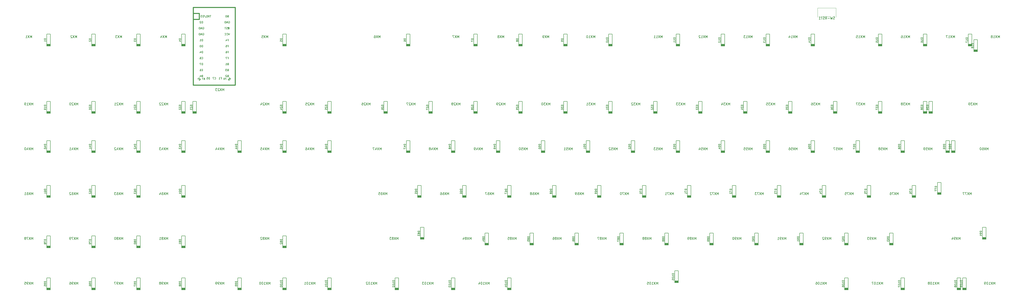
<source format=gbr>
G04 #@! TF.GenerationSoftware,KiCad,Pcbnew,(5.0.1)-4*
G04 #@! TF.CreationDate,2019-03-27T07:27:33+08:00*
G04 #@! TF.ProjectId,south-chonk,736F7574682D63686F6E6B2E6B696361,1*
G04 #@! TF.SameCoordinates,Original*
G04 #@! TF.FileFunction,Legend,Bot*
G04 #@! TF.FilePolarity,Positive*
%FSLAX46Y46*%
G04 Gerber Fmt 4.6, Leading zero omitted, Abs format (unit mm)*
G04 Created by KiCad (PCBNEW (5.0.1)-4) date 3/27/2019 7:27:33 AM*
%MOMM*%
%LPD*%
G01*
G04 APERTURE LIST*
%ADD10C,0.381000*%
%ADD11C,0.150000*%
%ADD12C,0.120000*%
G04 APERTURE END LIST*
D10*
G04 #@! TO.C,U1*
X100806000Y-24209400D02*
X98266000Y-24209400D01*
X100806000Y-21669400D02*
X100806000Y-24209400D01*
D11*
G36*
X113200635Y-27958430D02*
X113200635Y-28058430D01*
X113300635Y-28058430D01*
X113300635Y-27958430D01*
X113200635Y-27958430D01*
G37*
X113200635Y-27958430D02*
X113200635Y-28058430D01*
X113300635Y-28058430D01*
X113300635Y-27958430D01*
X113200635Y-27958430D01*
G36*
X113400635Y-27558430D02*
X113400635Y-28358430D01*
X113500635Y-28358430D01*
X113500635Y-27558430D01*
X113400635Y-27558430D01*
G37*
X113400635Y-27558430D02*
X113400635Y-28358430D01*
X113500635Y-28358430D01*
X113500635Y-27558430D01*
X113400635Y-27558430D01*
G36*
X113000635Y-28158430D02*
X113000635Y-28358430D01*
X113100635Y-28358430D01*
X113100635Y-28158430D01*
X113000635Y-28158430D01*
G37*
X113000635Y-28158430D02*
X113000635Y-28358430D01*
X113100635Y-28358430D01*
X113100635Y-28158430D01*
X113000635Y-28158430D01*
G36*
X113000635Y-27558430D02*
X113000635Y-27858430D01*
X113100635Y-27858430D01*
X113100635Y-27558430D01*
X113000635Y-27558430D01*
G37*
X113000635Y-27558430D02*
X113000635Y-27858430D01*
X113100635Y-27858430D01*
X113100635Y-27558430D01*
X113000635Y-27558430D01*
G36*
X113000635Y-27558430D02*
X113000635Y-27658430D01*
X113500635Y-27658430D01*
X113500635Y-27558430D01*
X113000635Y-27558430D01*
G37*
X113000635Y-27558430D02*
X113000635Y-27658430D01*
X113500635Y-27658430D01*
X113500635Y-27558430D01*
X113000635Y-27558430D01*
D10*
X116046000Y-52149400D02*
X116046000Y-19129400D01*
X98266000Y-52149400D02*
X116046000Y-52149400D01*
X98266000Y-19129400D02*
X98266000Y-52149400D01*
X116046000Y-19129400D02*
X98266000Y-19129400D01*
X100806000Y-21669400D02*
X98266000Y-21669400D01*
D11*
G04 #@! TO.C,D1*
X36147400Y-30469400D02*
X36147400Y-35549400D01*
X36147400Y-35549400D02*
X37671400Y-35549400D01*
X37671400Y-35549400D02*
X37671400Y-30469400D01*
X37671400Y-30469400D02*
X36147400Y-30469400D01*
X36147400Y-35168400D02*
X37671400Y-35168400D01*
X37671400Y-35295400D02*
X36147400Y-35295400D01*
X36147400Y-35422400D02*
X37671400Y-35422400D01*
X37671400Y-35041400D02*
X36147400Y-35041400D01*
X36147400Y-34914400D02*
X37671400Y-34914400D01*
X36147400Y-34787400D02*
X37671400Y-34787400D01*
G04 #@! TO.C,D2*
X55197400Y-30469400D02*
X55197400Y-35549400D01*
X55197400Y-35549400D02*
X56721400Y-35549400D01*
X56721400Y-35549400D02*
X56721400Y-30469400D01*
X56721400Y-30469400D02*
X55197400Y-30469400D01*
X55197400Y-35168400D02*
X56721400Y-35168400D01*
X56721400Y-35295400D02*
X55197400Y-35295400D01*
X55197400Y-35422400D02*
X56721400Y-35422400D01*
X56721400Y-35041400D02*
X55197400Y-35041400D01*
X55197400Y-34914400D02*
X56721400Y-34914400D01*
X55197400Y-34787400D02*
X56721400Y-34787400D01*
G04 #@! TO.C,D3*
X74247400Y-34787400D02*
X75771400Y-34787400D01*
X74247400Y-34914400D02*
X75771400Y-34914400D01*
X75771400Y-35041400D02*
X74247400Y-35041400D01*
X74247400Y-35422400D02*
X75771400Y-35422400D01*
X75771400Y-35295400D02*
X74247400Y-35295400D01*
X74247400Y-35168400D02*
X75771400Y-35168400D01*
X75771400Y-30469400D02*
X74247400Y-30469400D01*
X75771400Y-35549400D02*
X75771400Y-30469400D01*
X74247400Y-35549400D02*
X75771400Y-35549400D01*
X74247400Y-30469400D02*
X74247400Y-35549400D01*
G04 #@! TO.C,D4*
X93297400Y-30469400D02*
X93297400Y-35549400D01*
X93297400Y-35549400D02*
X94821400Y-35549400D01*
X94821400Y-35549400D02*
X94821400Y-30469400D01*
X94821400Y-30469400D02*
X93297400Y-30469400D01*
X93297400Y-35168400D02*
X94821400Y-35168400D01*
X94821400Y-35295400D02*
X93297400Y-35295400D01*
X93297400Y-35422400D02*
X94821400Y-35422400D01*
X94821400Y-35041400D02*
X93297400Y-35041400D01*
X93297400Y-34914400D02*
X94821400Y-34914400D01*
X93297400Y-34787400D02*
X94821400Y-34787400D01*
G04 #@! TO.C,D5*
X136160000Y-34787400D02*
X137684000Y-34787400D01*
X136160000Y-34914400D02*
X137684000Y-34914400D01*
X137684000Y-35041400D02*
X136160000Y-35041400D01*
X136160000Y-35422400D02*
X137684000Y-35422400D01*
X137684000Y-35295400D02*
X136160000Y-35295400D01*
X136160000Y-35168400D02*
X137684000Y-35168400D01*
X137684000Y-30469400D02*
X136160000Y-30469400D01*
X137684000Y-35549400D02*
X137684000Y-30469400D01*
X136160000Y-35549400D02*
X137684000Y-35549400D01*
X136160000Y-30469400D02*
X136160000Y-35549400D01*
G04 #@! TO.C,D6*
X188548000Y-30469400D02*
X188548000Y-35549400D01*
X188548000Y-35549400D02*
X190072000Y-35549400D01*
X190072000Y-35549400D02*
X190072000Y-30469400D01*
X190072000Y-30469400D02*
X188548000Y-30469400D01*
X188548000Y-35168400D02*
X190072000Y-35168400D01*
X190072000Y-35295400D02*
X188548000Y-35295400D01*
X188548000Y-35422400D02*
X190072000Y-35422400D01*
X190072000Y-35041400D02*
X188548000Y-35041400D01*
X188548000Y-34914400D02*
X190072000Y-34914400D01*
X188548000Y-34787400D02*
X190072000Y-34787400D01*
G04 #@! TO.C,D7*
X217123000Y-34787400D02*
X218647000Y-34787400D01*
X217123000Y-34914400D02*
X218647000Y-34914400D01*
X218647000Y-35041400D02*
X217123000Y-35041400D01*
X217123000Y-35422400D02*
X218647000Y-35422400D01*
X218647000Y-35295400D02*
X217123000Y-35295400D01*
X217123000Y-35168400D02*
X218647000Y-35168400D01*
X218647000Y-30469400D02*
X217123000Y-30469400D01*
X218647000Y-35549400D02*
X218647000Y-30469400D01*
X217123000Y-35549400D02*
X218647000Y-35549400D01*
X217123000Y-30469400D02*
X217123000Y-35549400D01*
G04 #@! TO.C,D8*
X236173000Y-30469400D02*
X236173000Y-35549400D01*
X236173000Y-35549400D02*
X237697000Y-35549400D01*
X237697000Y-35549400D02*
X237697000Y-30469400D01*
X237697000Y-30469400D02*
X236173000Y-30469400D01*
X236173000Y-35168400D02*
X237697000Y-35168400D01*
X237697000Y-35295400D02*
X236173000Y-35295400D01*
X236173000Y-35422400D02*
X237697000Y-35422400D01*
X237697000Y-35041400D02*
X236173000Y-35041400D01*
X236173000Y-34914400D02*
X237697000Y-34914400D01*
X236173000Y-34787400D02*
X237697000Y-34787400D01*
G04 #@! TO.C,D9*
X255223000Y-34787400D02*
X256747000Y-34787400D01*
X255223000Y-34914400D02*
X256747000Y-34914400D01*
X256747000Y-35041400D02*
X255223000Y-35041400D01*
X255223000Y-35422400D02*
X256747000Y-35422400D01*
X256747000Y-35295400D02*
X255223000Y-35295400D01*
X255223000Y-35168400D02*
X256747000Y-35168400D01*
X256747000Y-30469400D02*
X255223000Y-30469400D01*
X256747000Y-35549400D02*
X256747000Y-30469400D01*
X255223000Y-35549400D02*
X256747000Y-35549400D01*
X255223000Y-30469400D02*
X255223000Y-35549400D01*
G04 #@! TO.C,D10*
X274273000Y-34787400D02*
X275797000Y-34787400D01*
X274273000Y-34914400D02*
X275797000Y-34914400D01*
X275797000Y-35041400D02*
X274273000Y-35041400D01*
X274273000Y-35422400D02*
X275797000Y-35422400D01*
X275797000Y-35295400D02*
X274273000Y-35295400D01*
X274273000Y-35168400D02*
X275797000Y-35168400D01*
X275797000Y-30469400D02*
X274273000Y-30469400D01*
X275797000Y-35549400D02*
X275797000Y-30469400D01*
X274273000Y-35549400D02*
X275797000Y-35549400D01*
X274273000Y-30469400D02*
X274273000Y-35549400D01*
G04 #@! TO.C,D11*
X302848000Y-34787400D02*
X304372000Y-34787400D01*
X302848000Y-34914400D02*
X304372000Y-34914400D01*
X304372000Y-35041400D02*
X302848000Y-35041400D01*
X302848000Y-35422400D02*
X304372000Y-35422400D01*
X304372000Y-35295400D02*
X302848000Y-35295400D01*
X302848000Y-35168400D02*
X304372000Y-35168400D01*
X304372000Y-30469400D02*
X302848000Y-30469400D01*
X304372000Y-35549400D02*
X304372000Y-30469400D01*
X302848000Y-35549400D02*
X304372000Y-35549400D01*
X302848000Y-30469400D02*
X302848000Y-35549400D01*
G04 #@! TO.C,D12*
X321898000Y-30469400D02*
X321898000Y-35549400D01*
X321898000Y-35549400D02*
X323422000Y-35549400D01*
X323422000Y-35549400D02*
X323422000Y-30469400D01*
X323422000Y-30469400D02*
X321898000Y-30469400D01*
X321898000Y-35168400D02*
X323422000Y-35168400D01*
X323422000Y-35295400D02*
X321898000Y-35295400D01*
X321898000Y-35422400D02*
X323422000Y-35422400D01*
X323422000Y-35041400D02*
X321898000Y-35041400D01*
X321898000Y-34914400D02*
X323422000Y-34914400D01*
X321898000Y-34787400D02*
X323422000Y-34787400D01*
G04 #@! TO.C,D13*
X340948000Y-34787400D02*
X342472000Y-34787400D01*
X340948000Y-34914400D02*
X342472000Y-34914400D01*
X342472000Y-35041400D02*
X340948000Y-35041400D01*
X340948000Y-35422400D02*
X342472000Y-35422400D01*
X342472000Y-35295400D02*
X340948000Y-35295400D01*
X340948000Y-35168400D02*
X342472000Y-35168400D01*
X342472000Y-30469400D02*
X340948000Y-30469400D01*
X342472000Y-35549400D02*
X342472000Y-30469400D01*
X340948000Y-35549400D02*
X342472000Y-35549400D01*
X340948000Y-30469400D02*
X340948000Y-35549400D01*
G04 #@! TO.C,D14*
X359998000Y-30469400D02*
X359998000Y-35549400D01*
X359998000Y-35549400D02*
X361522000Y-35549400D01*
X361522000Y-35549400D02*
X361522000Y-30469400D01*
X361522000Y-30469400D02*
X359998000Y-30469400D01*
X359998000Y-35168400D02*
X361522000Y-35168400D01*
X361522000Y-35295400D02*
X359998000Y-35295400D01*
X359998000Y-35422400D02*
X361522000Y-35422400D01*
X361522000Y-35041400D02*
X359998000Y-35041400D01*
X359998000Y-34914400D02*
X361522000Y-34914400D01*
X359998000Y-34787400D02*
X361522000Y-34787400D01*
G04 #@! TO.C,D15*
X388573000Y-34787400D02*
X390097000Y-34787400D01*
X388573000Y-34914400D02*
X390097000Y-34914400D01*
X390097000Y-35041400D02*
X388573000Y-35041400D01*
X388573000Y-35422400D02*
X390097000Y-35422400D01*
X390097000Y-35295400D02*
X388573000Y-35295400D01*
X388573000Y-35168400D02*
X390097000Y-35168400D01*
X390097000Y-30469400D02*
X388573000Y-30469400D01*
X390097000Y-35549400D02*
X390097000Y-30469400D01*
X388573000Y-35549400D02*
X390097000Y-35549400D01*
X388573000Y-30469400D02*
X388573000Y-35549400D01*
G04 #@! TO.C,D16*
X407623000Y-30469400D02*
X407623000Y-35549400D01*
X407623000Y-35549400D02*
X409147000Y-35549400D01*
X409147000Y-35549400D02*
X409147000Y-30469400D01*
X409147000Y-30469400D02*
X407623000Y-30469400D01*
X407623000Y-35168400D02*
X409147000Y-35168400D01*
X409147000Y-35295400D02*
X407623000Y-35295400D01*
X407623000Y-35422400D02*
X409147000Y-35422400D01*
X409147000Y-35041400D02*
X407623000Y-35041400D01*
X407623000Y-34914400D02*
X409147000Y-34914400D01*
X407623000Y-34787400D02*
X409147000Y-34787400D01*
G04 #@! TO.C,D17*
X426673000Y-34787400D02*
X428197000Y-34787400D01*
X426673000Y-34914400D02*
X428197000Y-34914400D01*
X428197000Y-35041400D02*
X426673000Y-35041400D01*
X426673000Y-35422400D02*
X428197000Y-35422400D01*
X428197000Y-35295400D02*
X426673000Y-35295400D01*
X426673000Y-35168400D02*
X428197000Y-35168400D01*
X428197000Y-30469400D02*
X426673000Y-30469400D01*
X428197000Y-35549400D02*
X428197000Y-30469400D01*
X426673000Y-35549400D02*
X428197000Y-35549400D01*
X426673000Y-30469400D02*
X426673000Y-35549400D01*
G04 #@! TO.C,D18*
X429054000Y-32850600D02*
X429054000Y-37930600D01*
X429054000Y-37930600D02*
X430578000Y-37930600D01*
X430578000Y-37930600D02*
X430578000Y-32850600D01*
X430578000Y-32850600D02*
X429054000Y-32850600D01*
X429054000Y-37549600D02*
X430578000Y-37549600D01*
X430578000Y-37676600D02*
X429054000Y-37676600D01*
X429054000Y-37803600D02*
X430578000Y-37803600D01*
X430578000Y-37422600D02*
X429054000Y-37422600D01*
X429054000Y-37295600D02*
X430578000Y-37295600D01*
X429054000Y-37168600D02*
X430578000Y-37168600D01*
G04 #@! TO.C,D19*
X36147400Y-59044400D02*
X36147400Y-64124400D01*
X36147400Y-64124400D02*
X37671400Y-64124400D01*
X37671400Y-64124400D02*
X37671400Y-59044400D01*
X37671400Y-59044400D02*
X36147400Y-59044400D01*
X36147400Y-63743400D02*
X37671400Y-63743400D01*
X37671400Y-63870400D02*
X36147400Y-63870400D01*
X36147400Y-63997400D02*
X37671400Y-63997400D01*
X37671400Y-63616400D02*
X36147400Y-63616400D01*
X36147400Y-63489400D02*
X37671400Y-63489400D01*
X36147400Y-63362400D02*
X37671400Y-63362400D01*
G04 #@! TO.C,D20*
X55197400Y-63362400D02*
X56721400Y-63362400D01*
X55197400Y-63489400D02*
X56721400Y-63489400D01*
X56721400Y-63616400D02*
X55197400Y-63616400D01*
X55197400Y-63997400D02*
X56721400Y-63997400D01*
X56721400Y-63870400D02*
X55197400Y-63870400D01*
X55197400Y-63743400D02*
X56721400Y-63743400D01*
X56721400Y-59044400D02*
X55197400Y-59044400D01*
X56721400Y-64124400D02*
X56721400Y-59044400D01*
X55197400Y-64124400D02*
X56721400Y-64124400D01*
X55197400Y-59044400D02*
X55197400Y-64124400D01*
G04 #@! TO.C,D21*
X74247400Y-59044400D02*
X74247400Y-64124400D01*
X74247400Y-64124400D02*
X75771400Y-64124400D01*
X75771400Y-64124400D02*
X75771400Y-59044400D01*
X75771400Y-59044400D02*
X74247400Y-59044400D01*
X74247400Y-63743400D02*
X75771400Y-63743400D01*
X75771400Y-63870400D02*
X74247400Y-63870400D01*
X74247400Y-63997400D02*
X75771400Y-63997400D01*
X75771400Y-63616400D02*
X74247400Y-63616400D01*
X74247400Y-63489400D02*
X75771400Y-63489400D01*
X74247400Y-63362400D02*
X75771400Y-63362400D01*
G04 #@! TO.C,D22*
X93297312Y-63362400D02*
X94821312Y-63362400D01*
X93297312Y-63489400D02*
X94821312Y-63489400D01*
X94821312Y-63616400D02*
X93297312Y-63616400D01*
X93297312Y-63997400D02*
X94821312Y-63997400D01*
X94821312Y-63870400D02*
X93297312Y-63870400D01*
X93297312Y-63743400D02*
X94821312Y-63743400D01*
X94821312Y-59044400D02*
X93297312Y-59044400D01*
X94821312Y-64124400D02*
X94821312Y-59044400D01*
X93297312Y-64124400D02*
X94821312Y-64124400D01*
X93297312Y-59044400D02*
X93297312Y-64124400D01*
G04 #@! TO.C,D23*
X98059900Y-59044400D02*
X98059900Y-64124400D01*
X98059900Y-64124400D02*
X99583900Y-64124400D01*
X99583900Y-64124400D02*
X99583900Y-59044400D01*
X99583900Y-59044400D02*
X98059900Y-59044400D01*
X98059900Y-63743400D02*
X99583900Y-63743400D01*
X99583900Y-63870400D02*
X98059900Y-63870400D01*
X98059900Y-63997400D02*
X99583900Y-63997400D01*
X99583900Y-63616400D02*
X98059900Y-63616400D01*
X98059900Y-63489400D02*
X99583900Y-63489400D01*
X98059900Y-63362400D02*
X99583900Y-63362400D01*
G04 #@! TO.C,D24*
X136160000Y-63362400D02*
X137684000Y-63362400D01*
X136160000Y-63489400D02*
X137684000Y-63489400D01*
X137684000Y-63616400D02*
X136160000Y-63616400D01*
X136160000Y-63997400D02*
X137684000Y-63997400D01*
X137684000Y-63870400D02*
X136160000Y-63870400D01*
X136160000Y-63743400D02*
X137684000Y-63743400D01*
X137684000Y-59044400D02*
X136160000Y-59044400D01*
X137684000Y-64124400D02*
X137684000Y-59044400D01*
X136160000Y-64124400D02*
X137684000Y-64124400D01*
X136160000Y-59044400D02*
X136160000Y-64124400D01*
G04 #@! TO.C,D25*
X155210000Y-59044400D02*
X155210000Y-64124400D01*
X155210000Y-64124400D02*
X156734000Y-64124400D01*
X156734000Y-64124400D02*
X156734000Y-59044400D01*
X156734000Y-59044400D02*
X155210000Y-59044400D01*
X155210000Y-63743400D02*
X156734000Y-63743400D01*
X156734000Y-63870400D02*
X155210000Y-63870400D01*
X155210000Y-63997400D02*
X156734000Y-63997400D01*
X156734000Y-63616400D02*
X155210000Y-63616400D01*
X155210000Y-63489400D02*
X156734000Y-63489400D01*
X155210000Y-63362400D02*
X156734000Y-63362400D01*
G04 #@! TO.C,D26*
X179023000Y-63362400D02*
X180547000Y-63362400D01*
X179023000Y-63489400D02*
X180547000Y-63489400D01*
X180547000Y-63616400D02*
X179023000Y-63616400D01*
X179023000Y-63997400D02*
X180547000Y-63997400D01*
X180547000Y-63870400D02*
X179023000Y-63870400D01*
X179023000Y-63743400D02*
X180547000Y-63743400D01*
X180547000Y-59044400D02*
X179023000Y-59044400D01*
X180547000Y-64124400D02*
X180547000Y-59044400D01*
X179023000Y-64124400D02*
X180547000Y-64124400D01*
X179023000Y-59044400D02*
X179023000Y-64124400D01*
G04 #@! TO.C,D27*
X198073000Y-59044400D02*
X198073000Y-64124400D01*
X198073000Y-64124400D02*
X199597000Y-64124400D01*
X199597000Y-64124400D02*
X199597000Y-59044400D01*
X199597000Y-59044400D02*
X198073000Y-59044400D01*
X198073000Y-63743400D02*
X199597000Y-63743400D01*
X199597000Y-63870400D02*
X198073000Y-63870400D01*
X198073000Y-63997400D02*
X199597000Y-63997400D01*
X199597000Y-63616400D02*
X198073000Y-63616400D01*
X198073000Y-63489400D02*
X199597000Y-63489400D01*
X198073000Y-63362400D02*
X199597000Y-63362400D01*
G04 #@! TO.C,D28*
X217123000Y-63362400D02*
X218647000Y-63362400D01*
X217123000Y-63489400D02*
X218647000Y-63489400D01*
X218647000Y-63616400D02*
X217123000Y-63616400D01*
X217123000Y-63997400D02*
X218647000Y-63997400D01*
X218647000Y-63870400D02*
X217123000Y-63870400D01*
X217123000Y-63743400D02*
X218647000Y-63743400D01*
X218647000Y-59044400D02*
X217123000Y-59044400D01*
X218647000Y-64124400D02*
X218647000Y-59044400D01*
X217123000Y-64124400D02*
X218647000Y-64124400D01*
X217123000Y-59044400D02*
X217123000Y-64124400D01*
G04 #@! TO.C,D29*
X236173000Y-59044400D02*
X236173000Y-64124400D01*
X236173000Y-64124400D02*
X237697000Y-64124400D01*
X237697000Y-64124400D02*
X237697000Y-59044400D01*
X237697000Y-59044400D02*
X236173000Y-59044400D01*
X236173000Y-63743400D02*
X237697000Y-63743400D01*
X237697000Y-63870400D02*
X236173000Y-63870400D01*
X236173000Y-63997400D02*
X237697000Y-63997400D01*
X237697000Y-63616400D02*
X236173000Y-63616400D01*
X236173000Y-63489400D02*
X237697000Y-63489400D01*
X236173000Y-63362400D02*
X237697000Y-63362400D01*
G04 #@! TO.C,D30*
X255223000Y-63362400D02*
X256747000Y-63362400D01*
X255223000Y-63489400D02*
X256747000Y-63489400D01*
X256747000Y-63616400D02*
X255223000Y-63616400D01*
X255223000Y-63997400D02*
X256747000Y-63997400D01*
X256747000Y-63870400D02*
X255223000Y-63870400D01*
X255223000Y-63743400D02*
X256747000Y-63743400D01*
X256747000Y-59044400D02*
X255223000Y-59044400D01*
X256747000Y-64124400D02*
X256747000Y-59044400D01*
X255223000Y-64124400D02*
X256747000Y-64124400D01*
X255223000Y-59044400D02*
X255223000Y-64124400D01*
G04 #@! TO.C,D31*
X274273000Y-59044400D02*
X274273000Y-64124400D01*
X274273000Y-64124400D02*
X275797000Y-64124400D01*
X275797000Y-64124400D02*
X275797000Y-59044400D01*
X275797000Y-59044400D02*
X274273000Y-59044400D01*
X274273000Y-63743400D02*
X275797000Y-63743400D01*
X275797000Y-63870400D02*
X274273000Y-63870400D01*
X274273000Y-63997400D02*
X275797000Y-63997400D01*
X275797000Y-63616400D02*
X274273000Y-63616400D01*
X274273000Y-63489400D02*
X275797000Y-63489400D01*
X274273000Y-63362400D02*
X275797000Y-63362400D01*
G04 #@! TO.C,D32*
X293323000Y-63362400D02*
X294847000Y-63362400D01*
X293323000Y-63489400D02*
X294847000Y-63489400D01*
X294847000Y-63616400D02*
X293323000Y-63616400D01*
X293323000Y-63997400D02*
X294847000Y-63997400D01*
X294847000Y-63870400D02*
X293323000Y-63870400D01*
X293323000Y-63743400D02*
X294847000Y-63743400D01*
X294847000Y-59044400D02*
X293323000Y-59044400D01*
X294847000Y-64124400D02*
X294847000Y-59044400D01*
X293323000Y-64124400D02*
X294847000Y-64124400D01*
X293323000Y-59044400D02*
X293323000Y-64124400D01*
G04 #@! TO.C,D33*
X312373000Y-59044400D02*
X312373000Y-64124400D01*
X312373000Y-64124400D02*
X313897000Y-64124400D01*
X313897000Y-64124400D02*
X313897000Y-59044400D01*
X313897000Y-59044400D02*
X312373000Y-59044400D01*
X312373000Y-63743400D02*
X313897000Y-63743400D01*
X313897000Y-63870400D02*
X312373000Y-63870400D01*
X312373000Y-63997400D02*
X313897000Y-63997400D01*
X313897000Y-63616400D02*
X312373000Y-63616400D01*
X312373000Y-63489400D02*
X313897000Y-63489400D01*
X312373000Y-63362400D02*
X313897000Y-63362400D01*
G04 #@! TO.C,D34*
X331423000Y-63362400D02*
X332947000Y-63362400D01*
X331423000Y-63489400D02*
X332947000Y-63489400D01*
X332947000Y-63616400D02*
X331423000Y-63616400D01*
X331423000Y-63997400D02*
X332947000Y-63997400D01*
X332947000Y-63870400D02*
X331423000Y-63870400D01*
X331423000Y-63743400D02*
X332947000Y-63743400D01*
X332947000Y-59044400D02*
X331423000Y-59044400D01*
X332947000Y-64124400D02*
X332947000Y-59044400D01*
X331423000Y-64124400D02*
X332947000Y-64124400D01*
X331423000Y-59044400D02*
X331423000Y-64124400D01*
G04 #@! TO.C,D35*
X350473000Y-59044400D02*
X350473000Y-64124400D01*
X350473000Y-64124400D02*
X351997000Y-64124400D01*
X351997000Y-64124400D02*
X351997000Y-59044400D01*
X351997000Y-59044400D02*
X350473000Y-59044400D01*
X350473000Y-63743400D02*
X351997000Y-63743400D01*
X351997000Y-63870400D02*
X350473000Y-63870400D01*
X350473000Y-63997400D02*
X351997000Y-63997400D01*
X351997000Y-63616400D02*
X350473000Y-63616400D01*
X350473000Y-63489400D02*
X351997000Y-63489400D01*
X350473000Y-63362400D02*
X351997000Y-63362400D01*
G04 #@! TO.C,D36*
X369523000Y-63362400D02*
X371047000Y-63362400D01*
X369523000Y-63489400D02*
X371047000Y-63489400D01*
X371047000Y-63616400D02*
X369523000Y-63616400D01*
X369523000Y-63997400D02*
X371047000Y-63997400D01*
X371047000Y-63870400D02*
X369523000Y-63870400D01*
X369523000Y-63743400D02*
X371047000Y-63743400D01*
X371047000Y-59044400D02*
X369523000Y-59044400D01*
X371047000Y-64124400D02*
X371047000Y-59044400D01*
X369523000Y-64124400D02*
X371047000Y-64124400D01*
X369523000Y-59044400D02*
X369523000Y-64124400D01*
G04 #@! TO.C,D37*
X388573000Y-59044400D02*
X388573000Y-64124400D01*
X388573000Y-64124400D02*
X390097000Y-64124400D01*
X390097000Y-64124400D02*
X390097000Y-59044400D01*
X390097000Y-59044400D02*
X388573000Y-59044400D01*
X388573000Y-63743400D02*
X390097000Y-63743400D01*
X390097000Y-63870400D02*
X388573000Y-63870400D01*
X388573000Y-63997400D02*
X390097000Y-63997400D01*
X390097000Y-63616400D02*
X388573000Y-63616400D01*
X388573000Y-63489400D02*
X390097000Y-63489400D01*
X388573000Y-63362400D02*
X390097000Y-63362400D01*
G04 #@! TO.C,D38*
X407623000Y-59044400D02*
X407623000Y-64124400D01*
X407623000Y-64124400D02*
X409147000Y-64124400D01*
X409147000Y-64124400D02*
X409147000Y-59044400D01*
X409147000Y-59044400D02*
X407623000Y-59044400D01*
X407623000Y-63743400D02*
X409147000Y-63743400D01*
X409147000Y-63870400D02*
X407623000Y-63870400D01*
X407623000Y-63997400D02*
X409147000Y-63997400D01*
X409147000Y-63616400D02*
X407623000Y-63616400D01*
X407623000Y-63489400D02*
X409147000Y-63489400D01*
X407623000Y-63362400D02*
X409147000Y-63362400D01*
G04 #@! TO.C,D39*
X410004000Y-59044400D02*
X410004000Y-64124400D01*
X410004000Y-64124400D02*
X411528000Y-64124400D01*
X411528000Y-64124400D02*
X411528000Y-59044400D01*
X411528000Y-59044400D02*
X410004000Y-59044400D01*
X410004000Y-63743400D02*
X411528000Y-63743400D01*
X411528000Y-63870400D02*
X410004000Y-63870400D01*
X410004000Y-63997400D02*
X411528000Y-63997400D01*
X411528000Y-63616400D02*
X410004000Y-63616400D01*
X410004000Y-63489400D02*
X411528000Y-63489400D01*
X410004000Y-63362400D02*
X411528000Y-63362400D01*
G04 #@! TO.C,D40*
X36147400Y-80031200D02*
X37671400Y-80031200D01*
X36147400Y-80158200D02*
X37671400Y-80158200D01*
X37671400Y-80285200D02*
X36147400Y-80285200D01*
X36147400Y-80666200D02*
X37671400Y-80666200D01*
X37671400Y-80539200D02*
X36147400Y-80539200D01*
X36147400Y-80412200D02*
X37671400Y-80412200D01*
X37671400Y-75713200D02*
X36147400Y-75713200D01*
X37671400Y-80793200D02*
X37671400Y-75713200D01*
X36147400Y-80793200D02*
X37671400Y-80793200D01*
X36147400Y-75713200D02*
X36147400Y-80793200D01*
G04 #@! TO.C,D41*
X55197400Y-75713200D02*
X55197400Y-80793200D01*
X55197400Y-80793200D02*
X56721400Y-80793200D01*
X56721400Y-80793200D02*
X56721400Y-75713200D01*
X56721400Y-75713200D02*
X55197400Y-75713200D01*
X55197400Y-80412200D02*
X56721400Y-80412200D01*
X56721400Y-80539200D02*
X55197400Y-80539200D01*
X55197400Y-80666200D02*
X56721400Y-80666200D01*
X56721400Y-80285200D02*
X55197400Y-80285200D01*
X55197400Y-80158200D02*
X56721400Y-80158200D01*
X55197400Y-80031200D02*
X56721400Y-80031200D01*
G04 #@! TO.C,D42*
X74247400Y-80031200D02*
X75771400Y-80031200D01*
X74247400Y-80158200D02*
X75771400Y-80158200D01*
X75771400Y-80285200D02*
X74247400Y-80285200D01*
X74247400Y-80666200D02*
X75771400Y-80666200D01*
X75771400Y-80539200D02*
X74247400Y-80539200D01*
X74247400Y-80412200D02*
X75771400Y-80412200D01*
X75771400Y-75713200D02*
X74247400Y-75713200D01*
X75771400Y-80793200D02*
X75771400Y-75713200D01*
X74247400Y-80793200D02*
X75771400Y-80793200D01*
X74247400Y-75713200D02*
X74247400Y-80793200D01*
G04 #@! TO.C,D43*
X93297400Y-75713200D02*
X93297400Y-80793200D01*
X93297400Y-80793200D02*
X94821400Y-80793200D01*
X94821400Y-80793200D02*
X94821400Y-75713200D01*
X94821400Y-75713200D02*
X93297400Y-75713200D01*
X93297400Y-80412200D02*
X94821400Y-80412200D01*
X94821400Y-80539200D02*
X93297400Y-80539200D01*
X93297400Y-80666200D02*
X94821400Y-80666200D01*
X94821400Y-80285200D02*
X93297400Y-80285200D01*
X93297400Y-80158200D02*
X94821400Y-80158200D01*
X93297400Y-80031200D02*
X94821400Y-80031200D01*
G04 #@! TO.C,D44*
X117110000Y-80031200D02*
X118634000Y-80031200D01*
X117110000Y-80158200D02*
X118634000Y-80158200D01*
X118634000Y-80285200D02*
X117110000Y-80285200D01*
X117110000Y-80666200D02*
X118634000Y-80666200D01*
X118634000Y-80539200D02*
X117110000Y-80539200D01*
X117110000Y-80412200D02*
X118634000Y-80412200D01*
X118634000Y-75713200D02*
X117110000Y-75713200D01*
X118634000Y-80793200D02*
X118634000Y-75713200D01*
X117110000Y-80793200D02*
X118634000Y-80793200D01*
X117110000Y-75713200D02*
X117110000Y-80793200D01*
G04 #@! TO.C,D45*
X136160000Y-75713200D02*
X136160000Y-80793200D01*
X136160000Y-80793200D02*
X137684000Y-80793200D01*
X137684000Y-80793200D02*
X137684000Y-75713200D01*
X137684000Y-75713200D02*
X136160000Y-75713200D01*
X136160000Y-80412200D02*
X137684000Y-80412200D01*
X137684000Y-80539200D02*
X136160000Y-80539200D01*
X136160000Y-80666200D02*
X137684000Y-80666200D01*
X137684000Y-80285200D02*
X136160000Y-80285200D01*
X136160000Y-80158200D02*
X137684000Y-80158200D01*
X136160000Y-80031200D02*
X137684000Y-80031200D01*
G04 #@! TO.C,D46*
X155210000Y-80031200D02*
X156734000Y-80031200D01*
X155210000Y-80158200D02*
X156734000Y-80158200D01*
X156734000Y-80285200D02*
X155210000Y-80285200D01*
X155210000Y-80666200D02*
X156734000Y-80666200D01*
X156734000Y-80539200D02*
X155210000Y-80539200D01*
X155210000Y-80412200D02*
X156734000Y-80412200D01*
X156734000Y-75713200D02*
X155210000Y-75713200D01*
X156734000Y-80793200D02*
X156734000Y-75713200D01*
X155210000Y-80793200D02*
X156734000Y-80793200D01*
X155210000Y-75713200D02*
X155210000Y-80793200D01*
G04 #@! TO.C,D47*
X188548000Y-80031200D02*
X190072000Y-80031200D01*
X188548000Y-80158200D02*
X190072000Y-80158200D01*
X190072000Y-80285200D02*
X188548000Y-80285200D01*
X188548000Y-80666200D02*
X190072000Y-80666200D01*
X190072000Y-80539200D02*
X188548000Y-80539200D01*
X188548000Y-80412200D02*
X190072000Y-80412200D01*
X190072000Y-75713200D02*
X188548000Y-75713200D01*
X190072000Y-80793200D02*
X190072000Y-75713200D01*
X188548000Y-80793200D02*
X190072000Y-80793200D01*
X188548000Y-75713200D02*
X188548000Y-80793200D01*
G04 #@! TO.C,D48*
X207598000Y-80031200D02*
X209122000Y-80031200D01*
X207598000Y-80158200D02*
X209122000Y-80158200D01*
X209122000Y-80285200D02*
X207598000Y-80285200D01*
X207598000Y-80666200D02*
X209122000Y-80666200D01*
X209122000Y-80539200D02*
X207598000Y-80539200D01*
X207598000Y-80412200D02*
X209122000Y-80412200D01*
X209122000Y-75713200D02*
X207598000Y-75713200D01*
X209122000Y-80793200D02*
X209122000Y-75713200D01*
X207598000Y-80793200D02*
X209122000Y-80793200D01*
X207598000Y-75713200D02*
X207598000Y-80793200D01*
G04 #@! TO.C,D49*
X226648000Y-75713200D02*
X226648000Y-80793200D01*
X226648000Y-80793200D02*
X228172000Y-80793200D01*
X228172000Y-80793200D02*
X228172000Y-75713200D01*
X228172000Y-75713200D02*
X226648000Y-75713200D01*
X226648000Y-80412200D02*
X228172000Y-80412200D01*
X228172000Y-80539200D02*
X226648000Y-80539200D01*
X226648000Y-80666200D02*
X228172000Y-80666200D01*
X228172000Y-80285200D02*
X226648000Y-80285200D01*
X226648000Y-80158200D02*
X228172000Y-80158200D01*
X226648000Y-80031200D02*
X228172000Y-80031200D01*
G04 #@! TO.C,D50*
X245698000Y-80031200D02*
X247222000Y-80031200D01*
X245698000Y-80158200D02*
X247222000Y-80158200D01*
X247222000Y-80285200D02*
X245698000Y-80285200D01*
X245698000Y-80666200D02*
X247222000Y-80666200D01*
X247222000Y-80539200D02*
X245698000Y-80539200D01*
X245698000Y-80412200D02*
X247222000Y-80412200D01*
X247222000Y-75713200D02*
X245698000Y-75713200D01*
X247222000Y-80793200D02*
X247222000Y-75713200D01*
X245698000Y-80793200D02*
X247222000Y-80793200D01*
X245698000Y-75713200D02*
X245698000Y-80793200D01*
G04 #@! TO.C,D51*
X264748000Y-75713200D02*
X264748000Y-80793200D01*
X264748000Y-80793200D02*
X266272000Y-80793200D01*
X266272000Y-80793200D02*
X266272000Y-75713200D01*
X266272000Y-75713200D02*
X264748000Y-75713200D01*
X264748000Y-80412200D02*
X266272000Y-80412200D01*
X266272000Y-80539200D02*
X264748000Y-80539200D01*
X264748000Y-80666200D02*
X266272000Y-80666200D01*
X266272000Y-80285200D02*
X264748000Y-80285200D01*
X264748000Y-80158200D02*
X266272000Y-80158200D01*
X264748000Y-80031200D02*
X266272000Y-80031200D01*
G04 #@! TO.C,D52*
X283798000Y-80031200D02*
X285322000Y-80031200D01*
X283798000Y-80158200D02*
X285322000Y-80158200D01*
X285322000Y-80285200D02*
X283798000Y-80285200D01*
X283798000Y-80666200D02*
X285322000Y-80666200D01*
X285322000Y-80539200D02*
X283798000Y-80539200D01*
X283798000Y-80412200D02*
X285322000Y-80412200D01*
X285322000Y-75713200D02*
X283798000Y-75713200D01*
X285322000Y-80793200D02*
X285322000Y-75713200D01*
X283798000Y-80793200D02*
X285322000Y-80793200D01*
X283798000Y-75713200D02*
X283798000Y-80793200D01*
G04 #@! TO.C,D53*
X302848000Y-75713200D02*
X302848000Y-80793200D01*
X302848000Y-80793200D02*
X304372000Y-80793200D01*
X304372000Y-80793200D02*
X304372000Y-75713200D01*
X304372000Y-75713200D02*
X302848000Y-75713200D01*
X302848000Y-80412200D02*
X304372000Y-80412200D01*
X304372000Y-80539200D02*
X302848000Y-80539200D01*
X302848000Y-80666200D02*
X304372000Y-80666200D01*
X304372000Y-80285200D02*
X302848000Y-80285200D01*
X302848000Y-80158200D02*
X304372000Y-80158200D01*
X302848000Y-80031200D02*
X304372000Y-80031200D01*
G04 #@! TO.C,D54*
X321898000Y-80031200D02*
X323422000Y-80031200D01*
X321898000Y-80158200D02*
X323422000Y-80158200D01*
X323422000Y-80285200D02*
X321898000Y-80285200D01*
X321898000Y-80666200D02*
X323422000Y-80666200D01*
X323422000Y-80539200D02*
X321898000Y-80539200D01*
X321898000Y-80412200D02*
X323422000Y-80412200D01*
X323422000Y-75713200D02*
X321898000Y-75713200D01*
X323422000Y-80793200D02*
X323422000Y-75713200D01*
X321898000Y-80793200D02*
X323422000Y-80793200D01*
X321898000Y-75713200D02*
X321898000Y-80793200D01*
G04 #@! TO.C,D55*
X340948000Y-75713200D02*
X340948000Y-80793200D01*
X340948000Y-80793200D02*
X342472000Y-80793200D01*
X342472000Y-80793200D02*
X342472000Y-75713200D01*
X342472000Y-75713200D02*
X340948000Y-75713200D01*
X340948000Y-80412200D02*
X342472000Y-80412200D01*
X342472000Y-80539200D02*
X340948000Y-80539200D01*
X340948000Y-80666200D02*
X342472000Y-80666200D01*
X342472000Y-80285200D02*
X340948000Y-80285200D01*
X340948000Y-80158200D02*
X342472000Y-80158200D01*
X340948000Y-80031200D02*
X342472000Y-80031200D01*
G04 #@! TO.C,D56*
X359998000Y-75713200D02*
X359998000Y-80793200D01*
X359998000Y-80793200D02*
X361522000Y-80793200D01*
X361522000Y-80793200D02*
X361522000Y-75713200D01*
X361522000Y-75713200D02*
X359998000Y-75713200D01*
X359998000Y-80412200D02*
X361522000Y-80412200D01*
X361522000Y-80539200D02*
X359998000Y-80539200D01*
X359998000Y-80666200D02*
X361522000Y-80666200D01*
X361522000Y-80285200D02*
X359998000Y-80285200D01*
X359998000Y-80158200D02*
X361522000Y-80158200D01*
X359998000Y-80031200D02*
X361522000Y-80031200D01*
G04 #@! TO.C,D57*
X379048000Y-75713200D02*
X379048000Y-80793200D01*
X379048000Y-80793200D02*
X380572000Y-80793200D01*
X380572000Y-80793200D02*
X380572000Y-75713200D01*
X380572000Y-75713200D02*
X379048000Y-75713200D01*
X379048000Y-80412200D02*
X380572000Y-80412200D01*
X380572000Y-80539200D02*
X379048000Y-80539200D01*
X379048000Y-80666200D02*
X380572000Y-80666200D01*
X380572000Y-80285200D02*
X379048000Y-80285200D01*
X379048000Y-80158200D02*
X380572000Y-80158200D01*
X379048000Y-80031200D02*
X380572000Y-80031200D01*
G04 #@! TO.C,D58*
X398098000Y-75713200D02*
X398098000Y-80793200D01*
X398098000Y-80793200D02*
X399622000Y-80793200D01*
X399622000Y-80793200D02*
X399622000Y-75713200D01*
X399622000Y-75713200D02*
X398098000Y-75713200D01*
X398098000Y-80412200D02*
X399622000Y-80412200D01*
X399622000Y-80539200D02*
X398098000Y-80539200D01*
X398098000Y-80666200D02*
X399622000Y-80666200D01*
X399622000Y-80285200D02*
X398098000Y-80285200D01*
X398098000Y-80158200D02*
X399622000Y-80158200D01*
X398098000Y-80031200D02*
X399622000Y-80031200D01*
G04 #@! TO.C,D59*
X417148000Y-80031200D02*
X418672000Y-80031200D01*
X417148000Y-80158200D02*
X418672000Y-80158200D01*
X418672000Y-80285200D02*
X417148000Y-80285200D01*
X417148000Y-80666200D02*
X418672000Y-80666200D01*
X418672000Y-80539200D02*
X417148000Y-80539200D01*
X417148000Y-80412200D02*
X418672000Y-80412200D01*
X418672000Y-75713200D02*
X417148000Y-75713200D01*
X418672000Y-80793200D02*
X418672000Y-75713200D01*
X417148000Y-80793200D02*
X418672000Y-80793200D01*
X417148000Y-75713200D02*
X417148000Y-80793200D01*
G04 #@! TO.C,D60*
X419529000Y-75713200D02*
X419529000Y-80793200D01*
X419529000Y-80793200D02*
X421053000Y-80793200D01*
X421053000Y-80793200D02*
X421053000Y-75713200D01*
X421053000Y-75713200D02*
X419529000Y-75713200D01*
X419529000Y-80412200D02*
X421053000Y-80412200D01*
X421053000Y-80539200D02*
X419529000Y-80539200D01*
X419529000Y-80666200D02*
X421053000Y-80666200D01*
X421053000Y-80285200D02*
X419529000Y-80285200D01*
X419529000Y-80158200D02*
X421053000Y-80158200D01*
X419529000Y-80031200D02*
X421053000Y-80031200D01*
G04 #@! TO.C,D61*
X36147400Y-99081200D02*
X37671400Y-99081200D01*
X36147400Y-99208200D02*
X37671400Y-99208200D01*
X37671400Y-99335200D02*
X36147400Y-99335200D01*
X36147400Y-99716200D02*
X37671400Y-99716200D01*
X37671400Y-99589200D02*
X36147400Y-99589200D01*
X36147400Y-99462200D02*
X37671400Y-99462200D01*
X37671400Y-94763200D02*
X36147400Y-94763200D01*
X37671400Y-99843200D02*
X37671400Y-94763200D01*
X36147400Y-99843200D02*
X37671400Y-99843200D01*
X36147400Y-94763200D02*
X36147400Y-99843200D01*
G04 #@! TO.C,D62*
X55197400Y-94763200D02*
X55197400Y-99843200D01*
X55197400Y-99843200D02*
X56721400Y-99843200D01*
X56721400Y-99843200D02*
X56721400Y-94763200D01*
X56721400Y-94763200D02*
X55197400Y-94763200D01*
X55197400Y-99462200D02*
X56721400Y-99462200D01*
X56721400Y-99589200D02*
X55197400Y-99589200D01*
X55197400Y-99716200D02*
X56721400Y-99716200D01*
X56721400Y-99335200D02*
X55197400Y-99335200D01*
X55197400Y-99208200D02*
X56721400Y-99208200D01*
X55197400Y-99081200D02*
X56721400Y-99081200D01*
G04 #@! TO.C,D63*
X74247400Y-99081200D02*
X75771400Y-99081200D01*
X74247400Y-99208200D02*
X75771400Y-99208200D01*
X75771400Y-99335200D02*
X74247400Y-99335200D01*
X74247400Y-99716200D02*
X75771400Y-99716200D01*
X75771400Y-99589200D02*
X74247400Y-99589200D01*
X74247400Y-99462200D02*
X75771400Y-99462200D01*
X75771400Y-94763200D02*
X74247400Y-94763200D01*
X75771400Y-99843200D02*
X75771400Y-94763200D01*
X74247400Y-99843200D02*
X75771400Y-99843200D01*
X74247400Y-94763200D02*
X74247400Y-99843200D01*
G04 #@! TO.C,D64*
X93297400Y-94763200D02*
X93297400Y-99843200D01*
X93297400Y-99843200D02*
X94821400Y-99843200D01*
X94821400Y-99843200D02*
X94821400Y-94763200D01*
X94821400Y-94763200D02*
X93297400Y-94763200D01*
X93297400Y-99462200D02*
X94821400Y-99462200D01*
X94821400Y-99589200D02*
X93297400Y-99589200D01*
X93297400Y-99716200D02*
X94821400Y-99716200D01*
X94821400Y-99335200D02*
X93297400Y-99335200D01*
X93297400Y-99208200D02*
X94821400Y-99208200D01*
X93297400Y-99081200D02*
X94821400Y-99081200D01*
G04 #@! TO.C,D65*
X193310000Y-99081200D02*
X194834000Y-99081200D01*
X193310000Y-99208200D02*
X194834000Y-99208200D01*
X194834000Y-99335200D02*
X193310000Y-99335200D01*
X193310000Y-99716200D02*
X194834000Y-99716200D01*
X194834000Y-99589200D02*
X193310000Y-99589200D01*
X193310000Y-99462200D02*
X194834000Y-99462200D01*
X194834000Y-94763200D02*
X193310000Y-94763200D01*
X194834000Y-99843200D02*
X194834000Y-94763200D01*
X193310000Y-99843200D02*
X194834000Y-99843200D01*
X193310000Y-94763200D02*
X193310000Y-99843200D01*
G04 #@! TO.C,D66*
X212360000Y-99081200D02*
X213884000Y-99081200D01*
X212360000Y-99208200D02*
X213884000Y-99208200D01*
X213884000Y-99335200D02*
X212360000Y-99335200D01*
X212360000Y-99716200D02*
X213884000Y-99716200D01*
X213884000Y-99589200D02*
X212360000Y-99589200D01*
X212360000Y-99462200D02*
X213884000Y-99462200D01*
X213884000Y-94763200D02*
X212360000Y-94763200D01*
X213884000Y-99843200D02*
X213884000Y-94763200D01*
X212360000Y-99843200D02*
X213884000Y-99843200D01*
X212360000Y-94763200D02*
X212360000Y-99843200D01*
G04 #@! TO.C,D67*
X231410000Y-99081200D02*
X232934000Y-99081200D01*
X231410000Y-99208200D02*
X232934000Y-99208200D01*
X232934000Y-99335200D02*
X231410000Y-99335200D01*
X231410000Y-99716200D02*
X232934000Y-99716200D01*
X232934000Y-99589200D02*
X231410000Y-99589200D01*
X231410000Y-99462200D02*
X232934000Y-99462200D01*
X232934000Y-94763200D02*
X231410000Y-94763200D01*
X232934000Y-99843200D02*
X232934000Y-94763200D01*
X231410000Y-99843200D02*
X232934000Y-99843200D01*
X231410000Y-94763200D02*
X231410000Y-99843200D01*
G04 #@! TO.C,D68*
X250460000Y-94763200D02*
X250460000Y-99843200D01*
X250460000Y-99843200D02*
X251984000Y-99843200D01*
X251984000Y-99843200D02*
X251984000Y-94763200D01*
X251984000Y-94763200D02*
X250460000Y-94763200D01*
X250460000Y-99462200D02*
X251984000Y-99462200D01*
X251984000Y-99589200D02*
X250460000Y-99589200D01*
X250460000Y-99716200D02*
X251984000Y-99716200D01*
X251984000Y-99335200D02*
X250460000Y-99335200D01*
X250460000Y-99208200D02*
X251984000Y-99208200D01*
X250460000Y-99081200D02*
X251984000Y-99081200D01*
G04 #@! TO.C,D69*
X269510000Y-99081200D02*
X271034000Y-99081200D01*
X269510000Y-99208200D02*
X271034000Y-99208200D01*
X271034000Y-99335200D02*
X269510000Y-99335200D01*
X269510000Y-99716200D02*
X271034000Y-99716200D01*
X271034000Y-99589200D02*
X269510000Y-99589200D01*
X269510000Y-99462200D02*
X271034000Y-99462200D01*
X271034000Y-94763200D02*
X269510000Y-94763200D01*
X271034000Y-99843200D02*
X271034000Y-94763200D01*
X269510000Y-99843200D02*
X271034000Y-99843200D01*
X269510000Y-94763200D02*
X269510000Y-99843200D01*
G04 #@! TO.C,D70*
X288560000Y-94763200D02*
X288560000Y-99843200D01*
X288560000Y-99843200D02*
X290084000Y-99843200D01*
X290084000Y-99843200D02*
X290084000Y-94763200D01*
X290084000Y-94763200D02*
X288560000Y-94763200D01*
X288560000Y-99462200D02*
X290084000Y-99462200D01*
X290084000Y-99589200D02*
X288560000Y-99589200D01*
X288560000Y-99716200D02*
X290084000Y-99716200D01*
X290084000Y-99335200D02*
X288560000Y-99335200D01*
X288560000Y-99208200D02*
X290084000Y-99208200D01*
X288560000Y-99081200D02*
X290084000Y-99081200D01*
G04 #@! TO.C,D71*
X307610000Y-99081200D02*
X309134000Y-99081200D01*
X307610000Y-99208200D02*
X309134000Y-99208200D01*
X309134000Y-99335200D02*
X307610000Y-99335200D01*
X307610000Y-99716200D02*
X309134000Y-99716200D01*
X309134000Y-99589200D02*
X307610000Y-99589200D01*
X307610000Y-99462200D02*
X309134000Y-99462200D01*
X309134000Y-94763200D02*
X307610000Y-94763200D01*
X309134000Y-99843200D02*
X309134000Y-94763200D01*
X307610000Y-99843200D02*
X309134000Y-99843200D01*
X307610000Y-94763200D02*
X307610000Y-99843200D01*
G04 #@! TO.C,D72*
X326660000Y-94763200D02*
X326660000Y-99843200D01*
X326660000Y-99843200D02*
X328184000Y-99843200D01*
X328184000Y-99843200D02*
X328184000Y-94763200D01*
X328184000Y-94763200D02*
X326660000Y-94763200D01*
X326660000Y-99462200D02*
X328184000Y-99462200D01*
X328184000Y-99589200D02*
X326660000Y-99589200D01*
X326660000Y-99716200D02*
X328184000Y-99716200D01*
X328184000Y-99335200D02*
X326660000Y-99335200D01*
X326660000Y-99208200D02*
X328184000Y-99208200D01*
X326660000Y-99081200D02*
X328184000Y-99081200D01*
G04 #@! TO.C,D73*
X345710000Y-99081200D02*
X347234000Y-99081200D01*
X345710000Y-99208200D02*
X347234000Y-99208200D01*
X347234000Y-99335200D02*
X345710000Y-99335200D01*
X345710000Y-99716200D02*
X347234000Y-99716200D01*
X347234000Y-99589200D02*
X345710000Y-99589200D01*
X345710000Y-99462200D02*
X347234000Y-99462200D01*
X347234000Y-94763200D02*
X345710000Y-94763200D01*
X347234000Y-99843200D02*
X347234000Y-94763200D01*
X345710000Y-99843200D02*
X347234000Y-99843200D01*
X345710000Y-94763200D02*
X345710000Y-99843200D01*
G04 #@! TO.C,D74*
X364760000Y-94763200D02*
X364760000Y-99843200D01*
X364760000Y-99843200D02*
X366284000Y-99843200D01*
X366284000Y-99843200D02*
X366284000Y-94763200D01*
X366284000Y-94763200D02*
X364760000Y-94763200D01*
X364760000Y-99462200D02*
X366284000Y-99462200D01*
X366284000Y-99589200D02*
X364760000Y-99589200D01*
X364760000Y-99716200D02*
X366284000Y-99716200D01*
X366284000Y-99335200D02*
X364760000Y-99335200D01*
X364760000Y-99208200D02*
X366284000Y-99208200D01*
X364760000Y-99081200D02*
X366284000Y-99081200D01*
G04 #@! TO.C,D75*
X383810000Y-94763200D02*
X383810000Y-99843200D01*
X383810000Y-99843200D02*
X385334000Y-99843200D01*
X385334000Y-99843200D02*
X385334000Y-94763200D01*
X385334000Y-94763200D02*
X383810000Y-94763200D01*
X383810000Y-99462200D02*
X385334000Y-99462200D01*
X385334000Y-99589200D02*
X383810000Y-99589200D01*
X383810000Y-99716200D02*
X385334000Y-99716200D01*
X385334000Y-99335200D02*
X383810000Y-99335200D01*
X383810000Y-99208200D02*
X385334000Y-99208200D01*
X383810000Y-99081200D02*
X385334000Y-99081200D01*
G04 #@! TO.C,D76*
X402860000Y-94763200D02*
X402860000Y-99843200D01*
X402860000Y-99843200D02*
X404384000Y-99843200D01*
X404384000Y-99843200D02*
X404384000Y-94763200D01*
X404384000Y-94763200D02*
X402860000Y-94763200D01*
X402860000Y-99462200D02*
X404384000Y-99462200D01*
X404384000Y-99589200D02*
X402860000Y-99589200D01*
X402860000Y-99716200D02*
X404384000Y-99716200D01*
X404384000Y-99335200D02*
X402860000Y-99335200D01*
X402860000Y-99208200D02*
X404384000Y-99208200D01*
X402860000Y-99081200D02*
X404384000Y-99081200D01*
G04 #@! TO.C,D77*
X413576000Y-97890600D02*
X415100000Y-97890600D01*
X413576000Y-98017600D02*
X415100000Y-98017600D01*
X415100000Y-98144600D02*
X413576000Y-98144600D01*
X413576000Y-98525600D02*
X415100000Y-98525600D01*
X415100000Y-98398600D02*
X413576000Y-98398600D01*
X413576000Y-98271600D02*
X415100000Y-98271600D01*
X415100000Y-93572600D02*
X413576000Y-93572600D01*
X415100000Y-98652600D02*
X415100000Y-93572600D01*
X413576000Y-98652600D02*
X415100000Y-98652600D01*
X413576000Y-93572600D02*
X413576000Y-98652600D01*
G04 #@! TO.C,D78*
X36147400Y-120512000D02*
X37671400Y-120512000D01*
X36147400Y-120639000D02*
X37671400Y-120639000D01*
X37671400Y-120766000D02*
X36147400Y-120766000D01*
X36147400Y-121147000D02*
X37671400Y-121147000D01*
X37671400Y-121020000D02*
X36147400Y-121020000D01*
X36147400Y-120893000D02*
X37671400Y-120893000D01*
X37671400Y-116194000D02*
X36147400Y-116194000D01*
X37671400Y-121274000D02*
X37671400Y-116194000D01*
X36147400Y-121274000D02*
X37671400Y-121274000D01*
X36147400Y-116194000D02*
X36147400Y-121274000D01*
G04 #@! TO.C,D79*
X55197400Y-116194000D02*
X55197400Y-121274000D01*
X55197400Y-121274000D02*
X56721400Y-121274000D01*
X56721400Y-121274000D02*
X56721400Y-116194000D01*
X56721400Y-116194000D02*
X55197400Y-116194000D01*
X55197400Y-120893000D02*
X56721400Y-120893000D01*
X56721400Y-121020000D02*
X55197400Y-121020000D01*
X55197400Y-121147000D02*
X56721400Y-121147000D01*
X56721400Y-120766000D02*
X55197400Y-120766000D01*
X55197400Y-120639000D02*
X56721400Y-120639000D01*
X55197400Y-120512000D02*
X56721400Y-120512000D01*
G04 #@! TO.C,D80*
X74247400Y-120512000D02*
X75771400Y-120512000D01*
X74247400Y-120639000D02*
X75771400Y-120639000D01*
X75771400Y-120766000D02*
X74247400Y-120766000D01*
X74247400Y-121147000D02*
X75771400Y-121147000D01*
X75771400Y-121020000D02*
X74247400Y-121020000D01*
X74247400Y-120893000D02*
X75771400Y-120893000D01*
X75771400Y-116194000D02*
X74247400Y-116194000D01*
X75771400Y-121274000D02*
X75771400Y-116194000D01*
X74247400Y-121274000D02*
X75771400Y-121274000D01*
X74247400Y-116194000D02*
X74247400Y-121274000D01*
G04 #@! TO.C,D81*
X93297400Y-120512000D02*
X94821400Y-120512000D01*
X93297400Y-120639000D02*
X94821400Y-120639000D01*
X94821400Y-120766000D02*
X93297400Y-120766000D01*
X93297400Y-121147000D02*
X94821400Y-121147000D01*
X94821400Y-121020000D02*
X93297400Y-121020000D01*
X93297400Y-120893000D02*
X94821400Y-120893000D01*
X94821400Y-116194000D02*
X93297400Y-116194000D01*
X94821400Y-121274000D02*
X94821400Y-116194000D01*
X93297400Y-121274000D02*
X94821400Y-121274000D01*
X93297400Y-116194000D02*
X93297400Y-121274000D01*
G04 #@! TO.C,D82*
X136160000Y-116194000D02*
X136160000Y-121274000D01*
X136160000Y-121274000D02*
X137684000Y-121274000D01*
X137684000Y-121274000D02*
X137684000Y-116194000D01*
X137684000Y-116194000D02*
X136160000Y-116194000D01*
X136160000Y-120893000D02*
X137684000Y-120893000D01*
X137684000Y-121020000D02*
X136160000Y-121020000D01*
X136160000Y-121147000D02*
X137684000Y-121147000D01*
X137684000Y-120766000D02*
X136160000Y-120766000D01*
X136160000Y-120639000D02*
X137684000Y-120639000D01*
X136160000Y-120512000D02*
X137684000Y-120512000D01*
G04 #@! TO.C,D83*
X194501000Y-116941000D02*
X196025000Y-116941000D01*
X194501000Y-117068000D02*
X196025000Y-117068000D01*
X196025000Y-117195000D02*
X194501000Y-117195000D01*
X194501000Y-117576000D02*
X196025000Y-117576000D01*
X196025000Y-117449000D02*
X194501000Y-117449000D01*
X194501000Y-117322000D02*
X196025000Y-117322000D01*
X196025000Y-112623000D02*
X194501000Y-112623000D01*
X196025000Y-117703000D02*
X196025000Y-112623000D01*
X194501000Y-117703000D02*
X196025000Y-117703000D01*
X194501000Y-112623000D02*
X194501000Y-117703000D01*
G04 #@! TO.C,D84*
X221885000Y-119322000D02*
X223409000Y-119322000D01*
X221885000Y-119449000D02*
X223409000Y-119449000D01*
X223409000Y-119576000D02*
X221885000Y-119576000D01*
X221885000Y-119957000D02*
X223409000Y-119957000D01*
X223409000Y-119830000D02*
X221885000Y-119830000D01*
X221885000Y-119703000D02*
X223409000Y-119703000D01*
X223409000Y-115004000D02*
X221885000Y-115004000D01*
X223409000Y-120084000D02*
X223409000Y-115004000D01*
X221885000Y-120084000D02*
X223409000Y-120084000D01*
X221885000Y-115004000D02*
X221885000Y-120084000D01*
G04 #@! TO.C,D85*
X240935000Y-115004000D02*
X240935000Y-120084000D01*
X240935000Y-120084000D02*
X242459000Y-120084000D01*
X242459000Y-120084000D02*
X242459000Y-115004000D01*
X242459000Y-115004000D02*
X240935000Y-115004000D01*
X240935000Y-119703000D02*
X242459000Y-119703000D01*
X242459000Y-119830000D02*
X240935000Y-119830000D01*
X240935000Y-119957000D02*
X242459000Y-119957000D01*
X242459000Y-119576000D02*
X240935000Y-119576000D01*
X240935000Y-119449000D02*
X242459000Y-119449000D01*
X240935000Y-119322000D02*
X242459000Y-119322000D01*
G04 #@! TO.C,D86*
X259985000Y-119322000D02*
X261509000Y-119322000D01*
X259985000Y-119449000D02*
X261509000Y-119449000D01*
X261509000Y-119576000D02*
X259985000Y-119576000D01*
X259985000Y-119957000D02*
X261509000Y-119957000D01*
X261509000Y-119830000D02*
X259985000Y-119830000D01*
X259985000Y-119703000D02*
X261509000Y-119703000D01*
X261509000Y-115004000D02*
X259985000Y-115004000D01*
X261509000Y-120084000D02*
X261509000Y-115004000D01*
X259985000Y-120084000D02*
X261509000Y-120084000D01*
X259985000Y-115004000D02*
X259985000Y-120084000D01*
G04 #@! TO.C,D87*
X279035000Y-119322000D02*
X280559000Y-119322000D01*
X279035000Y-119449000D02*
X280559000Y-119449000D01*
X280559000Y-119576000D02*
X279035000Y-119576000D01*
X279035000Y-119957000D02*
X280559000Y-119957000D01*
X280559000Y-119830000D02*
X279035000Y-119830000D01*
X279035000Y-119703000D02*
X280559000Y-119703000D01*
X280559000Y-115004000D02*
X279035000Y-115004000D01*
X280559000Y-120084000D02*
X280559000Y-115004000D01*
X279035000Y-120084000D02*
X280559000Y-120084000D01*
X279035000Y-115004000D02*
X279035000Y-120084000D01*
G04 #@! TO.C,D88*
X298085000Y-115004000D02*
X298085000Y-120084000D01*
X298085000Y-120084000D02*
X299609000Y-120084000D01*
X299609000Y-120084000D02*
X299609000Y-115004000D01*
X299609000Y-115004000D02*
X298085000Y-115004000D01*
X298085000Y-119703000D02*
X299609000Y-119703000D01*
X299609000Y-119830000D02*
X298085000Y-119830000D01*
X298085000Y-119957000D02*
X299609000Y-119957000D01*
X299609000Y-119576000D02*
X298085000Y-119576000D01*
X298085000Y-119449000D02*
X299609000Y-119449000D01*
X298085000Y-119322000D02*
X299609000Y-119322000D01*
G04 #@! TO.C,D89*
X317135000Y-115004000D02*
X317135000Y-120084000D01*
X317135000Y-120084000D02*
X318659000Y-120084000D01*
X318659000Y-120084000D02*
X318659000Y-115004000D01*
X318659000Y-115004000D02*
X317135000Y-115004000D01*
X317135000Y-119703000D02*
X318659000Y-119703000D01*
X318659000Y-119830000D02*
X317135000Y-119830000D01*
X317135000Y-119957000D02*
X318659000Y-119957000D01*
X318659000Y-119576000D02*
X317135000Y-119576000D01*
X317135000Y-119449000D02*
X318659000Y-119449000D01*
X317135000Y-119322000D02*
X318659000Y-119322000D01*
G04 #@! TO.C,D90*
X336185000Y-119322000D02*
X337709000Y-119322000D01*
X336185000Y-119449000D02*
X337709000Y-119449000D01*
X337709000Y-119576000D02*
X336185000Y-119576000D01*
X336185000Y-119957000D02*
X337709000Y-119957000D01*
X337709000Y-119830000D02*
X336185000Y-119830000D01*
X336185000Y-119703000D02*
X337709000Y-119703000D01*
X337709000Y-115004000D02*
X336185000Y-115004000D01*
X337709000Y-120084000D02*
X337709000Y-115004000D01*
X336185000Y-120084000D02*
X337709000Y-120084000D01*
X336185000Y-115004000D02*
X336185000Y-120084000D01*
G04 #@! TO.C,D91*
X355235000Y-119322000D02*
X356759000Y-119322000D01*
X355235000Y-119449000D02*
X356759000Y-119449000D01*
X356759000Y-119576000D02*
X355235000Y-119576000D01*
X355235000Y-119957000D02*
X356759000Y-119957000D01*
X356759000Y-119830000D02*
X355235000Y-119830000D01*
X355235000Y-119703000D02*
X356759000Y-119703000D01*
X356759000Y-115004000D02*
X355235000Y-115004000D01*
X356759000Y-120084000D02*
X356759000Y-115004000D01*
X355235000Y-120084000D02*
X356759000Y-120084000D01*
X355235000Y-115004000D02*
X355235000Y-120084000D01*
G04 #@! TO.C,D92*
X374285000Y-115004000D02*
X374285000Y-120084000D01*
X374285000Y-120084000D02*
X375809000Y-120084000D01*
X375809000Y-120084000D02*
X375809000Y-115004000D01*
X375809000Y-115004000D02*
X374285000Y-115004000D01*
X374285000Y-119703000D02*
X375809000Y-119703000D01*
X375809000Y-119830000D02*
X374285000Y-119830000D01*
X374285000Y-119957000D02*
X375809000Y-119957000D01*
X375809000Y-119576000D02*
X374285000Y-119576000D01*
X374285000Y-119449000D02*
X375809000Y-119449000D01*
X374285000Y-119322000D02*
X375809000Y-119322000D01*
G04 #@! TO.C,D93*
X393335000Y-115004000D02*
X393335000Y-120084000D01*
X393335000Y-120084000D02*
X394859000Y-120084000D01*
X394859000Y-120084000D02*
X394859000Y-115004000D01*
X394859000Y-115004000D02*
X393335000Y-115004000D01*
X393335000Y-119703000D02*
X394859000Y-119703000D01*
X394859000Y-119830000D02*
X393335000Y-119830000D01*
X393335000Y-119957000D02*
X394859000Y-119957000D01*
X394859000Y-119576000D02*
X393335000Y-119576000D01*
X393335000Y-119449000D02*
X394859000Y-119449000D01*
X393335000Y-119322000D02*
X394859000Y-119322000D01*
G04 #@! TO.C,D94*
X432626000Y-116941000D02*
X434150000Y-116941000D01*
X432626000Y-117068000D02*
X434150000Y-117068000D01*
X434150000Y-117195000D02*
X432626000Y-117195000D01*
X432626000Y-117576000D02*
X434150000Y-117576000D01*
X434150000Y-117449000D02*
X432626000Y-117449000D01*
X432626000Y-117322000D02*
X434150000Y-117322000D01*
X434150000Y-112623000D02*
X432626000Y-112623000D01*
X434150000Y-117703000D02*
X434150000Y-112623000D01*
X432626000Y-117703000D02*
X434150000Y-117703000D01*
X432626000Y-112623000D02*
X432626000Y-117703000D01*
G04 #@! TO.C,D95*
X36147400Y-138372000D02*
X37671400Y-138372000D01*
X36147400Y-138499000D02*
X37671400Y-138499000D01*
X37671400Y-138626000D02*
X36147400Y-138626000D01*
X36147400Y-139007000D02*
X37671400Y-139007000D01*
X37671400Y-138880000D02*
X36147400Y-138880000D01*
X36147400Y-138753000D02*
X37671400Y-138753000D01*
X37671400Y-134054000D02*
X36147400Y-134054000D01*
X37671400Y-139134000D02*
X37671400Y-134054000D01*
X36147400Y-139134000D02*
X37671400Y-139134000D01*
X36147400Y-134054000D02*
X36147400Y-139134000D01*
G04 #@! TO.C,D96*
X55197400Y-138372000D02*
X56721400Y-138372000D01*
X55197400Y-138499000D02*
X56721400Y-138499000D01*
X56721400Y-138626000D02*
X55197400Y-138626000D01*
X55197400Y-139007000D02*
X56721400Y-139007000D01*
X56721400Y-138880000D02*
X55197400Y-138880000D01*
X55197400Y-138753000D02*
X56721400Y-138753000D01*
X56721400Y-134054000D02*
X55197400Y-134054000D01*
X56721400Y-139134000D02*
X56721400Y-134054000D01*
X55197400Y-139134000D02*
X56721400Y-139134000D01*
X55197400Y-134054000D02*
X55197400Y-139134000D01*
G04 #@! TO.C,D97*
X74247400Y-138372000D02*
X75771400Y-138372000D01*
X74247400Y-138499000D02*
X75771400Y-138499000D01*
X75771400Y-138626000D02*
X74247400Y-138626000D01*
X74247400Y-139007000D02*
X75771400Y-139007000D01*
X75771400Y-138880000D02*
X74247400Y-138880000D01*
X74247400Y-138753000D02*
X75771400Y-138753000D01*
X75771400Y-134054000D02*
X74247400Y-134054000D01*
X75771400Y-139134000D02*
X75771400Y-134054000D01*
X74247400Y-139134000D02*
X75771400Y-139134000D01*
X74247400Y-134054000D02*
X74247400Y-139134000D01*
G04 #@! TO.C,D98*
X93297400Y-138372000D02*
X94821400Y-138372000D01*
X93297400Y-138499000D02*
X94821400Y-138499000D01*
X94821400Y-138626000D02*
X93297400Y-138626000D01*
X93297400Y-139007000D02*
X94821400Y-139007000D01*
X94821400Y-138880000D02*
X93297400Y-138880000D01*
X93297400Y-138753000D02*
X94821400Y-138753000D01*
X94821400Y-134054000D02*
X93297400Y-134054000D01*
X94821400Y-139134000D02*
X94821400Y-134054000D01*
X93297400Y-139134000D02*
X94821400Y-139134000D01*
X93297400Y-134054000D02*
X93297400Y-139134000D01*
G04 #@! TO.C,D99*
X117110000Y-134054000D02*
X117110000Y-139134000D01*
X117110000Y-139134000D02*
X118634000Y-139134000D01*
X118634000Y-139134000D02*
X118634000Y-134054000D01*
X118634000Y-134054000D02*
X117110000Y-134054000D01*
X117110000Y-138753000D02*
X118634000Y-138753000D01*
X118634000Y-138880000D02*
X117110000Y-138880000D01*
X117110000Y-139007000D02*
X118634000Y-139007000D01*
X118634000Y-138626000D02*
X117110000Y-138626000D01*
X117110000Y-138499000D02*
X118634000Y-138499000D01*
X117110000Y-138372000D02*
X118634000Y-138372000D01*
G04 #@! TO.C,D100*
X136160000Y-134054000D02*
X136160000Y-139134000D01*
X136160000Y-139134000D02*
X137684000Y-139134000D01*
X137684000Y-139134000D02*
X137684000Y-134054000D01*
X137684000Y-134054000D02*
X136160000Y-134054000D01*
X136160000Y-138753000D02*
X137684000Y-138753000D01*
X137684000Y-138880000D02*
X136160000Y-138880000D01*
X136160000Y-139007000D02*
X137684000Y-139007000D01*
X137684000Y-138626000D02*
X136160000Y-138626000D01*
X136160000Y-138499000D02*
X137684000Y-138499000D01*
X136160000Y-138372000D02*
X137684000Y-138372000D01*
G04 #@! TO.C,D101*
X155210000Y-134054000D02*
X155210000Y-139134000D01*
X155210000Y-139134000D02*
X156734000Y-139134000D01*
X156734000Y-139134000D02*
X156734000Y-134054000D01*
X156734000Y-134054000D02*
X155210000Y-134054000D01*
X155210000Y-138753000D02*
X156734000Y-138753000D01*
X156734000Y-138880000D02*
X155210000Y-138880000D01*
X155210000Y-139007000D02*
X156734000Y-139007000D01*
X156734000Y-138626000D02*
X155210000Y-138626000D01*
X155210000Y-138499000D02*
X156734000Y-138499000D01*
X155210000Y-138372000D02*
X156734000Y-138372000D01*
G04 #@! TO.C,D102*
X183785000Y-138372000D02*
X185309000Y-138372000D01*
X183785000Y-138499000D02*
X185309000Y-138499000D01*
X185309000Y-138626000D02*
X183785000Y-138626000D01*
X183785000Y-139007000D02*
X185309000Y-139007000D01*
X185309000Y-138880000D02*
X183785000Y-138880000D01*
X183785000Y-138753000D02*
X185309000Y-138753000D01*
X185309000Y-134054000D02*
X183785000Y-134054000D01*
X185309000Y-139134000D02*
X185309000Y-134054000D01*
X183785000Y-139134000D02*
X185309000Y-139134000D01*
X183785000Y-134054000D02*
X183785000Y-139134000D01*
G04 #@! TO.C,D103*
X207598000Y-134054000D02*
X207598000Y-139134000D01*
X207598000Y-139134000D02*
X209122000Y-139134000D01*
X209122000Y-139134000D02*
X209122000Y-134054000D01*
X209122000Y-134054000D02*
X207598000Y-134054000D01*
X207598000Y-138753000D02*
X209122000Y-138753000D01*
X209122000Y-138880000D02*
X207598000Y-138880000D01*
X207598000Y-139007000D02*
X209122000Y-139007000D01*
X209122000Y-138626000D02*
X207598000Y-138626000D01*
X207598000Y-138499000D02*
X209122000Y-138499000D01*
X207598000Y-138372000D02*
X209122000Y-138372000D01*
G04 #@! TO.C,D104*
X231410000Y-134054000D02*
X231410000Y-139134000D01*
X231410000Y-139134000D02*
X232934000Y-139134000D01*
X232934000Y-139134000D02*
X232934000Y-134054000D01*
X232934000Y-134054000D02*
X231410000Y-134054000D01*
X231410000Y-138753000D02*
X232934000Y-138753000D01*
X232934000Y-138880000D02*
X231410000Y-138880000D01*
X231410000Y-139007000D02*
X232934000Y-139007000D01*
X232934000Y-138626000D02*
X231410000Y-138626000D01*
X231410000Y-138499000D02*
X232934000Y-138499000D01*
X231410000Y-138372000D02*
X232934000Y-138372000D01*
G04 #@! TO.C,D105*
X302252000Y-131077000D02*
X302252000Y-136157000D01*
X302252000Y-136157000D02*
X303776000Y-136157000D01*
X303776000Y-136157000D02*
X303776000Y-131077000D01*
X303776000Y-131077000D02*
X302252000Y-131077000D01*
X302252000Y-135776000D02*
X303776000Y-135776000D01*
X303776000Y-135903000D02*
X302252000Y-135903000D01*
X302252000Y-136030000D02*
X303776000Y-136030000D01*
X303776000Y-135649000D02*
X302252000Y-135649000D01*
X302252000Y-135522000D02*
X303776000Y-135522000D01*
X302252000Y-135395000D02*
X303776000Y-135395000D01*
G04 #@! TO.C,D106*
X374285000Y-134054000D02*
X374285000Y-139134000D01*
X374285000Y-139134000D02*
X375809000Y-139134000D01*
X375809000Y-139134000D02*
X375809000Y-134054000D01*
X375809000Y-134054000D02*
X374285000Y-134054000D01*
X374285000Y-138753000D02*
X375809000Y-138753000D01*
X375809000Y-138880000D02*
X374285000Y-138880000D01*
X374285000Y-139007000D02*
X375809000Y-139007000D01*
X375809000Y-138626000D02*
X374285000Y-138626000D01*
X374285000Y-138499000D02*
X375809000Y-138499000D01*
X374285000Y-138372000D02*
X375809000Y-138372000D01*
G04 #@! TO.C,D107*
X398098000Y-138372000D02*
X399622000Y-138372000D01*
X398098000Y-138499000D02*
X399622000Y-138499000D01*
X399622000Y-138626000D02*
X398098000Y-138626000D01*
X398098000Y-139007000D02*
X399622000Y-139007000D01*
X399622000Y-138880000D02*
X398098000Y-138880000D01*
X398098000Y-138753000D02*
X399622000Y-138753000D01*
X399622000Y-134054000D02*
X398098000Y-134054000D01*
X399622000Y-139134000D02*
X399622000Y-134054000D01*
X398098000Y-139134000D02*
X399622000Y-139134000D01*
X398098000Y-134054000D02*
X398098000Y-139134000D01*
G04 #@! TO.C,D108*
X421910000Y-138372000D02*
X423434000Y-138372000D01*
X421910000Y-138499000D02*
X423434000Y-138499000D01*
X423434000Y-138626000D02*
X421910000Y-138626000D01*
X421910000Y-139007000D02*
X423434000Y-139007000D01*
X423434000Y-138880000D02*
X421910000Y-138880000D01*
X421910000Y-138753000D02*
X423434000Y-138753000D01*
X423434000Y-134054000D02*
X421910000Y-134054000D01*
X423434000Y-139134000D02*
X423434000Y-134054000D01*
X421910000Y-139134000D02*
X423434000Y-139134000D01*
X421910000Y-134054000D02*
X421910000Y-139134000D01*
G04 #@! TO.C,D109*
X424291000Y-138372000D02*
X425815000Y-138372000D01*
X424291000Y-138499000D02*
X425815000Y-138499000D01*
X425815000Y-138626000D02*
X424291000Y-138626000D01*
X424291000Y-139007000D02*
X425815000Y-139007000D01*
X425815000Y-138880000D02*
X424291000Y-138880000D01*
X424291000Y-138753000D02*
X425815000Y-138753000D01*
X425815000Y-134054000D02*
X424291000Y-134054000D01*
X425815000Y-139134000D02*
X425815000Y-134054000D01*
X424291000Y-139134000D02*
X425815000Y-139134000D01*
X424291000Y-134054000D02*
X424291000Y-139134000D01*
D12*
G04 #@! TO.C,SW-RST1*
X370052208Y-23015936D02*
X370052208Y-23245936D01*
X370572208Y-19345936D02*
X362852208Y-19345936D01*
X362852208Y-19345936D02*
X362852208Y-23245936D01*
X370572208Y-19345936D02*
X370572208Y-23245936D01*
X363372208Y-23015936D02*
X363372208Y-23245936D01*
X363912208Y-23015936D02*
X363372208Y-23015936D01*
X370052208Y-23015936D02*
X369512208Y-23015936D01*
X368412208Y-23015936D02*
X365012208Y-23015936D01*
G04 #@! TO.C,MX1*
D11*
X29860714Y-32075380D02*
X29860714Y-31075380D01*
X29527380Y-31789666D01*
X29194047Y-31075380D01*
X29194047Y-32075380D01*
X28813095Y-31075380D02*
X28146428Y-32075380D01*
X28146428Y-31075380D02*
X28813095Y-32075380D01*
X27241666Y-32075380D02*
X27813095Y-32075380D01*
X27527380Y-32075380D02*
X27527380Y-31075380D01*
X27622619Y-31218238D01*
X27717857Y-31313476D01*
X27813095Y-31361095D01*
G04 #@! TO.C,MX2*
X48910714Y-32075380D02*
X48910714Y-31075380D01*
X48577380Y-31789666D01*
X48244047Y-31075380D01*
X48244047Y-32075380D01*
X47863095Y-31075380D02*
X47196428Y-32075380D01*
X47196428Y-31075380D02*
X47863095Y-32075380D01*
X46863095Y-31170619D02*
X46815476Y-31123000D01*
X46720238Y-31075380D01*
X46482142Y-31075380D01*
X46386904Y-31123000D01*
X46339285Y-31170619D01*
X46291666Y-31265857D01*
X46291666Y-31361095D01*
X46339285Y-31503952D01*
X46910714Y-32075380D01*
X46291666Y-32075380D01*
G04 #@! TO.C,MX3*
X67960714Y-32075380D02*
X67960714Y-31075380D01*
X67627380Y-31789666D01*
X67294047Y-31075380D01*
X67294047Y-32075380D01*
X66913095Y-31075380D02*
X66246428Y-32075380D01*
X66246428Y-31075380D02*
X66913095Y-32075380D01*
X65960714Y-31075380D02*
X65341666Y-31075380D01*
X65675000Y-31456333D01*
X65532142Y-31456333D01*
X65436904Y-31503952D01*
X65389285Y-31551571D01*
X65341666Y-31646809D01*
X65341666Y-31884904D01*
X65389285Y-31980142D01*
X65436904Y-32027761D01*
X65532142Y-32075380D01*
X65817857Y-32075380D01*
X65913095Y-32027761D01*
X65960714Y-31980142D01*
G04 #@! TO.C,MX4*
X87010814Y-32075380D02*
X87010814Y-31075380D01*
X86677480Y-31789666D01*
X86344147Y-31075380D01*
X86344147Y-32075380D01*
X85963195Y-31075380D02*
X85296528Y-32075380D01*
X85296528Y-31075380D02*
X85963195Y-32075380D01*
X84487004Y-31408714D02*
X84487004Y-32075380D01*
X84725100Y-31027761D02*
X84963195Y-31742047D01*
X84344147Y-31742047D01*
G04 #@! TO.C,MX23*
X111299904Y-54554380D02*
X111299904Y-53554380D01*
X110966571Y-54268666D01*
X110633238Y-53554380D01*
X110633238Y-54554380D01*
X110252285Y-53554380D02*
X109585619Y-54554380D01*
X109585619Y-53554380D02*
X110252285Y-54554380D01*
X109252285Y-53649619D02*
X109204666Y-53602000D01*
X109109428Y-53554380D01*
X108871333Y-53554380D01*
X108776095Y-53602000D01*
X108728476Y-53649619D01*
X108680857Y-53744857D01*
X108680857Y-53840095D01*
X108728476Y-53982952D01*
X109299904Y-54554380D01*
X108680857Y-54554380D01*
X108347523Y-53554380D02*
X107728476Y-53554380D01*
X108061809Y-53935333D01*
X107918952Y-53935333D01*
X107823714Y-53982952D01*
X107776095Y-54030571D01*
X107728476Y-54125809D01*
X107728476Y-54363904D01*
X107776095Y-54459142D01*
X107823714Y-54506761D01*
X107918952Y-54554380D01*
X108204666Y-54554380D01*
X108299904Y-54506761D01*
X108347523Y-54459142D01*
G04 #@! TO.C,MX105*
X295132095Y-136850380D02*
X295132095Y-135850380D01*
X294798761Y-136564666D01*
X294465428Y-135850380D01*
X294465428Y-136850380D01*
X294084476Y-135850380D02*
X293417809Y-136850380D01*
X293417809Y-135850380D02*
X294084476Y-136850380D01*
X292513047Y-136850380D02*
X293084476Y-136850380D01*
X292798761Y-136850380D02*
X292798761Y-135850380D01*
X292894000Y-135993238D01*
X292989238Y-136088476D01*
X293084476Y-136136095D01*
X291894000Y-135850380D02*
X291798761Y-135850380D01*
X291703523Y-135898000D01*
X291655904Y-135945619D01*
X291608285Y-136040857D01*
X291560666Y-136231333D01*
X291560666Y-136469428D01*
X291608285Y-136659904D01*
X291655904Y-136755142D01*
X291703523Y-136802761D01*
X291798761Y-136850380D01*
X291894000Y-136850380D01*
X291989238Y-136802761D01*
X292036857Y-136755142D01*
X292084476Y-136659904D01*
X292132095Y-136469428D01*
X292132095Y-136231333D01*
X292084476Y-136040857D01*
X292036857Y-135945619D01*
X291989238Y-135898000D01*
X291894000Y-135850380D01*
X290655904Y-135850380D02*
X291132095Y-135850380D01*
X291179714Y-136326571D01*
X291132095Y-136278952D01*
X291036857Y-136231333D01*
X290798761Y-136231333D01*
X290703523Y-136278952D01*
X290655904Y-136326571D01*
X290608285Y-136421809D01*
X290608285Y-136659904D01*
X290655904Y-136755142D01*
X290703523Y-136802761D01*
X290798761Y-136850380D01*
X291036857Y-136850380D01*
X291132095Y-136802761D01*
X291179714Y-136755142D01*
G04 #@! TO.C,MX94*
X423242904Y-117800380D02*
X423242904Y-116800380D01*
X422909571Y-117514666D01*
X422576238Y-116800380D01*
X422576238Y-117800380D01*
X422195285Y-116800380D02*
X421528619Y-117800380D01*
X421528619Y-116800380D02*
X422195285Y-117800380D01*
X421100047Y-117800380D02*
X420909571Y-117800380D01*
X420814333Y-117752761D01*
X420766714Y-117705142D01*
X420671476Y-117562285D01*
X420623857Y-117371809D01*
X420623857Y-116990857D01*
X420671476Y-116895619D01*
X420719095Y-116848000D01*
X420814333Y-116800380D01*
X421004809Y-116800380D01*
X421100047Y-116848000D01*
X421147666Y-116895619D01*
X421195285Y-116990857D01*
X421195285Y-117228952D01*
X421147666Y-117324190D01*
X421100047Y-117371809D01*
X421004809Y-117419428D01*
X420814333Y-117419428D01*
X420719095Y-117371809D01*
X420671476Y-117324190D01*
X420623857Y-117228952D01*
X419766714Y-117133714D02*
X419766714Y-117800380D01*
X420004809Y-116752761D02*
X420242904Y-117467047D01*
X419623857Y-117467047D01*
G04 #@! TO.C,MX18*
X439911904Y-32075380D02*
X439911904Y-31075380D01*
X439578571Y-31789666D01*
X439245238Y-31075380D01*
X439245238Y-32075380D01*
X438864285Y-31075380D02*
X438197619Y-32075380D01*
X438197619Y-31075380D02*
X438864285Y-32075380D01*
X437292857Y-32075380D02*
X437864285Y-32075380D01*
X437578571Y-32075380D02*
X437578571Y-31075380D01*
X437673809Y-31218238D01*
X437769047Y-31313476D01*
X437864285Y-31361095D01*
X436721428Y-31503952D02*
X436816666Y-31456333D01*
X436864285Y-31408714D01*
X436911904Y-31313476D01*
X436911904Y-31265857D01*
X436864285Y-31170619D01*
X436816666Y-31123000D01*
X436721428Y-31075380D01*
X436530952Y-31075380D01*
X436435714Y-31123000D01*
X436388095Y-31170619D01*
X436340476Y-31265857D01*
X436340476Y-31313476D01*
X436388095Y-31408714D01*
X436435714Y-31456333D01*
X436530952Y-31503952D01*
X436721428Y-31503952D01*
X436816666Y-31551571D01*
X436864285Y-31599190D01*
X436911904Y-31694428D01*
X436911904Y-31884904D01*
X436864285Y-31980142D01*
X436816666Y-32027761D01*
X436721428Y-32075380D01*
X436530952Y-32075380D01*
X436435714Y-32027761D01*
X436388095Y-31980142D01*
X436340476Y-31884904D01*
X436340476Y-31694428D01*
X436388095Y-31599190D01*
X436435714Y-31551571D01*
X436530952Y-31503952D01*
G04 #@! TO.C,MX60*
X435149904Y-79700380D02*
X435149904Y-78700380D01*
X434816571Y-79414666D01*
X434483238Y-78700380D01*
X434483238Y-79700380D01*
X434102285Y-78700380D02*
X433435619Y-79700380D01*
X433435619Y-78700380D02*
X434102285Y-79700380D01*
X432626095Y-78700380D02*
X432816571Y-78700380D01*
X432911809Y-78748000D01*
X432959428Y-78795619D01*
X433054666Y-78938476D01*
X433102285Y-79128952D01*
X433102285Y-79509904D01*
X433054666Y-79605142D01*
X433007047Y-79652761D01*
X432911809Y-79700380D01*
X432721333Y-79700380D01*
X432626095Y-79652761D01*
X432578476Y-79605142D01*
X432530857Y-79509904D01*
X432530857Y-79271809D01*
X432578476Y-79176571D01*
X432626095Y-79128952D01*
X432721333Y-79081333D01*
X432911809Y-79081333D01*
X433007047Y-79128952D01*
X433054666Y-79176571D01*
X433102285Y-79271809D01*
X431911809Y-78700380D02*
X431816571Y-78700380D01*
X431721333Y-78748000D01*
X431673714Y-78795619D01*
X431626095Y-78890857D01*
X431578476Y-79081333D01*
X431578476Y-79319428D01*
X431626095Y-79509904D01*
X431673714Y-79605142D01*
X431721333Y-79652761D01*
X431816571Y-79700380D01*
X431911809Y-79700380D01*
X432007047Y-79652761D01*
X432054666Y-79605142D01*
X432102285Y-79509904D01*
X432149904Y-79319428D01*
X432149904Y-79081333D01*
X432102285Y-78890857D01*
X432054666Y-78795619D01*
X432007047Y-78748000D01*
X431911809Y-78700380D01*
G04 #@! TO.C,MX109*
X438007095Y-136850380D02*
X438007095Y-135850380D01*
X437673761Y-136564666D01*
X437340428Y-135850380D01*
X437340428Y-136850380D01*
X436959476Y-135850380D02*
X436292809Y-136850380D01*
X436292809Y-135850380D02*
X436959476Y-136850380D01*
X435388047Y-136850380D02*
X435959476Y-136850380D01*
X435673761Y-136850380D02*
X435673761Y-135850380D01*
X435769000Y-135993238D01*
X435864238Y-136088476D01*
X435959476Y-136136095D01*
X434769000Y-135850380D02*
X434673761Y-135850380D01*
X434578523Y-135898000D01*
X434530904Y-135945619D01*
X434483285Y-136040857D01*
X434435666Y-136231333D01*
X434435666Y-136469428D01*
X434483285Y-136659904D01*
X434530904Y-136755142D01*
X434578523Y-136802761D01*
X434673761Y-136850380D01*
X434769000Y-136850380D01*
X434864238Y-136802761D01*
X434911857Y-136755142D01*
X434959476Y-136659904D01*
X435007095Y-136469428D01*
X435007095Y-136231333D01*
X434959476Y-136040857D01*
X434911857Y-135945619D01*
X434864238Y-135898000D01*
X434769000Y-135850380D01*
X433959476Y-136850380D02*
X433769000Y-136850380D01*
X433673761Y-136802761D01*
X433626142Y-136755142D01*
X433530904Y-136612285D01*
X433483285Y-136421809D01*
X433483285Y-136040857D01*
X433530904Y-135945619D01*
X433578523Y-135898000D01*
X433673761Y-135850380D01*
X433864238Y-135850380D01*
X433959476Y-135898000D01*
X434007095Y-135945619D01*
X434054714Y-136040857D01*
X434054714Y-136278952D01*
X434007095Y-136374190D01*
X433959476Y-136421809D01*
X433864238Y-136469428D01*
X433673761Y-136469428D01*
X433578523Y-136421809D01*
X433530904Y-136374190D01*
X433483285Y-136278952D01*
G04 #@! TO.C,MX77*
X428005904Y-98750380D02*
X428005904Y-97750380D01*
X427672571Y-98464666D01*
X427339238Y-97750380D01*
X427339238Y-98750380D01*
X426958285Y-97750380D02*
X426291619Y-98750380D01*
X426291619Y-97750380D02*
X426958285Y-98750380D01*
X426005904Y-97750380D02*
X425339238Y-97750380D01*
X425767809Y-98750380D01*
X425053523Y-97750380D02*
X424386857Y-97750380D01*
X424815428Y-98750380D01*
G04 #@! TO.C,MX39*
X430386904Y-60650380D02*
X430386904Y-59650380D01*
X430053571Y-60364666D01*
X429720238Y-59650380D01*
X429720238Y-60650380D01*
X429339285Y-59650380D02*
X428672619Y-60650380D01*
X428672619Y-59650380D02*
X429339285Y-60650380D01*
X428386904Y-59650380D02*
X427767857Y-59650380D01*
X428101190Y-60031333D01*
X427958333Y-60031333D01*
X427863095Y-60078952D01*
X427815476Y-60126571D01*
X427767857Y-60221809D01*
X427767857Y-60459904D01*
X427815476Y-60555142D01*
X427863095Y-60602761D01*
X427958333Y-60650380D01*
X428244047Y-60650380D01*
X428339285Y-60602761D01*
X428386904Y-60555142D01*
X427291666Y-60650380D02*
X427101190Y-60650380D01*
X427005952Y-60602761D01*
X426958333Y-60555142D01*
X426863095Y-60412285D01*
X426815476Y-60221809D01*
X426815476Y-59840857D01*
X426863095Y-59745619D01*
X426910714Y-59698000D01*
X427005952Y-59650380D01*
X427196428Y-59650380D01*
X427291666Y-59698000D01*
X427339285Y-59745619D01*
X427386904Y-59840857D01*
X427386904Y-60078952D01*
X427339285Y-60174190D01*
X427291666Y-60221809D01*
X427196428Y-60269428D01*
X427005952Y-60269428D01*
X426910714Y-60221809D01*
X426863095Y-60174190D01*
X426815476Y-60078952D01*
G04 #@! TO.C,MX5*
X129873714Y-32075380D02*
X129873714Y-31075380D01*
X129540380Y-31789666D01*
X129207047Y-31075380D01*
X129207047Y-32075380D01*
X128826095Y-31075380D02*
X128159428Y-32075380D01*
X128159428Y-31075380D02*
X128826095Y-32075380D01*
X127302285Y-31075380D02*
X127778476Y-31075380D01*
X127826095Y-31551571D01*
X127778476Y-31503952D01*
X127683238Y-31456333D01*
X127445142Y-31456333D01*
X127349904Y-31503952D01*
X127302285Y-31551571D01*
X127254666Y-31646809D01*
X127254666Y-31884904D01*
X127302285Y-31980142D01*
X127349904Y-32027761D01*
X127445142Y-32075380D01*
X127683238Y-32075380D01*
X127778476Y-32027761D01*
X127826095Y-31980142D01*
G04 #@! TO.C,MX6*
X177497714Y-32075380D02*
X177497714Y-31075380D01*
X177164380Y-31789666D01*
X176831047Y-31075380D01*
X176831047Y-32075380D01*
X176450095Y-31075380D02*
X175783428Y-32075380D01*
X175783428Y-31075380D02*
X176450095Y-32075380D01*
X174973904Y-31075380D02*
X175164380Y-31075380D01*
X175259619Y-31123000D01*
X175307238Y-31170619D01*
X175402476Y-31313476D01*
X175450095Y-31503952D01*
X175450095Y-31884904D01*
X175402476Y-31980142D01*
X175354857Y-32027761D01*
X175259619Y-32075380D01*
X175069142Y-32075380D01*
X174973904Y-32027761D01*
X174926285Y-31980142D01*
X174878666Y-31884904D01*
X174878666Y-31646809D01*
X174926285Y-31551571D01*
X174973904Y-31503952D01*
X175069142Y-31456333D01*
X175259619Y-31456333D01*
X175354857Y-31503952D01*
X175402476Y-31551571D01*
X175450095Y-31646809D01*
G04 #@! TO.C,MX7*
X210835714Y-32075380D02*
X210835714Y-31075380D01*
X210502380Y-31789666D01*
X210169047Y-31075380D01*
X210169047Y-32075380D01*
X209788095Y-31075380D02*
X209121428Y-32075380D01*
X209121428Y-31075380D02*
X209788095Y-32075380D01*
X208835714Y-31075380D02*
X208169047Y-31075380D01*
X208597619Y-32075380D01*
G04 #@! TO.C,MX8*
X229885714Y-32075380D02*
X229885714Y-31075380D01*
X229552380Y-31789666D01*
X229219047Y-31075380D01*
X229219047Y-32075380D01*
X228838095Y-31075380D02*
X228171428Y-32075380D01*
X228171428Y-31075380D02*
X228838095Y-32075380D01*
X227647619Y-31503952D02*
X227742857Y-31456333D01*
X227790476Y-31408714D01*
X227838095Y-31313476D01*
X227838095Y-31265857D01*
X227790476Y-31170619D01*
X227742857Y-31123000D01*
X227647619Y-31075380D01*
X227457142Y-31075380D01*
X227361904Y-31123000D01*
X227314285Y-31170619D01*
X227266666Y-31265857D01*
X227266666Y-31313476D01*
X227314285Y-31408714D01*
X227361904Y-31456333D01*
X227457142Y-31503952D01*
X227647619Y-31503952D01*
X227742857Y-31551571D01*
X227790476Y-31599190D01*
X227838095Y-31694428D01*
X227838095Y-31884904D01*
X227790476Y-31980142D01*
X227742857Y-32027761D01*
X227647619Y-32075380D01*
X227457142Y-32075380D01*
X227361904Y-32027761D01*
X227314285Y-31980142D01*
X227266666Y-31884904D01*
X227266666Y-31694428D01*
X227314285Y-31599190D01*
X227361904Y-31551571D01*
X227457142Y-31503952D01*
G04 #@! TO.C,MX9*
X248935714Y-32075380D02*
X248935714Y-31075380D01*
X248602380Y-31789666D01*
X248269047Y-31075380D01*
X248269047Y-32075380D01*
X247888095Y-31075380D02*
X247221428Y-32075380D01*
X247221428Y-31075380D02*
X247888095Y-32075380D01*
X246792857Y-32075380D02*
X246602380Y-32075380D01*
X246507142Y-32027761D01*
X246459523Y-31980142D01*
X246364285Y-31837285D01*
X246316666Y-31646809D01*
X246316666Y-31265857D01*
X246364285Y-31170619D01*
X246411904Y-31123000D01*
X246507142Y-31075380D01*
X246697619Y-31075380D01*
X246792857Y-31123000D01*
X246840476Y-31170619D01*
X246888095Y-31265857D01*
X246888095Y-31503952D01*
X246840476Y-31599190D01*
X246792857Y-31646809D01*
X246697619Y-31694428D01*
X246507142Y-31694428D01*
X246411904Y-31646809D01*
X246364285Y-31599190D01*
X246316666Y-31503952D01*
G04 #@! TO.C,MX10*
X268461904Y-32075380D02*
X268461904Y-31075380D01*
X268128571Y-31789666D01*
X267795238Y-31075380D01*
X267795238Y-32075380D01*
X267414285Y-31075380D02*
X266747619Y-32075380D01*
X266747619Y-31075380D02*
X267414285Y-32075380D01*
X265842857Y-32075380D02*
X266414285Y-32075380D01*
X266128571Y-32075380D02*
X266128571Y-31075380D01*
X266223809Y-31218238D01*
X266319047Y-31313476D01*
X266414285Y-31361095D01*
X265223809Y-31075380D02*
X265128571Y-31075380D01*
X265033333Y-31123000D01*
X264985714Y-31170619D01*
X264938095Y-31265857D01*
X264890476Y-31456333D01*
X264890476Y-31694428D01*
X264938095Y-31884904D01*
X264985714Y-31980142D01*
X265033333Y-32027761D01*
X265128571Y-32075380D01*
X265223809Y-32075380D01*
X265319047Y-32027761D01*
X265366666Y-31980142D01*
X265414285Y-31884904D01*
X265461904Y-31694428D01*
X265461904Y-31456333D01*
X265414285Y-31265857D01*
X265366666Y-31170619D01*
X265319047Y-31123000D01*
X265223809Y-31075380D01*
G04 #@! TO.C,MX11*
X297036904Y-32075380D02*
X297036904Y-31075380D01*
X296703571Y-31789666D01*
X296370238Y-31075380D01*
X296370238Y-32075380D01*
X295989285Y-31075380D02*
X295322619Y-32075380D01*
X295322619Y-31075380D02*
X295989285Y-32075380D01*
X294417857Y-32075380D02*
X294989285Y-32075380D01*
X294703571Y-32075380D02*
X294703571Y-31075380D01*
X294798809Y-31218238D01*
X294894047Y-31313476D01*
X294989285Y-31361095D01*
X293465476Y-32075380D02*
X294036904Y-32075380D01*
X293751190Y-32075380D02*
X293751190Y-31075380D01*
X293846428Y-31218238D01*
X293941666Y-31313476D01*
X294036904Y-31361095D01*
G04 #@! TO.C,MX12*
X316086904Y-32075380D02*
X316086904Y-31075380D01*
X315753571Y-31789666D01*
X315420238Y-31075380D01*
X315420238Y-32075380D01*
X315039285Y-31075380D02*
X314372619Y-32075380D01*
X314372619Y-31075380D02*
X315039285Y-32075380D01*
X313467857Y-32075380D02*
X314039285Y-32075380D01*
X313753571Y-32075380D02*
X313753571Y-31075380D01*
X313848809Y-31218238D01*
X313944047Y-31313476D01*
X314039285Y-31361095D01*
X313086904Y-31170619D02*
X313039285Y-31123000D01*
X312944047Y-31075380D01*
X312705952Y-31075380D01*
X312610714Y-31123000D01*
X312563095Y-31170619D01*
X312515476Y-31265857D01*
X312515476Y-31361095D01*
X312563095Y-31503952D01*
X313134523Y-32075380D01*
X312515476Y-32075380D01*
G04 #@! TO.C,MX13*
X335136904Y-32075380D02*
X335136904Y-31075380D01*
X334803571Y-31789666D01*
X334470238Y-31075380D01*
X334470238Y-32075380D01*
X334089285Y-31075380D02*
X333422619Y-32075380D01*
X333422619Y-31075380D02*
X334089285Y-32075380D01*
X332517857Y-32075380D02*
X333089285Y-32075380D01*
X332803571Y-32075380D02*
X332803571Y-31075380D01*
X332898809Y-31218238D01*
X332994047Y-31313476D01*
X333089285Y-31361095D01*
X332184523Y-31075380D02*
X331565476Y-31075380D01*
X331898809Y-31456333D01*
X331755952Y-31456333D01*
X331660714Y-31503952D01*
X331613095Y-31551571D01*
X331565476Y-31646809D01*
X331565476Y-31884904D01*
X331613095Y-31980142D01*
X331660714Y-32027761D01*
X331755952Y-32075380D01*
X332041666Y-32075380D01*
X332136904Y-32027761D01*
X332184523Y-31980142D01*
G04 #@! TO.C,MX14*
X354186904Y-32075380D02*
X354186904Y-31075380D01*
X353853571Y-31789666D01*
X353520238Y-31075380D01*
X353520238Y-32075380D01*
X353139285Y-31075380D02*
X352472619Y-32075380D01*
X352472619Y-31075380D02*
X353139285Y-32075380D01*
X351567857Y-32075380D02*
X352139285Y-32075380D01*
X351853571Y-32075380D02*
X351853571Y-31075380D01*
X351948809Y-31218238D01*
X352044047Y-31313476D01*
X352139285Y-31361095D01*
X350710714Y-31408714D02*
X350710714Y-32075380D01*
X350948809Y-31027761D02*
X351186904Y-31742047D01*
X350567857Y-31742047D01*
G04 #@! TO.C,MX15*
X382761904Y-32075380D02*
X382761904Y-31075380D01*
X382428571Y-31789666D01*
X382095238Y-31075380D01*
X382095238Y-32075380D01*
X381714285Y-31075380D02*
X381047619Y-32075380D01*
X381047619Y-31075380D02*
X381714285Y-32075380D01*
X380142857Y-32075380D02*
X380714285Y-32075380D01*
X380428571Y-32075380D02*
X380428571Y-31075380D01*
X380523809Y-31218238D01*
X380619047Y-31313476D01*
X380714285Y-31361095D01*
X379238095Y-31075380D02*
X379714285Y-31075380D01*
X379761904Y-31551571D01*
X379714285Y-31503952D01*
X379619047Y-31456333D01*
X379380952Y-31456333D01*
X379285714Y-31503952D01*
X379238095Y-31551571D01*
X379190476Y-31646809D01*
X379190476Y-31884904D01*
X379238095Y-31980142D01*
X379285714Y-32027761D01*
X379380952Y-32075380D01*
X379619047Y-32075380D01*
X379714285Y-32027761D01*
X379761904Y-31980142D01*
G04 #@! TO.C,MX16*
X401811904Y-32075380D02*
X401811904Y-31075380D01*
X401478571Y-31789666D01*
X401145238Y-31075380D01*
X401145238Y-32075380D01*
X400764285Y-31075380D02*
X400097619Y-32075380D01*
X400097619Y-31075380D02*
X400764285Y-32075380D01*
X399192857Y-32075380D02*
X399764285Y-32075380D01*
X399478571Y-32075380D02*
X399478571Y-31075380D01*
X399573809Y-31218238D01*
X399669047Y-31313476D01*
X399764285Y-31361095D01*
X398335714Y-31075380D02*
X398526190Y-31075380D01*
X398621428Y-31123000D01*
X398669047Y-31170619D01*
X398764285Y-31313476D01*
X398811904Y-31503952D01*
X398811904Y-31884904D01*
X398764285Y-31980142D01*
X398716666Y-32027761D01*
X398621428Y-32075380D01*
X398430952Y-32075380D01*
X398335714Y-32027761D01*
X398288095Y-31980142D01*
X398240476Y-31884904D01*
X398240476Y-31646809D01*
X398288095Y-31551571D01*
X398335714Y-31503952D01*
X398430952Y-31456333D01*
X398621428Y-31456333D01*
X398716666Y-31503952D01*
X398764285Y-31551571D01*
X398811904Y-31646809D01*
G04 #@! TO.C,MX17*
X420861904Y-32075380D02*
X420861904Y-31075380D01*
X420528571Y-31789666D01*
X420195238Y-31075380D01*
X420195238Y-32075380D01*
X419814285Y-31075380D02*
X419147619Y-32075380D01*
X419147619Y-31075380D02*
X419814285Y-32075380D01*
X418242857Y-32075380D02*
X418814285Y-32075380D01*
X418528571Y-32075380D02*
X418528571Y-31075380D01*
X418623809Y-31218238D01*
X418719047Y-31313476D01*
X418814285Y-31361095D01*
X417909523Y-31075380D02*
X417242857Y-31075380D01*
X417671428Y-32075380D01*
G04 #@! TO.C,MX19*
X30336904Y-60650380D02*
X30336904Y-59650380D01*
X30003571Y-60364666D01*
X29670238Y-59650380D01*
X29670238Y-60650380D01*
X29289285Y-59650380D02*
X28622619Y-60650380D01*
X28622619Y-59650380D02*
X29289285Y-60650380D01*
X27717857Y-60650380D02*
X28289285Y-60650380D01*
X28003571Y-60650380D02*
X28003571Y-59650380D01*
X28098809Y-59793238D01*
X28194047Y-59888476D01*
X28289285Y-59936095D01*
X27241666Y-60650380D02*
X27051190Y-60650380D01*
X26955952Y-60602761D01*
X26908333Y-60555142D01*
X26813095Y-60412285D01*
X26765476Y-60221809D01*
X26765476Y-59840857D01*
X26813095Y-59745619D01*
X26860714Y-59698000D01*
X26955952Y-59650380D01*
X27146428Y-59650380D01*
X27241666Y-59698000D01*
X27289285Y-59745619D01*
X27336904Y-59840857D01*
X27336904Y-60078952D01*
X27289285Y-60174190D01*
X27241666Y-60221809D01*
X27146428Y-60269428D01*
X26955952Y-60269428D01*
X26860714Y-60221809D01*
X26813095Y-60174190D01*
X26765476Y-60078952D01*
G04 #@! TO.C,MX20*
X49386904Y-60650380D02*
X49386904Y-59650380D01*
X49053571Y-60364666D01*
X48720238Y-59650380D01*
X48720238Y-60650380D01*
X48339285Y-59650380D02*
X47672619Y-60650380D01*
X47672619Y-59650380D02*
X48339285Y-60650380D01*
X47339285Y-59745619D02*
X47291666Y-59698000D01*
X47196428Y-59650380D01*
X46958333Y-59650380D01*
X46863095Y-59698000D01*
X46815476Y-59745619D01*
X46767857Y-59840857D01*
X46767857Y-59936095D01*
X46815476Y-60078952D01*
X47386904Y-60650380D01*
X46767857Y-60650380D01*
X46148809Y-59650380D02*
X46053571Y-59650380D01*
X45958333Y-59698000D01*
X45910714Y-59745619D01*
X45863095Y-59840857D01*
X45815476Y-60031333D01*
X45815476Y-60269428D01*
X45863095Y-60459904D01*
X45910714Y-60555142D01*
X45958333Y-60602761D01*
X46053571Y-60650380D01*
X46148809Y-60650380D01*
X46244047Y-60602761D01*
X46291666Y-60555142D01*
X46339285Y-60459904D01*
X46386904Y-60269428D01*
X46386904Y-60031333D01*
X46339285Y-59840857D01*
X46291666Y-59745619D01*
X46244047Y-59698000D01*
X46148809Y-59650380D01*
G04 #@! TO.C,MX21*
X68436904Y-60650380D02*
X68436904Y-59650380D01*
X68103571Y-60364666D01*
X67770238Y-59650380D01*
X67770238Y-60650380D01*
X67389285Y-59650380D02*
X66722619Y-60650380D01*
X66722619Y-59650380D02*
X67389285Y-60650380D01*
X66389285Y-59745619D02*
X66341666Y-59698000D01*
X66246428Y-59650380D01*
X66008333Y-59650380D01*
X65913095Y-59698000D01*
X65865476Y-59745619D01*
X65817857Y-59840857D01*
X65817857Y-59936095D01*
X65865476Y-60078952D01*
X66436904Y-60650380D01*
X65817857Y-60650380D01*
X64865476Y-60650380D02*
X65436904Y-60650380D01*
X65151190Y-60650380D02*
X65151190Y-59650380D01*
X65246428Y-59793238D01*
X65341666Y-59888476D01*
X65436904Y-59936095D01*
G04 #@! TO.C,MX22*
X87486904Y-60650380D02*
X87486904Y-59650380D01*
X87153571Y-60364666D01*
X86820238Y-59650380D01*
X86820238Y-60650380D01*
X86439285Y-59650380D02*
X85772619Y-60650380D01*
X85772619Y-59650380D02*
X86439285Y-60650380D01*
X85439285Y-59745619D02*
X85391666Y-59698000D01*
X85296428Y-59650380D01*
X85058333Y-59650380D01*
X84963095Y-59698000D01*
X84915476Y-59745619D01*
X84867857Y-59840857D01*
X84867857Y-59936095D01*
X84915476Y-60078952D01*
X85486904Y-60650380D01*
X84867857Y-60650380D01*
X84486904Y-59745619D02*
X84439285Y-59698000D01*
X84344047Y-59650380D01*
X84105952Y-59650380D01*
X84010714Y-59698000D01*
X83963095Y-59745619D01*
X83915476Y-59840857D01*
X83915476Y-59936095D01*
X83963095Y-60078952D01*
X84534523Y-60650380D01*
X83915476Y-60650380D01*
G04 #@! TO.C,MX24*
X130349904Y-60650380D02*
X130349904Y-59650380D01*
X130016571Y-60364666D01*
X129683238Y-59650380D01*
X129683238Y-60650380D01*
X129302285Y-59650380D02*
X128635619Y-60650380D01*
X128635619Y-59650380D02*
X129302285Y-60650380D01*
X128302285Y-59745619D02*
X128254666Y-59698000D01*
X128159428Y-59650380D01*
X127921333Y-59650380D01*
X127826095Y-59698000D01*
X127778476Y-59745619D01*
X127730857Y-59840857D01*
X127730857Y-59936095D01*
X127778476Y-60078952D01*
X128349904Y-60650380D01*
X127730857Y-60650380D01*
X126873714Y-59983714D02*
X126873714Y-60650380D01*
X127111809Y-59602761D02*
X127349904Y-60317047D01*
X126730857Y-60317047D01*
G04 #@! TO.C,MX25*
X149399904Y-60650380D02*
X149399904Y-59650380D01*
X149066571Y-60364666D01*
X148733238Y-59650380D01*
X148733238Y-60650380D01*
X148352285Y-59650380D02*
X147685619Y-60650380D01*
X147685619Y-59650380D02*
X148352285Y-60650380D01*
X147352285Y-59745619D02*
X147304666Y-59698000D01*
X147209428Y-59650380D01*
X146971333Y-59650380D01*
X146876095Y-59698000D01*
X146828476Y-59745619D01*
X146780857Y-59840857D01*
X146780857Y-59936095D01*
X146828476Y-60078952D01*
X147399904Y-60650380D01*
X146780857Y-60650380D01*
X145876095Y-59650380D02*
X146352285Y-59650380D01*
X146399904Y-60126571D01*
X146352285Y-60078952D01*
X146257047Y-60031333D01*
X146018952Y-60031333D01*
X145923714Y-60078952D01*
X145876095Y-60126571D01*
X145828476Y-60221809D01*
X145828476Y-60459904D01*
X145876095Y-60555142D01*
X145923714Y-60602761D01*
X146018952Y-60650380D01*
X146257047Y-60650380D01*
X146352285Y-60602761D01*
X146399904Y-60555142D01*
G04 #@! TO.C,MX26*
X173211904Y-60650380D02*
X173211904Y-59650380D01*
X172878571Y-60364666D01*
X172545238Y-59650380D01*
X172545238Y-60650380D01*
X172164285Y-59650380D02*
X171497619Y-60650380D01*
X171497619Y-59650380D02*
X172164285Y-60650380D01*
X171164285Y-59745619D02*
X171116666Y-59698000D01*
X171021428Y-59650380D01*
X170783333Y-59650380D01*
X170688095Y-59698000D01*
X170640476Y-59745619D01*
X170592857Y-59840857D01*
X170592857Y-59936095D01*
X170640476Y-60078952D01*
X171211904Y-60650380D01*
X170592857Y-60650380D01*
X169735714Y-59650380D02*
X169926190Y-59650380D01*
X170021428Y-59698000D01*
X170069047Y-59745619D01*
X170164285Y-59888476D01*
X170211904Y-60078952D01*
X170211904Y-60459904D01*
X170164285Y-60555142D01*
X170116666Y-60602761D01*
X170021428Y-60650380D01*
X169830952Y-60650380D01*
X169735714Y-60602761D01*
X169688095Y-60555142D01*
X169640476Y-60459904D01*
X169640476Y-60221809D01*
X169688095Y-60126571D01*
X169735714Y-60078952D01*
X169830952Y-60031333D01*
X170021428Y-60031333D01*
X170116666Y-60078952D01*
X170164285Y-60126571D01*
X170211904Y-60221809D01*
G04 #@! TO.C,MX27*
X192261904Y-60650380D02*
X192261904Y-59650380D01*
X191928571Y-60364666D01*
X191595238Y-59650380D01*
X191595238Y-60650380D01*
X191214285Y-59650380D02*
X190547619Y-60650380D01*
X190547619Y-59650380D02*
X191214285Y-60650380D01*
X190214285Y-59745619D02*
X190166666Y-59698000D01*
X190071428Y-59650380D01*
X189833333Y-59650380D01*
X189738095Y-59698000D01*
X189690476Y-59745619D01*
X189642857Y-59840857D01*
X189642857Y-59936095D01*
X189690476Y-60078952D01*
X190261904Y-60650380D01*
X189642857Y-60650380D01*
X189309523Y-59650380D02*
X188642857Y-59650380D01*
X189071428Y-60650380D01*
G04 #@! TO.C,MX28*
X211311904Y-60650380D02*
X211311904Y-59650380D01*
X210978571Y-60364666D01*
X210645238Y-59650380D01*
X210645238Y-60650380D01*
X210264285Y-59650380D02*
X209597619Y-60650380D01*
X209597619Y-59650380D02*
X210264285Y-60650380D01*
X209264285Y-59745619D02*
X209216666Y-59698000D01*
X209121428Y-59650380D01*
X208883333Y-59650380D01*
X208788095Y-59698000D01*
X208740476Y-59745619D01*
X208692857Y-59840857D01*
X208692857Y-59936095D01*
X208740476Y-60078952D01*
X209311904Y-60650380D01*
X208692857Y-60650380D01*
X208121428Y-60078952D02*
X208216666Y-60031333D01*
X208264285Y-59983714D01*
X208311904Y-59888476D01*
X208311904Y-59840857D01*
X208264285Y-59745619D01*
X208216666Y-59698000D01*
X208121428Y-59650380D01*
X207930952Y-59650380D01*
X207835714Y-59698000D01*
X207788095Y-59745619D01*
X207740476Y-59840857D01*
X207740476Y-59888476D01*
X207788095Y-59983714D01*
X207835714Y-60031333D01*
X207930952Y-60078952D01*
X208121428Y-60078952D01*
X208216666Y-60126571D01*
X208264285Y-60174190D01*
X208311904Y-60269428D01*
X208311904Y-60459904D01*
X208264285Y-60555142D01*
X208216666Y-60602761D01*
X208121428Y-60650380D01*
X207930952Y-60650380D01*
X207835714Y-60602761D01*
X207788095Y-60555142D01*
X207740476Y-60459904D01*
X207740476Y-60269428D01*
X207788095Y-60174190D01*
X207835714Y-60126571D01*
X207930952Y-60078952D01*
G04 #@! TO.C,MX29*
X230361904Y-60650380D02*
X230361904Y-59650380D01*
X230028571Y-60364666D01*
X229695238Y-59650380D01*
X229695238Y-60650380D01*
X229314285Y-59650380D02*
X228647619Y-60650380D01*
X228647619Y-59650380D02*
X229314285Y-60650380D01*
X228314285Y-59745619D02*
X228266666Y-59698000D01*
X228171428Y-59650380D01*
X227933333Y-59650380D01*
X227838095Y-59698000D01*
X227790476Y-59745619D01*
X227742857Y-59840857D01*
X227742857Y-59936095D01*
X227790476Y-60078952D01*
X228361904Y-60650380D01*
X227742857Y-60650380D01*
X227266666Y-60650380D02*
X227076190Y-60650380D01*
X226980952Y-60602761D01*
X226933333Y-60555142D01*
X226838095Y-60412285D01*
X226790476Y-60221809D01*
X226790476Y-59840857D01*
X226838095Y-59745619D01*
X226885714Y-59698000D01*
X226980952Y-59650380D01*
X227171428Y-59650380D01*
X227266666Y-59698000D01*
X227314285Y-59745619D01*
X227361904Y-59840857D01*
X227361904Y-60078952D01*
X227314285Y-60174190D01*
X227266666Y-60221809D01*
X227171428Y-60269428D01*
X226980952Y-60269428D01*
X226885714Y-60221809D01*
X226838095Y-60174190D01*
X226790476Y-60078952D01*
G04 #@! TO.C,MX30*
X249411904Y-60650380D02*
X249411904Y-59650380D01*
X249078571Y-60364666D01*
X248745238Y-59650380D01*
X248745238Y-60650380D01*
X248364285Y-59650380D02*
X247697619Y-60650380D01*
X247697619Y-59650380D02*
X248364285Y-60650380D01*
X247411904Y-59650380D02*
X246792857Y-59650380D01*
X247126190Y-60031333D01*
X246983333Y-60031333D01*
X246888095Y-60078952D01*
X246840476Y-60126571D01*
X246792857Y-60221809D01*
X246792857Y-60459904D01*
X246840476Y-60555142D01*
X246888095Y-60602761D01*
X246983333Y-60650380D01*
X247269047Y-60650380D01*
X247364285Y-60602761D01*
X247411904Y-60555142D01*
X246173809Y-59650380D02*
X246078571Y-59650380D01*
X245983333Y-59698000D01*
X245935714Y-59745619D01*
X245888095Y-59840857D01*
X245840476Y-60031333D01*
X245840476Y-60269428D01*
X245888095Y-60459904D01*
X245935714Y-60555142D01*
X245983333Y-60602761D01*
X246078571Y-60650380D01*
X246173809Y-60650380D01*
X246269047Y-60602761D01*
X246316666Y-60555142D01*
X246364285Y-60459904D01*
X246411904Y-60269428D01*
X246411904Y-60031333D01*
X246364285Y-59840857D01*
X246316666Y-59745619D01*
X246269047Y-59698000D01*
X246173809Y-59650380D01*
G04 #@! TO.C,MX31*
X268461904Y-60650380D02*
X268461904Y-59650380D01*
X268128571Y-60364666D01*
X267795238Y-59650380D01*
X267795238Y-60650380D01*
X267414285Y-59650380D02*
X266747619Y-60650380D01*
X266747619Y-59650380D02*
X267414285Y-60650380D01*
X266461904Y-59650380D02*
X265842857Y-59650380D01*
X266176190Y-60031333D01*
X266033333Y-60031333D01*
X265938095Y-60078952D01*
X265890476Y-60126571D01*
X265842857Y-60221809D01*
X265842857Y-60459904D01*
X265890476Y-60555142D01*
X265938095Y-60602761D01*
X266033333Y-60650380D01*
X266319047Y-60650380D01*
X266414285Y-60602761D01*
X266461904Y-60555142D01*
X264890476Y-60650380D02*
X265461904Y-60650380D01*
X265176190Y-60650380D02*
X265176190Y-59650380D01*
X265271428Y-59793238D01*
X265366666Y-59888476D01*
X265461904Y-59936095D01*
G04 #@! TO.C,MX32*
X287511904Y-60650380D02*
X287511904Y-59650380D01*
X287178571Y-60364666D01*
X286845238Y-59650380D01*
X286845238Y-60650380D01*
X286464285Y-59650380D02*
X285797619Y-60650380D01*
X285797619Y-59650380D02*
X286464285Y-60650380D01*
X285511904Y-59650380D02*
X284892857Y-59650380D01*
X285226190Y-60031333D01*
X285083333Y-60031333D01*
X284988095Y-60078952D01*
X284940476Y-60126571D01*
X284892857Y-60221809D01*
X284892857Y-60459904D01*
X284940476Y-60555142D01*
X284988095Y-60602761D01*
X285083333Y-60650380D01*
X285369047Y-60650380D01*
X285464285Y-60602761D01*
X285511904Y-60555142D01*
X284511904Y-59745619D02*
X284464285Y-59698000D01*
X284369047Y-59650380D01*
X284130952Y-59650380D01*
X284035714Y-59698000D01*
X283988095Y-59745619D01*
X283940476Y-59840857D01*
X283940476Y-59936095D01*
X283988095Y-60078952D01*
X284559523Y-60650380D01*
X283940476Y-60650380D01*
G04 #@! TO.C,MX33*
X306561904Y-60650380D02*
X306561904Y-59650380D01*
X306228571Y-60364666D01*
X305895238Y-59650380D01*
X305895238Y-60650380D01*
X305514285Y-59650380D02*
X304847619Y-60650380D01*
X304847619Y-59650380D02*
X305514285Y-60650380D01*
X304561904Y-59650380D02*
X303942857Y-59650380D01*
X304276190Y-60031333D01*
X304133333Y-60031333D01*
X304038095Y-60078952D01*
X303990476Y-60126571D01*
X303942857Y-60221809D01*
X303942857Y-60459904D01*
X303990476Y-60555142D01*
X304038095Y-60602761D01*
X304133333Y-60650380D01*
X304419047Y-60650380D01*
X304514285Y-60602761D01*
X304561904Y-60555142D01*
X303609523Y-59650380D02*
X302990476Y-59650380D01*
X303323809Y-60031333D01*
X303180952Y-60031333D01*
X303085714Y-60078952D01*
X303038095Y-60126571D01*
X302990476Y-60221809D01*
X302990476Y-60459904D01*
X303038095Y-60555142D01*
X303085714Y-60602761D01*
X303180952Y-60650380D01*
X303466666Y-60650380D01*
X303561904Y-60602761D01*
X303609523Y-60555142D01*
G04 #@! TO.C,MX34*
X325611904Y-60650380D02*
X325611904Y-59650380D01*
X325278571Y-60364666D01*
X324945238Y-59650380D01*
X324945238Y-60650380D01*
X324564285Y-59650380D02*
X323897619Y-60650380D01*
X323897619Y-59650380D02*
X324564285Y-60650380D01*
X323611904Y-59650380D02*
X322992857Y-59650380D01*
X323326190Y-60031333D01*
X323183333Y-60031333D01*
X323088095Y-60078952D01*
X323040476Y-60126571D01*
X322992857Y-60221809D01*
X322992857Y-60459904D01*
X323040476Y-60555142D01*
X323088095Y-60602761D01*
X323183333Y-60650380D01*
X323469047Y-60650380D01*
X323564285Y-60602761D01*
X323611904Y-60555142D01*
X322135714Y-59983714D02*
X322135714Y-60650380D01*
X322373809Y-59602761D02*
X322611904Y-60317047D01*
X321992857Y-60317047D01*
G04 #@! TO.C,MX35*
X344661904Y-60650380D02*
X344661904Y-59650380D01*
X344328571Y-60364666D01*
X343995238Y-59650380D01*
X343995238Y-60650380D01*
X343614285Y-59650380D02*
X342947619Y-60650380D01*
X342947619Y-59650380D02*
X343614285Y-60650380D01*
X342661904Y-59650380D02*
X342042857Y-59650380D01*
X342376190Y-60031333D01*
X342233333Y-60031333D01*
X342138095Y-60078952D01*
X342090476Y-60126571D01*
X342042857Y-60221809D01*
X342042857Y-60459904D01*
X342090476Y-60555142D01*
X342138095Y-60602761D01*
X342233333Y-60650380D01*
X342519047Y-60650380D01*
X342614285Y-60602761D01*
X342661904Y-60555142D01*
X341138095Y-59650380D02*
X341614285Y-59650380D01*
X341661904Y-60126571D01*
X341614285Y-60078952D01*
X341519047Y-60031333D01*
X341280952Y-60031333D01*
X341185714Y-60078952D01*
X341138095Y-60126571D01*
X341090476Y-60221809D01*
X341090476Y-60459904D01*
X341138095Y-60555142D01*
X341185714Y-60602761D01*
X341280952Y-60650380D01*
X341519047Y-60650380D01*
X341614285Y-60602761D01*
X341661904Y-60555142D01*
G04 #@! TO.C,MX36*
X363711904Y-60650380D02*
X363711904Y-59650380D01*
X363378571Y-60364666D01*
X363045238Y-59650380D01*
X363045238Y-60650380D01*
X362664285Y-59650380D02*
X361997619Y-60650380D01*
X361997619Y-59650380D02*
X362664285Y-60650380D01*
X361711904Y-59650380D02*
X361092857Y-59650380D01*
X361426190Y-60031333D01*
X361283333Y-60031333D01*
X361188095Y-60078952D01*
X361140476Y-60126571D01*
X361092857Y-60221809D01*
X361092857Y-60459904D01*
X361140476Y-60555142D01*
X361188095Y-60602761D01*
X361283333Y-60650380D01*
X361569047Y-60650380D01*
X361664285Y-60602761D01*
X361711904Y-60555142D01*
X360235714Y-59650380D02*
X360426190Y-59650380D01*
X360521428Y-59698000D01*
X360569047Y-59745619D01*
X360664285Y-59888476D01*
X360711904Y-60078952D01*
X360711904Y-60459904D01*
X360664285Y-60555142D01*
X360616666Y-60602761D01*
X360521428Y-60650380D01*
X360330952Y-60650380D01*
X360235714Y-60602761D01*
X360188095Y-60555142D01*
X360140476Y-60459904D01*
X360140476Y-60221809D01*
X360188095Y-60126571D01*
X360235714Y-60078952D01*
X360330952Y-60031333D01*
X360521428Y-60031333D01*
X360616666Y-60078952D01*
X360664285Y-60126571D01*
X360711904Y-60221809D01*
G04 #@! TO.C,MX37*
X382761904Y-60650380D02*
X382761904Y-59650380D01*
X382428571Y-60364666D01*
X382095238Y-59650380D01*
X382095238Y-60650380D01*
X381714285Y-59650380D02*
X381047619Y-60650380D01*
X381047619Y-59650380D02*
X381714285Y-60650380D01*
X380761904Y-59650380D02*
X380142857Y-59650380D01*
X380476190Y-60031333D01*
X380333333Y-60031333D01*
X380238095Y-60078952D01*
X380190476Y-60126571D01*
X380142857Y-60221809D01*
X380142857Y-60459904D01*
X380190476Y-60555142D01*
X380238095Y-60602761D01*
X380333333Y-60650380D01*
X380619047Y-60650380D01*
X380714285Y-60602761D01*
X380761904Y-60555142D01*
X379809523Y-59650380D02*
X379142857Y-59650380D01*
X379571428Y-60650380D01*
G04 #@! TO.C,MX38*
X401811904Y-60650380D02*
X401811904Y-59650380D01*
X401478571Y-60364666D01*
X401145238Y-59650380D01*
X401145238Y-60650380D01*
X400764285Y-59650380D02*
X400097619Y-60650380D01*
X400097619Y-59650380D02*
X400764285Y-60650380D01*
X399811904Y-59650380D02*
X399192857Y-59650380D01*
X399526190Y-60031333D01*
X399383333Y-60031333D01*
X399288095Y-60078952D01*
X399240476Y-60126571D01*
X399192857Y-60221809D01*
X399192857Y-60459904D01*
X399240476Y-60555142D01*
X399288095Y-60602761D01*
X399383333Y-60650380D01*
X399669047Y-60650380D01*
X399764285Y-60602761D01*
X399811904Y-60555142D01*
X398621428Y-60078952D02*
X398716666Y-60031333D01*
X398764285Y-59983714D01*
X398811904Y-59888476D01*
X398811904Y-59840857D01*
X398764285Y-59745619D01*
X398716666Y-59698000D01*
X398621428Y-59650380D01*
X398430952Y-59650380D01*
X398335714Y-59698000D01*
X398288095Y-59745619D01*
X398240476Y-59840857D01*
X398240476Y-59888476D01*
X398288095Y-59983714D01*
X398335714Y-60031333D01*
X398430952Y-60078952D01*
X398621428Y-60078952D01*
X398716666Y-60126571D01*
X398764285Y-60174190D01*
X398811904Y-60269428D01*
X398811904Y-60459904D01*
X398764285Y-60555142D01*
X398716666Y-60602761D01*
X398621428Y-60650380D01*
X398430952Y-60650380D01*
X398335714Y-60602761D01*
X398288095Y-60555142D01*
X398240476Y-60459904D01*
X398240476Y-60269428D01*
X398288095Y-60174190D01*
X398335714Y-60126571D01*
X398430952Y-60078952D01*
G04 #@! TO.C,MX40*
X30336904Y-79700380D02*
X30336904Y-78700380D01*
X30003571Y-79414666D01*
X29670238Y-78700380D01*
X29670238Y-79700380D01*
X29289285Y-78700380D02*
X28622619Y-79700380D01*
X28622619Y-78700380D02*
X29289285Y-79700380D01*
X27813095Y-79033714D02*
X27813095Y-79700380D01*
X28051190Y-78652761D02*
X28289285Y-79367047D01*
X27670238Y-79367047D01*
X27098809Y-78700380D02*
X27003571Y-78700380D01*
X26908333Y-78748000D01*
X26860714Y-78795619D01*
X26813095Y-78890857D01*
X26765476Y-79081333D01*
X26765476Y-79319428D01*
X26813095Y-79509904D01*
X26860714Y-79605142D01*
X26908333Y-79652761D01*
X27003571Y-79700380D01*
X27098809Y-79700380D01*
X27194047Y-79652761D01*
X27241666Y-79605142D01*
X27289285Y-79509904D01*
X27336904Y-79319428D01*
X27336904Y-79081333D01*
X27289285Y-78890857D01*
X27241666Y-78795619D01*
X27194047Y-78748000D01*
X27098809Y-78700380D01*
G04 #@! TO.C,MX41*
X49386904Y-79700380D02*
X49386904Y-78700380D01*
X49053571Y-79414666D01*
X48720238Y-78700380D01*
X48720238Y-79700380D01*
X48339285Y-78700380D02*
X47672619Y-79700380D01*
X47672619Y-78700380D02*
X48339285Y-79700380D01*
X46863095Y-79033714D02*
X46863095Y-79700380D01*
X47101190Y-78652761D02*
X47339285Y-79367047D01*
X46720238Y-79367047D01*
X45815476Y-79700380D02*
X46386904Y-79700380D01*
X46101190Y-79700380D02*
X46101190Y-78700380D01*
X46196428Y-78843238D01*
X46291666Y-78938476D01*
X46386904Y-78986095D01*
G04 #@! TO.C,MX42*
X68436904Y-79700380D02*
X68436904Y-78700380D01*
X68103571Y-79414666D01*
X67770238Y-78700380D01*
X67770238Y-79700380D01*
X67389285Y-78700380D02*
X66722619Y-79700380D01*
X66722619Y-78700380D02*
X67389285Y-79700380D01*
X65913095Y-79033714D02*
X65913095Y-79700380D01*
X66151190Y-78652761D02*
X66389285Y-79367047D01*
X65770238Y-79367047D01*
X65436904Y-78795619D02*
X65389285Y-78748000D01*
X65294047Y-78700380D01*
X65055952Y-78700380D01*
X64960714Y-78748000D01*
X64913095Y-78795619D01*
X64865476Y-78890857D01*
X64865476Y-78986095D01*
X64913095Y-79128952D01*
X65484523Y-79700380D01*
X64865476Y-79700380D01*
G04 #@! TO.C,MX43*
X87486904Y-79700380D02*
X87486904Y-78700380D01*
X87153571Y-79414666D01*
X86820238Y-78700380D01*
X86820238Y-79700380D01*
X86439285Y-78700380D02*
X85772619Y-79700380D01*
X85772619Y-78700380D02*
X86439285Y-79700380D01*
X84963095Y-79033714D02*
X84963095Y-79700380D01*
X85201190Y-78652761D02*
X85439285Y-79367047D01*
X84820238Y-79367047D01*
X84534523Y-78700380D02*
X83915476Y-78700380D01*
X84248809Y-79081333D01*
X84105952Y-79081333D01*
X84010714Y-79128952D01*
X83963095Y-79176571D01*
X83915476Y-79271809D01*
X83915476Y-79509904D01*
X83963095Y-79605142D01*
X84010714Y-79652761D01*
X84105952Y-79700380D01*
X84391666Y-79700380D01*
X84486904Y-79652761D01*
X84534523Y-79605142D01*
G04 #@! TO.C,MX44*
X111299904Y-79700380D02*
X111299904Y-78700380D01*
X110966571Y-79414666D01*
X110633238Y-78700380D01*
X110633238Y-79700380D01*
X110252285Y-78700380D02*
X109585619Y-79700380D01*
X109585619Y-78700380D02*
X110252285Y-79700380D01*
X108776095Y-79033714D02*
X108776095Y-79700380D01*
X109014190Y-78652761D02*
X109252285Y-79367047D01*
X108633238Y-79367047D01*
X107823714Y-79033714D02*
X107823714Y-79700380D01*
X108061809Y-78652761D02*
X108299904Y-79367047D01*
X107680857Y-79367047D01*
G04 #@! TO.C,MX45*
X130349904Y-79700380D02*
X130349904Y-78700380D01*
X130016571Y-79414666D01*
X129683238Y-78700380D01*
X129683238Y-79700380D01*
X129302285Y-78700380D02*
X128635619Y-79700380D01*
X128635619Y-78700380D02*
X129302285Y-79700380D01*
X127826095Y-79033714D02*
X127826095Y-79700380D01*
X128064190Y-78652761D02*
X128302285Y-79367047D01*
X127683238Y-79367047D01*
X126826095Y-78700380D02*
X127302285Y-78700380D01*
X127349904Y-79176571D01*
X127302285Y-79128952D01*
X127207047Y-79081333D01*
X126968952Y-79081333D01*
X126873714Y-79128952D01*
X126826095Y-79176571D01*
X126778476Y-79271809D01*
X126778476Y-79509904D01*
X126826095Y-79605142D01*
X126873714Y-79652761D01*
X126968952Y-79700380D01*
X127207047Y-79700380D01*
X127302285Y-79652761D01*
X127349904Y-79605142D01*
G04 #@! TO.C,MX46*
X149399904Y-79700380D02*
X149399904Y-78700380D01*
X149066571Y-79414666D01*
X148733238Y-78700380D01*
X148733238Y-79700380D01*
X148352285Y-78700380D02*
X147685619Y-79700380D01*
X147685619Y-78700380D02*
X148352285Y-79700380D01*
X146876095Y-79033714D02*
X146876095Y-79700380D01*
X147114190Y-78652761D02*
X147352285Y-79367047D01*
X146733238Y-79367047D01*
X145923714Y-78700380D02*
X146114190Y-78700380D01*
X146209428Y-78748000D01*
X146257047Y-78795619D01*
X146352285Y-78938476D01*
X146399904Y-79128952D01*
X146399904Y-79509904D01*
X146352285Y-79605142D01*
X146304666Y-79652761D01*
X146209428Y-79700380D01*
X146018952Y-79700380D01*
X145923714Y-79652761D01*
X145876095Y-79605142D01*
X145828476Y-79509904D01*
X145828476Y-79271809D01*
X145876095Y-79176571D01*
X145923714Y-79128952D01*
X146018952Y-79081333D01*
X146209428Y-79081333D01*
X146304666Y-79128952D01*
X146352285Y-79176571D01*
X146399904Y-79271809D01*
G04 #@! TO.C,MX47*
X177973904Y-79700380D02*
X177973904Y-78700380D01*
X177640571Y-79414666D01*
X177307238Y-78700380D01*
X177307238Y-79700380D01*
X176926285Y-78700380D02*
X176259619Y-79700380D01*
X176259619Y-78700380D02*
X176926285Y-79700380D01*
X175450095Y-79033714D02*
X175450095Y-79700380D01*
X175688190Y-78652761D02*
X175926285Y-79367047D01*
X175307238Y-79367047D01*
X175021523Y-78700380D02*
X174354857Y-78700380D01*
X174783428Y-79700380D01*
G04 #@! TO.C,MX48*
X201786904Y-79700380D02*
X201786904Y-78700380D01*
X201453571Y-79414666D01*
X201120238Y-78700380D01*
X201120238Y-79700380D01*
X200739285Y-78700380D02*
X200072619Y-79700380D01*
X200072619Y-78700380D02*
X200739285Y-79700380D01*
X199263095Y-79033714D02*
X199263095Y-79700380D01*
X199501190Y-78652761D02*
X199739285Y-79367047D01*
X199120238Y-79367047D01*
X198596428Y-79128952D02*
X198691666Y-79081333D01*
X198739285Y-79033714D01*
X198786904Y-78938476D01*
X198786904Y-78890857D01*
X198739285Y-78795619D01*
X198691666Y-78748000D01*
X198596428Y-78700380D01*
X198405952Y-78700380D01*
X198310714Y-78748000D01*
X198263095Y-78795619D01*
X198215476Y-78890857D01*
X198215476Y-78938476D01*
X198263095Y-79033714D01*
X198310714Y-79081333D01*
X198405952Y-79128952D01*
X198596428Y-79128952D01*
X198691666Y-79176571D01*
X198739285Y-79224190D01*
X198786904Y-79319428D01*
X198786904Y-79509904D01*
X198739285Y-79605142D01*
X198691666Y-79652761D01*
X198596428Y-79700380D01*
X198405952Y-79700380D01*
X198310714Y-79652761D01*
X198263095Y-79605142D01*
X198215476Y-79509904D01*
X198215476Y-79319428D01*
X198263095Y-79224190D01*
X198310714Y-79176571D01*
X198405952Y-79128952D01*
G04 #@! TO.C,MX49*
X220836904Y-79700380D02*
X220836904Y-78700380D01*
X220503571Y-79414666D01*
X220170238Y-78700380D01*
X220170238Y-79700380D01*
X219789285Y-78700380D02*
X219122619Y-79700380D01*
X219122619Y-78700380D02*
X219789285Y-79700380D01*
X218313095Y-79033714D02*
X218313095Y-79700380D01*
X218551190Y-78652761D02*
X218789285Y-79367047D01*
X218170238Y-79367047D01*
X217741666Y-79700380D02*
X217551190Y-79700380D01*
X217455952Y-79652761D01*
X217408333Y-79605142D01*
X217313095Y-79462285D01*
X217265476Y-79271809D01*
X217265476Y-78890857D01*
X217313095Y-78795619D01*
X217360714Y-78748000D01*
X217455952Y-78700380D01*
X217646428Y-78700380D01*
X217741666Y-78748000D01*
X217789285Y-78795619D01*
X217836904Y-78890857D01*
X217836904Y-79128952D01*
X217789285Y-79224190D01*
X217741666Y-79271809D01*
X217646428Y-79319428D01*
X217455952Y-79319428D01*
X217360714Y-79271809D01*
X217313095Y-79224190D01*
X217265476Y-79128952D01*
G04 #@! TO.C,MX50*
X239886904Y-79700380D02*
X239886904Y-78700380D01*
X239553571Y-79414666D01*
X239220238Y-78700380D01*
X239220238Y-79700380D01*
X238839285Y-78700380D02*
X238172619Y-79700380D01*
X238172619Y-78700380D02*
X238839285Y-79700380D01*
X237315476Y-78700380D02*
X237791666Y-78700380D01*
X237839285Y-79176571D01*
X237791666Y-79128952D01*
X237696428Y-79081333D01*
X237458333Y-79081333D01*
X237363095Y-79128952D01*
X237315476Y-79176571D01*
X237267857Y-79271809D01*
X237267857Y-79509904D01*
X237315476Y-79605142D01*
X237363095Y-79652761D01*
X237458333Y-79700380D01*
X237696428Y-79700380D01*
X237791666Y-79652761D01*
X237839285Y-79605142D01*
X236648809Y-78700380D02*
X236553571Y-78700380D01*
X236458333Y-78748000D01*
X236410714Y-78795619D01*
X236363095Y-78890857D01*
X236315476Y-79081333D01*
X236315476Y-79319428D01*
X236363095Y-79509904D01*
X236410714Y-79605142D01*
X236458333Y-79652761D01*
X236553571Y-79700380D01*
X236648809Y-79700380D01*
X236744047Y-79652761D01*
X236791666Y-79605142D01*
X236839285Y-79509904D01*
X236886904Y-79319428D01*
X236886904Y-79081333D01*
X236839285Y-78890857D01*
X236791666Y-78795619D01*
X236744047Y-78748000D01*
X236648809Y-78700380D01*
G04 #@! TO.C,MX51*
X258936904Y-79700380D02*
X258936904Y-78700380D01*
X258603571Y-79414666D01*
X258270238Y-78700380D01*
X258270238Y-79700380D01*
X257889285Y-78700380D02*
X257222619Y-79700380D01*
X257222619Y-78700380D02*
X257889285Y-79700380D01*
X256365476Y-78700380D02*
X256841666Y-78700380D01*
X256889285Y-79176571D01*
X256841666Y-79128952D01*
X256746428Y-79081333D01*
X256508333Y-79081333D01*
X256413095Y-79128952D01*
X256365476Y-79176571D01*
X256317857Y-79271809D01*
X256317857Y-79509904D01*
X256365476Y-79605142D01*
X256413095Y-79652761D01*
X256508333Y-79700380D01*
X256746428Y-79700380D01*
X256841666Y-79652761D01*
X256889285Y-79605142D01*
X255365476Y-79700380D02*
X255936904Y-79700380D01*
X255651190Y-79700380D02*
X255651190Y-78700380D01*
X255746428Y-78843238D01*
X255841666Y-78938476D01*
X255936904Y-78986095D01*
G04 #@! TO.C,MX52*
X277986904Y-79700380D02*
X277986904Y-78700380D01*
X277653571Y-79414666D01*
X277320238Y-78700380D01*
X277320238Y-79700380D01*
X276939285Y-78700380D02*
X276272619Y-79700380D01*
X276272619Y-78700380D02*
X276939285Y-79700380D01*
X275415476Y-78700380D02*
X275891666Y-78700380D01*
X275939285Y-79176571D01*
X275891666Y-79128952D01*
X275796428Y-79081333D01*
X275558333Y-79081333D01*
X275463095Y-79128952D01*
X275415476Y-79176571D01*
X275367857Y-79271809D01*
X275367857Y-79509904D01*
X275415476Y-79605142D01*
X275463095Y-79652761D01*
X275558333Y-79700380D01*
X275796428Y-79700380D01*
X275891666Y-79652761D01*
X275939285Y-79605142D01*
X274986904Y-78795619D02*
X274939285Y-78748000D01*
X274844047Y-78700380D01*
X274605952Y-78700380D01*
X274510714Y-78748000D01*
X274463095Y-78795619D01*
X274415476Y-78890857D01*
X274415476Y-78986095D01*
X274463095Y-79128952D01*
X275034523Y-79700380D01*
X274415476Y-79700380D01*
G04 #@! TO.C,MX53*
X297036904Y-79700380D02*
X297036904Y-78700380D01*
X296703571Y-79414666D01*
X296370238Y-78700380D01*
X296370238Y-79700380D01*
X295989285Y-78700380D02*
X295322619Y-79700380D01*
X295322619Y-78700380D02*
X295989285Y-79700380D01*
X294465476Y-78700380D02*
X294941666Y-78700380D01*
X294989285Y-79176571D01*
X294941666Y-79128952D01*
X294846428Y-79081333D01*
X294608333Y-79081333D01*
X294513095Y-79128952D01*
X294465476Y-79176571D01*
X294417857Y-79271809D01*
X294417857Y-79509904D01*
X294465476Y-79605142D01*
X294513095Y-79652761D01*
X294608333Y-79700380D01*
X294846428Y-79700380D01*
X294941666Y-79652761D01*
X294989285Y-79605142D01*
X294084523Y-78700380D02*
X293465476Y-78700380D01*
X293798809Y-79081333D01*
X293655952Y-79081333D01*
X293560714Y-79128952D01*
X293513095Y-79176571D01*
X293465476Y-79271809D01*
X293465476Y-79509904D01*
X293513095Y-79605142D01*
X293560714Y-79652761D01*
X293655952Y-79700380D01*
X293941666Y-79700380D01*
X294036904Y-79652761D01*
X294084523Y-79605142D01*
G04 #@! TO.C,MX54*
X316086904Y-79700380D02*
X316086904Y-78700380D01*
X315753571Y-79414666D01*
X315420238Y-78700380D01*
X315420238Y-79700380D01*
X315039285Y-78700380D02*
X314372619Y-79700380D01*
X314372619Y-78700380D02*
X315039285Y-79700380D01*
X313515476Y-78700380D02*
X313991666Y-78700380D01*
X314039285Y-79176571D01*
X313991666Y-79128952D01*
X313896428Y-79081333D01*
X313658333Y-79081333D01*
X313563095Y-79128952D01*
X313515476Y-79176571D01*
X313467857Y-79271809D01*
X313467857Y-79509904D01*
X313515476Y-79605142D01*
X313563095Y-79652761D01*
X313658333Y-79700380D01*
X313896428Y-79700380D01*
X313991666Y-79652761D01*
X314039285Y-79605142D01*
X312610714Y-79033714D02*
X312610714Y-79700380D01*
X312848809Y-78652761D02*
X313086904Y-79367047D01*
X312467857Y-79367047D01*
G04 #@! TO.C,MX55*
X335136904Y-79700380D02*
X335136904Y-78700380D01*
X334803571Y-79414666D01*
X334470238Y-78700380D01*
X334470238Y-79700380D01*
X334089285Y-78700380D02*
X333422619Y-79700380D01*
X333422619Y-78700380D02*
X334089285Y-79700380D01*
X332565476Y-78700380D02*
X333041666Y-78700380D01*
X333089285Y-79176571D01*
X333041666Y-79128952D01*
X332946428Y-79081333D01*
X332708333Y-79081333D01*
X332613095Y-79128952D01*
X332565476Y-79176571D01*
X332517857Y-79271809D01*
X332517857Y-79509904D01*
X332565476Y-79605142D01*
X332613095Y-79652761D01*
X332708333Y-79700380D01*
X332946428Y-79700380D01*
X333041666Y-79652761D01*
X333089285Y-79605142D01*
X331613095Y-78700380D02*
X332089285Y-78700380D01*
X332136904Y-79176571D01*
X332089285Y-79128952D01*
X331994047Y-79081333D01*
X331755952Y-79081333D01*
X331660714Y-79128952D01*
X331613095Y-79176571D01*
X331565476Y-79271809D01*
X331565476Y-79509904D01*
X331613095Y-79605142D01*
X331660714Y-79652761D01*
X331755952Y-79700380D01*
X331994047Y-79700380D01*
X332089285Y-79652761D01*
X332136904Y-79605142D01*
G04 #@! TO.C,MX56*
X354186904Y-79700380D02*
X354186904Y-78700380D01*
X353853571Y-79414666D01*
X353520238Y-78700380D01*
X353520238Y-79700380D01*
X353139285Y-78700380D02*
X352472619Y-79700380D01*
X352472619Y-78700380D02*
X353139285Y-79700380D01*
X351615476Y-78700380D02*
X352091666Y-78700380D01*
X352139285Y-79176571D01*
X352091666Y-79128952D01*
X351996428Y-79081333D01*
X351758333Y-79081333D01*
X351663095Y-79128952D01*
X351615476Y-79176571D01*
X351567857Y-79271809D01*
X351567857Y-79509904D01*
X351615476Y-79605142D01*
X351663095Y-79652761D01*
X351758333Y-79700380D01*
X351996428Y-79700380D01*
X352091666Y-79652761D01*
X352139285Y-79605142D01*
X350710714Y-78700380D02*
X350901190Y-78700380D01*
X350996428Y-78748000D01*
X351044047Y-78795619D01*
X351139285Y-78938476D01*
X351186904Y-79128952D01*
X351186904Y-79509904D01*
X351139285Y-79605142D01*
X351091666Y-79652761D01*
X350996428Y-79700380D01*
X350805952Y-79700380D01*
X350710714Y-79652761D01*
X350663095Y-79605142D01*
X350615476Y-79509904D01*
X350615476Y-79271809D01*
X350663095Y-79176571D01*
X350710714Y-79128952D01*
X350805952Y-79081333D01*
X350996428Y-79081333D01*
X351091666Y-79128952D01*
X351139285Y-79176571D01*
X351186904Y-79271809D01*
G04 #@! TO.C,MX57*
X373236904Y-79700380D02*
X373236904Y-78700380D01*
X372903571Y-79414666D01*
X372570238Y-78700380D01*
X372570238Y-79700380D01*
X372189285Y-78700380D02*
X371522619Y-79700380D01*
X371522619Y-78700380D02*
X372189285Y-79700380D01*
X370665476Y-78700380D02*
X371141666Y-78700380D01*
X371189285Y-79176571D01*
X371141666Y-79128952D01*
X371046428Y-79081333D01*
X370808333Y-79081333D01*
X370713095Y-79128952D01*
X370665476Y-79176571D01*
X370617857Y-79271809D01*
X370617857Y-79509904D01*
X370665476Y-79605142D01*
X370713095Y-79652761D01*
X370808333Y-79700380D01*
X371046428Y-79700380D01*
X371141666Y-79652761D01*
X371189285Y-79605142D01*
X370284523Y-78700380D02*
X369617857Y-78700380D01*
X370046428Y-79700380D01*
G04 #@! TO.C,MX58*
X392286904Y-79700380D02*
X392286904Y-78700380D01*
X391953571Y-79414666D01*
X391620238Y-78700380D01*
X391620238Y-79700380D01*
X391239285Y-78700380D02*
X390572619Y-79700380D01*
X390572619Y-78700380D02*
X391239285Y-79700380D01*
X389715476Y-78700380D02*
X390191666Y-78700380D01*
X390239285Y-79176571D01*
X390191666Y-79128952D01*
X390096428Y-79081333D01*
X389858333Y-79081333D01*
X389763095Y-79128952D01*
X389715476Y-79176571D01*
X389667857Y-79271809D01*
X389667857Y-79509904D01*
X389715476Y-79605142D01*
X389763095Y-79652761D01*
X389858333Y-79700380D01*
X390096428Y-79700380D01*
X390191666Y-79652761D01*
X390239285Y-79605142D01*
X389096428Y-79128952D02*
X389191666Y-79081333D01*
X389239285Y-79033714D01*
X389286904Y-78938476D01*
X389286904Y-78890857D01*
X389239285Y-78795619D01*
X389191666Y-78748000D01*
X389096428Y-78700380D01*
X388905952Y-78700380D01*
X388810714Y-78748000D01*
X388763095Y-78795619D01*
X388715476Y-78890857D01*
X388715476Y-78938476D01*
X388763095Y-79033714D01*
X388810714Y-79081333D01*
X388905952Y-79128952D01*
X389096428Y-79128952D01*
X389191666Y-79176571D01*
X389239285Y-79224190D01*
X389286904Y-79319428D01*
X389286904Y-79509904D01*
X389239285Y-79605142D01*
X389191666Y-79652761D01*
X389096428Y-79700380D01*
X388905952Y-79700380D01*
X388810714Y-79652761D01*
X388763095Y-79605142D01*
X388715476Y-79509904D01*
X388715476Y-79319428D01*
X388763095Y-79224190D01*
X388810714Y-79176571D01*
X388905952Y-79128952D01*
G04 #@! TO.C,MX59*
X411336904Y-79700380D02*
X411336904Y-78700380D01*
X411003571Y-79414666D01*
X410670238Y-78700380D01*
X410670238Y-79700380D01*
X410289285Y-78700380D02*
X409622619Y-79700380D01*
X409622619Y-78700380D02*
X410289285Y-79700380D01*
X408765476Y-78700380D02*
X409241666Y-78700380D01*
X409289285Y-79176571D01*
X409241666Y-79128952D01*
X409146428Y-79081333D01*
X408908333Y-79081333D01*
X408813095Y-79128952D01*
X408765476Y-79176571D01*
X408717857Y-79271809D01*
X408717857Y-79509904D01*
X408765476Y-79605142D01*
X408813095Y-79652761D01*
X408908333Y-79700380D01*
X409146428Y-79700380D01*
X409241666Y-79652761D01*
X409289285Y-79605142D01*
X408241666Y-79700380D02*
X408051190Y-79700380D01*
X407955952Y-79652761D01*
X407908333Y-79605142D01*
X407813095Y-79462285D01*
X407765476Y-79271809D01*
X407765476Y-78890857D01*
X407813095Y-78795619D01*
X407860714Y-78748000D01*
X407955952Y-78700380D01*
X408146428Y-78700380D01*
X408241666Y-78748000D01*
X408289285Y-78795619D01*
X408336904Y-78890857D01*
X408336904Y-79128952D01*
X408289285Y-79224190D01*
X408241666Y-79271809D01*
X408146428Y-79319428D01*
X407955952Y-79319428D01*
X407860714Y-79271809D01*
X407813095Y-79224190D01*
X407765476Y-79128952D01*
G04 #@! TO.C,MX61*
X30336904Y-98750380D02*
X30336904Y-97750380D01*
X30003571Y-98464666D01*
X29670238Y-97750380D01*
X29670238Y-98750380D01*
X29289285Y-97750380D02*
X28622619Y-98750380D01*
X28622619Y-97750380D02*
X29289285Y-98750380D01*
X27813095Y-97750380D02*
X28003571Y-97750380D01*
X28098809Y-97798000D01*
X28146428Y-97845619D01*
X28241666Y-97988476D01*
X28289285Y-98178952D01*
X28289285Y-98559904D01*
X28241666Y-98655142D01*
X28194047Y-98702761D01*
X28098809Y-98750380D01*
X27908333Y-98750380D01*
X27813095Y-98702761D01*
X27765476Y-98655142D01*
X27717857Y-98559904D01*
X27717857Y-98321809D01*
X27765476Y-98226571D01*
X27813095Y-98178952D01*
X27908333Y-98131333D01*
X28098809Y-98131333D01*
X28194047Y-98178952D01*
X28241666Y-98226571D01*
X28289285Y-98321809D01*
X26765476Y-98750380D02*
X27336904Y-98750380D01*
X27051190Y-98750380D02*
X27051190Y-97750380D01*
X27146428Y-97893238D01*
X27241666Y-97988476D01*
X27336904Y-98036095D01*
G04 #@! TO.C,MX62*
X49386904Y-98750380D02*
X49386904Y-97750380D01*
X49053571Y-98464666D01*
X48720238Y-97750380D01*
X48720238Y-98750380D01*
X48339285Y-97750380D02*
X47672619Y-98750380D01*
X47672619Y-97750380D02*
X48339285Y-98750380D01*
X46863095Y-97750380D02*
X47053571Y-97750380D01*
X47148809Y-97798000D01*
X47196428Y-97845619D01*
X47291666Y-97988476D01*
X47339285Y-98178952D01*
X47339285Y-98559904D01*
X47291666Y-98655142D01*
X47244047Y-98702761D01*
X47148809Y-98750380D01*
X46958333Y-98750380D01*
X46863095Y-98702761D01*
X46815476Y-98655142D01*
X46767857Y-98559904D01*
X46767857Y-98321809D01*
X46815476Y-98226571D01*
X46863095Y-98178952D01*
X46958333Y-98131333D01*
X47148809Y-98131333D01*
X47244047Y-98178952D01*
X47291666Y-98226571D01*
X47339285Y-98321809D01*
X46386904Y-97845619D02*
X46339285Y-97798000D01*
X46244047Y-97750380D01*
X46005952Y-97750380D01*
X45910714Y-97798000D01*
X45863095Y-97845619D01*
X45815476Y-97940857D01*
X45815476Y-98036095D01*
X45863095Y-98178952D01*
X46434523Y-98750380D01*
X45815476Y-98750380D01*
G04 #@! TO.C,MX63*
X68436904Y-98750380D02*
X68436904Y-97750380D01*
X68103571Y-98464666D01*
X67770238Y-97750380D01*
X67770238Y-98750380D01*
X67389285Y-97750380D02*
X66722619Y-98750380D01*
X66722619Y-97750380D02*
X67389285Y-98750380D01*
X65913095Y-97750380D02*
X66103571Y-97750380D01*
X66198809Y-97798000D01*
X66246428Y-97845619D01*
X66341666Y-97988476D01*
X66389285Y-98178952D01*
X66389285Y-98559904D01*
X66341666Y-98655142D01*
X66294047Y-98702761D01*
X66198809Y-98750380D01*
X66008333Y-98750380D01*
X65913095Y-98702761D01*
X65865476Y-98655142D01*
X65817857Y-98559904D01*
X65817857Y-98321809D01*
X65865476Y-98226571D01*
X65913095Y-98178952D01*
X66008333Y-98131333D01*
X66198809Y-98131333D01*
X66294047Y-98178952D01*
X66341666Y-98226571D01*
X66389285Y-98321809D01*
X65484523Y-97750380D02*
X64865476Y-97750380D01*
X65198809Y-98131333D01*
X65055952Y-98131333D01*
X64960714Y-98178952D01*
X64913095Y-98226571D01*
X64865476Y-98321809D01*
X64865476Y-98559904D01*
X64913095Y-98655142D01*
X64960714Y-98702761D01*
X65055952Y-98750380D01*
X65341666Y-98750380D01*
X65436904Y-98702761D01*
X65484523Y-98655142D01*
G04 #@! TO.C,MX64*
X87486904Y-98750380D02*
X87486904Y-97750380D01*
X87153571Y-98464666D01*
X86820238Y-97750380D01*
X86820238Y-98750380D01*
X86439285Y-97750380D02*
X85772619Y-98750380D01*
X85772619Y-97750380D02*
X86439285Y-98750380D01*
X84963095Y-97750380D02*
X85153571Y-97750380D01*
X85248809Y-97798000D01*
X85296428Y-97845619D01*
X85391666Y-97988476D01*
X85439285Y-98178952D01*
X85439285Y-98559904D01*
X85391666Y-98655142D01*
X85344047Y-98702761D01*
X85248809Y-98750380D01*
X85058333Y-98750380D01*
X84963095Y-98702761D01*
X84915476Y-98655142D01*
X84867857Y-98559904D01*
X84867857Y-98321809D01*
X84915476Y-98226571D01*
X84963095Y-98178952D01*
X85058333Y-98131333D01*
X85248809Y-98131333D01*
X85344047Y-98178952D01*
X85391666Y-98226571D01*
X85439285Y-98321809D01*
X84010714Y-98083714D02*
X84010714Y-98750380D01*
X84248809Y-97702761D02*
X84486904Y-98417047D01*
X83867857Y-98417047D01*
G04 #@! TO.C,MX65*
X180355904Y-98750380D02*
X180355904Y-97750380D01*
X180022571Y-98464666D01*
X179689238Y-97750380D01*
X179689238Y-98750380D01*
X179308285Y-97750380D02*
X178641619Y-98750380D01*
X178641619Y-97750380D02*
X179308285Y-98750380D01*
X177832095Y-97750380D02*
X178022571Y-97750380D01*
X178117809Y-97798000D01*
X178165428Y-97845619D01*
X178260666Y-97988476D01*
X178308285Y-98178952D01*
X178308285Y-98559904D01*
X178260666Y-98655142D01*
X178213047Y-98702761D01*
X178117809Y-98750380D01*
X177927333Y-98750380D01*
X177832095Y-98702761D01*
X177784476Y-98655142D01*
X177736857Y-98559904D01*
X177736857Y-98321809D01*
X177784476Y-98226571D01*
X177832095Y-98178952D01*
X177927333Y-98131333D01*
X178117809Y-98131333D01*
X178213047Y-98178952D01*
X178260666Y-98226571D01*
X178308285Y-98321809D01*
X176832095Y-97750380D02*
X177308285Y-97750380D01*
X177355904Y-98226571D01*
X177308285Y-98178952D01*
X177213047Y-98131333D01*
X176974952Y-98131333D01*
X176879714Y-98178952D01*
X176832095Y-98226571D01*
X176784476Y-98321809D01*
X176784476Y-98559904D01*
X176832095Y-98655142D01*
X176879714Y-98702761D01*
X176974952Y-98750380D01*
X177213047Y-98750380D01*
X177308285Y-98702761D01*
X177355904Y-98655142D01*
G04 #@! TO.C,MX66*
X206549904Y-98750380D02*
X206549904Y-97750380D01*
X206216571Y-98464666D01*
X205883238Y-97750380D01*
X205883238Y-98750380D01*
X205502285Y-97750380D02*
X204835619Y-98750380D01*
X204835619Y-97750380D02*
X205502285Y-98750380D01*
X204026095Y-97750380D02*
X204216571Y-97750380D01*
X204311809Y-97798000D01*
X204359428Y-97845619D01*
X204454666Y-97988476D01*
X204502285Y-98178952D01*
X204502285Y-98559904D01*
X204454666Y-98655142D01*
X204407047Y-98702761D01*
X204311809Y-98750380D01*
X204121333Y-98750380D01*
X204026095Y-98702761D01*
X203978476Y-98655142D01*
X203930857Y-98559904D01*
X203930857Y-98321809D01*
X203978476Y-98226571D01*
X204026095Y-98178952D01*
X204121333Y-98131333D01*
X204311809Y-98131333D01*
X204407047Y-98178952D01*
X204454666Y-98226571D01*
X204502285Y-98321809D01*
X203073714Y-97750380D02*
X203264190Y-97750380D01*
X203359428Y-97798000D01*
X203407047Y-97845619D01*
X203502285Y-97988476D01*
X203549904Y-98178952D01*
X203549904Y-98559904D01*
X203502285Y-98655142D01*
X203454666Y-98702761D01*
X203359428Y-98750380D01*
X203168952Y-98750380D01*
X203073714Y-98702761D01*
X203026095Y-98655142D01*
X202978476Y-98559904D01*
X202978476Y-98321809D01*
X203026095Y-98226571D01*
X203073714Y-98178952D01*
X203168952Y-98131333D01*
X203359428Y-98131333D01*
X203454666Y-98178952D01*
X203502285Y-98226571D01*
X203549904Y-98321809D01*
G04 #@! TO.C,MX67*
X225599904Y-98750380D02*
X225599904Y-97750380D01*
X225266571Y-98464666D01*
X224933238Y-97750380D01*
X224933238Y-98750380D01*
X224552285Y-97750380D02*
X223885619Y-98750380D01*
X223885619Y-97750380D02*
X224552285Y-98750380D01*
X223076095Y-97750380D02*
X223266571Y-97750380D01*
X223361809Y-97798000D01*
X223409428Y-97845619D01*
X223504666Y-97988476D01*
X223552285Y-98178952D01*
X223552285Y-98559904D01*
X223504666Y-98655142D01*
X223457047Y-98702761D01*
X223361809Y-98750380D01*
X223171333Y-98750380D01*
X223076095Y-98702761D01*
X223028476Y-98655142D01*
X222980857Y-98559904D01*
X222980857Y-98321809D01*
X223028476Y-98226571D01*
X223076095Y-98178952D01*
X223171333Y-98131333D01*
X223361809Y-98131333D01*
X223457047Y-98178952D01*
X223504666Y-98226571D01*
X223552285Y-98321809D01*
X222647523Y-97750380D02*
X221980857Y-97750380D01*
X222409428Y-98750380D01*
G04 #@! TO.C,MX69*
X263699904Y-98750380D02*
X263699904Y-97750380D01*
X263366571Y-98464666D01*
X263033238Y-97750380D01*
X263033238Y-98750380D01*
X262652285Y-97750380D02*
X261985619Y-98750380D01*
X261985619Y-97750380D02*
X262652285Y-98750380D01*
X261176095Y-97750380D02*
X261366571Y-97750380D01*
X261461809Y-97798000D01*
X261509428Y-97845619D01*
X261604666Y-97988476D01*
X261652285Y-98178952D01*
X261652285Y-98559904D01*
X261604666Y-98655142D01*
X261557047Y-98702761D01*
X261461809Y-98750380D01*
X261271333Y-98750380D01*
X261176095Y-98702761D01*
X261128476Y-98655142D01*
X261080857Y-98559904D01*
X261080857Y-98321809D01*
X261128476Y-98226571D01*
X261176095Y-98178952D01*
X261271333Y-98131333D01*
X261461809Y-98131333D01*
X261557047Y-98178952D01*
X261604666Y-98226571D01*
X261652285Y-98321809D01*
X260604666Y-98750380D02*
X260414190Y-98750380D01*
X260318952Y-98702761D01*
X260271333Y-98655142D01*
X260176095Y-98512285D01*
X260128476Y-98321809D01*
X260128476Y-97940857D01*
X260176095Y-97845619D01*
X260223714Y-97798000D01*
X260318952Y-97750380D01*
X260509428Y-97750380D01*
X260604666Y-97798000D01*
X260652285Y-97845619D01*
X260699904Y-97940857D01*
X260699904Y-98178952D01*
X260652285Y-98274190D01*
X260604666Y-98321809D01*
X260509428Y-98369428D01*
X260318952Y-98369428D01*
X260223714Y-98321809D01*
X260176095Y-98274190D01*
X260128476Y-98178952D01*
G04 #@! TO.C,MX70*
X282749904Y-98750380D02*
X282749904Y-97750380D01*
X282416571Y-98464666D01*
X282083238Y-97750380D01*
X282083238Y-98750380D01*
X281702285Y-97750380D02*
X281035619Y-98750380D01*
X281035619Y-97750380D02*
X281702285Y-98750380D01*
X280749904Y-97750380D02*
X280083238Y-97750380D01*
X280511809Y-98750380D01*
X279511809Y-97750380D02*
X279416571Y-97750380D01*
X279321333Y-97798000D01*
X279273714Y-97845619D01*
X279226095Y-97940857D01*
X279178476Y-98131333D01*
X279178476Y-98369428D01*
X279226095Y-98559904D01*
X279273714Y-98655142D01*
X279321333Y-98702761D01*
X279416571Y-98750380D01*
X279511809Y-98750380D01*
X279607047Y-98702761D01*
X279654666Y-98655142D01*
X279702285Y-98559904D01*
X279749904Y-98369428D01*
X279749904Y-98131333D01*
X279702285Y-97940857D01*
X279654666Y-97845619D01*
X279607047Y-97798000D01*
X279511809Y-97750380D01*
G04 #@! TO.C,MX71*
X301799904Y-98750380D02*
X301799904Y-97750380D01*
X301466571Y-98464666D01*
X301133238Y-97750380D01*
X301133238Y-98750380D01*
X300752285Y-97750380D02*
X300085619Y-98750380D01*
X300085619Y-97750380D02*
X300752285Y-98750380D01*
X299799904Y-97750380D02*
X299133238Y-97750380D01*
X299561809Y-98750380D01*
X298228476Y-98750380D02*
X298799904Y-98750380D01*
X298514190Y-98750380D02*
X298514190Y-97750380D01*
X298609428Y-97893238D01*
X298704666Y-97988476D01*
X298799904Y-98036095D01*
G04 #@! TO.C,MX72*
X320849904Y-98750380D02*
X320849904Y-97750380D01*
X320516571Y-98464666D01*
X320183238Y-97750380D01*
X320183238Y-98750380D01*
X319802285Y-97750380D02*
X319135619Y-98750380D01*
X319135619Y-97750380D02*
X319802285Y-98750380D01*
X318849904Y-97750380D02*
X318183238Y-97750380D01*
X318611809Y-98750380D01*
X317849904Y-97845619D02*
X317802285Y-97798000D01*
X317707047Y-97750380D01*
X317468952Y-97750380D01*
X317373714Y-97798000D01*
X317326095Y-97845619D01*
X317278476Y-97940857D01*
X317278476Y-98036095D01*
X317326095Y-98178952D01*
X317897523Y-98750380D01*
X317278476Y-98750380D01*
G04 #@! TO.C,MX73*
X339899904Y-98750380D02*
X339899904Y-97750380D01*
X339566571Y-98464666D01*
X339233238Y-97750380D01*
X339233238Y-98750380D01*
X338852285Y-97750380D02*
X338185619Y-98750380D01*
X338185619Y-97750380D02*
X338852285Y-98750380D01*
X337899904Y-97750380D02*
X337233238Y-97750380D01*
X337661809Y-98750380D01*
X336947523Y-97750380D02*
X336328476Y-97750380D01*
X336661809Y-98131333D01*
X336518952Y-98131333D01*
X336423714Y-98178952D01*
X336376095Y-98226571D01*
X336328476Y-98321809D01*
X336328476Y-98559904D01*
X336376095Y-98655142D01*
X336423714Y-98702761D01*
X336518952Y-98750380D01*
X336804666Y-98750380D01*
X336899904Y-98702761D01*
X336947523Y-98655142D01*
G04 #@! TO.C,MX74*
X358949904Y-98750380D02*
X358949904Y-97750380D01*
X358616571Y-98464666D01*
X358283238Y-97750380D01*
X358283238Y-98750380D01*
X357902285Y-97750380D02*
X357235619Y-98750380D01*
X357235619Y-97750380D02*
X357902285Y-98750380D01*
X356949904Y-97750380D02*
X356283238Y-97750380D01*
X356711809Y-98750380D01*
X355473714Y-98083714D02*
X355473714Y-98750380D01*
X355711809Y-97702761D02*
X355949904Y-98417047D01*
X355330857Y-98417047D01*
G04 #@! TO.C,MX75*
X377999904Y-98750380D02*
X377999904Y-97750380D01*
X377666571Y-98464666D01*
X377333238Y-97750380D01*
X377333238Y-98750380D01*
X376952285Y-97750380D02*
X376285619Y-98750380D01*
X376285619Y-97750380D02*
X376952285Y-98750380D01*
X375999904Y-97750380D02*
X375333238Y-97750380D01*
X375761809Y-98750380D01*
X374476095Y-97750380D02*
X374952285Y-97750380D01*
X374999904Y-98226571D01*
X374952285Y-98178952D01*
X374857047Y-98131333D01*
X374618952Y-98131333D01*
X374523714Y-98178952D01*
X374476095Y-98226571D01*
X374428476Y-98321809D01*
X374428476Y-98559904D01*
X374476095Y-98655142D01*
X374523714Y-98702761D01*
X374618952Y-98750380D01*
X374857047Y-98750380D01*
X374952285Y-98702761D01*
X374999904Y-98655142D01*
G04 #@! TO.C,MX76*
X397049904Y-98750380D02*
X397049904Y-97750380D01*
X396716571Y-98464666D01*
X396383238Y-97750380D01*
X396383238Y-98750380D01*
X396002285Y-97750380D02*
X395335619Y-98750380D01*
X395335619Y-97750380D02*
X396002285Y-98750380D01*
X395049904Y-97750380D02*
X394383238Y-97750380D01*
X394811809Y-98750380D01*
X393573714Y-97750380D02*
X393764190Y-97750380D01*
X393859428Y-97798000D01*
X393907047Y-97845619D01*
X394002285Y-97988476D01*
X394049904Y-98178952D01*
X394049904Y-98559904D01*
X394002285Y-98655142D01*
X393954666Y-98702761D01*
X393859428Y-98750380D01*
X393668952Y-98750380D01*
X393573714Y-98702761D01*
X393526095Y-98655142D01*
X393478476Y-98559904D01*
X393478476Y-98321809D01*
X393526095Y-98226571D01*
X393573714Y-98178952D01*
X393668952Y-98131333D01*
X393859428Y-98131333D01*
X393954666Y-98178952D01*
X394002285Y-98226571D01*
X394049904Y-98321809D01*
G04 #@! TO.C,MX78*
X30336904Y-117800380D02*
X30336904Y-116800380D01*
X30003571Y-117514666D01*
X29670238Y-116800380D01*
X29670238Y-117800380D01*
X29289285Y-116800380D02*
X28622619Y-117800380D01*
X28622619Y-116800380D02*
X29289285Y-117800380D01*
X28336904Y-116800380D02*
X27670238Y-116800380D01*
X28098809Y-117800380D01*
X27146428Y-117228952D02*
X27241666Y-117181333D01*
X27289285Y-117133714D01*
X27336904Y-117038476D01*
X27336904Y-116990857D01*
X27289285Y-116895619D01*
X27241666Y-116848000D01*
X27146428Y-116800380D01*
X26955952Y-116800380D01*
X26860714Y-116848000D01*
X26813095Y-116895619D01*
X26765476Y-116990857D01*
X26765476Y-117038476D01*
X26813095Y-117133714D01*
X26860714Y-117181333D01*
X26955952Y-117228952D01*
X27146428Y-117228952D01*
X27241666Y-117276571D01*
X27289285Y-117324190D01*
X27336904Y-117419428D01*
X27336904Y-117609904D01*
X27289285Y-117705142D01*
X27241666Y-117752761D01*
X27146428Y-117800380D01*
X26955952Y-117800380D01*
X26860714Y-117752761D01*
X26813095Y-117705142D01*
X26765476Y-117609904D01*
X26765476Y-117419428D01*
X26813095Y-117324190D01*
X26860714Y-117276571D01*
X26955952Y-117228952D01*
G04 #@! TO.C,MX79*
X49386904Y-117800380D02*
X49386904Y-116800380D01*
X49053571Y-117514666D01*
X48720238Y-116800380D01*
X48720238Y-117800380D01*
X48339285Y-116800380D02*
X47672619Y-117800380D01*
X47672619Y-116800380D02*
X48339285Y-117800380D01*
X47386904Y-116800380D02*
X46720238Y-116800380D01*
X47148809Y-117800380D01*
X46291666Y-117800380D02*
X46101190Y-117800380D01*
X46005952Y-117752761D01*
X45958333Y-117705142D01*
X45863095Y-117562285D01*
X45815476Y-117371809D01*
X45815476Y-116990857D01*
X45863095Y-116895619D01*
X45910714Y-116848000D01*
X46005952Y-116800380D01*
X46196428Y-116800380D01*
X46291666Y-116848000D01*
X46339285Y-116895619D01*
X46386904Y-116990857D01*
X46386904Y-117228952D01*
X46339285Y-117324190D01*
X46291666Y-117371809D01*
X46196428Y-117419428D01*
X46005952Y-117419428D01*
X45910714Y-117371809D01*
X45863095Y-117324190D01*
X45815476Y-117228952D01*
G04 #@! TO.C,MX80*
X68436904Y-117800380D02*
X68436904Y-116800380D01*
X68103571Y-117514666D01*
X67770238Y-116800380D01*
X67770238Y-117800380D01*
X67389285Y-116800380D02*
X66722619Y-117800380D01*
X66722619Y-116800380D02*
X67389285Y-117800380D01*
X66198809Y-117228952D02*
X66294047Y-117181333D01*
X66341666Y-117133714D01*
X66389285Y-117038476D01*
X66389285Y-116990857D01*
X66341666Y-116895619D01*
X66294047Y-116848000D01*
X66198809Y-116800380D01*
X66008333Y-116800380D01*
X65913095Y-116848000D01*
X65865476Y-116895619D01*
X65817857Y-116990857D01*
X65817857Y-117038476D01*
X65865476Y-117133714D01*
X65913095Y-117181333D01*
X66008333Y-117228952D01*
X66198809Y-117228952D01*
X66294047Y-117276571D01*
X66341666Y-117324190D01*
X66389285Y-117419428D01*
X66389285Y-117609904D01*
X66341666Y-117705142D01*
X66294047Y-117752761D01*
X66198809Y-117800380D01*
X66008333Y-117800380D01*
X65913095Y-117752761D01*
X65865476Y-117705142D01*
X65817857Y-117609904D01*
X65817857Y-117419428D01*
X65865476Y-117324190D01*
X65913095Y-117276571D01*
X66008333Y-117228952D01*
X65198809Y-116800380D02*
X65103571Y-116800380D01*
X65008333Y-116848000D01*
X64960714Y-116895619D01*
X64913095Y-116990857D01*
X64865476Y-117181333D01*
X64865476Y-117419428D01*
X64913095Y-117609904D01*
X64960714Y-117705142D01*
X65008333Y-117752761D01*
X65103571Y-117800380D01*
X65198809Y-117800380D01*
X65294047Y-117752761D01*
X65341666Y-117705142D01*
X65389285Y-117609904D01*
X65436904Y-117419428D01*
X65436904Y-117181333D01*
X65389285Y-116990857D01*
X65341666Y-116895619D01*
X65294047Y-116848000D01*
X65198809Y-116800380D01*
G04 #@! TO.C,MX81*
X87486904Y-117800380D02*
X87486904Y-116800380D01*
X87153571Y-117514666D01*
X86820238Y-116800380D01*
X86820238Y-117800380D01*
X86439285Y-116800380D02*
X85772619Y-117800380D01*
X85772619Y-116800380D02*
X86439285Y-117800380D01*
X85248809Y-117228952D02*
X85344047Y-117181333D01*
X85391666Y-117133714D01*
X85439285Y-117038476D01*
X85439285Y-116990857D01*
X85391666Y-116895619D01*
X85344047Y-116848000D01*
X85248809Y-116800380D01*
X85058333Y-116800380D01*
X84963095Y-116848000D01*
X84915476Y-116895619D01*
X84867857Y-116990857D01*
X84867857Y-117038476D01*
X84915476Y-117133714D01*
X84963095Y-117181333D01*
X85058333Y-117228952D01*
X85248809Y-117228952D01*
X85344047Y-117276571D01*
X85391666Y-117324190D01*
X85439285Y-117419428D01*
X85439285Y-117609904D01*
X85391666Y-117705142D01*
X85344047Y-117752761D01*
X85248809Y-117800380D01*
X85058333Y-117800380D01*
X84963095Y-117752761D01*
X84915476Y-117705142D01*
X84867857Y-117609904D01*
X84867857Y-117419428D01*
X84915476Y-117324190D01*
X84963095Y-117276571D01*
X85058333Y-117228952D01*
X83915476Y-117800380D02*
X84486904Y-117800380D01*
X84201190Y-117800380D02*
X84201190Y-116800380D01*
X84296428Y-116943238D01*
X84391666Y-117038476D01*
X84486904Y-117086095D01*
G04 #@! TO.C,MX82*
X130349904Y-117800380D02*
X130349904Y-116800380D01*
X130016571Y-117514666D01*
X129683238Y-116800380D01*
X129683238Y-117800380D01*
X129302285Y-116800380D02*
X128635619Y-117800380D01*
X128635619Y-116800380D02*
X129302285Y-117800380D01*
X128111809Y-117228952D02*
X128207047Y-117181333D01*
X128254666Y-117133714D01*
X128302285Y-117038476D01*
X128302285Y-116990857D01*
X128254666Y-116895619D01*
X128207047Y-116848000D01*
X128111809Y-116800380D01*
X127921333Y-116800380D01*
X127826095Y-116848000D01*
X127778476Y-116895619D01*
X127730857Y-116990857D01*
X127730857Y-117038476D01*
X127778476Y-117133714D01*
X127826095Y-117181333D01*
X127921333Y-117228952D01*
X128111809Y-117228952D01*
X128207047Y-117276571D01*
X128254666Y-117324190D01*
X128302285Y-117419428D01*
X128302285Y-117609904D01*
X128254666Y-117705142D01*
X128207047Y-117752761D01*
X128111809Y-117800380D01*
X127921333Y-117800380D01*
X127826095Y-117752761D01*
X127778476Y-117705142D01*
X127730857Y-117609904D01*
X127730857Y-117419428D01*
X127778476Y-117324190D01*
X127826095Y-117276571D01*
X127921333Y-117228952D01*
X127349904Y-116895619D02*
X127302285Y-116848000D01*
X127207047Y-116800380D01*
X126968952Y-116800380D01*
X126873714Y-116848000D01*
X126826095Y-116895619D01*
X126778476Y-116990857D01*
X126778476Y-117086095D01*
X126826095Y-117228952D01*
X127397523Y-117800380D01*
X126778476Y-117800380D01*
G04 #@! TO.C,MX83*
X185117904Y-117800380D02*
X185117904Y-116800380D01*
X184784571Y-117514666D01*
X184451238Y-116800380D01*
X184451238Y-117800380D01*
X184070285Y-116800380D02*
X183403619Y-117800380D01*
X183403619Y-116800380D02*
X184070285Y-117800380D01*
X182879809Y-117228952D02*
X182975047Y-117181333D01*
X183022666Y-117133714D01*
X183070285Y-117038476D01*
X183070285Y-116990857D01*
X183022666Y-116895619D01*
X182975047Y-116848000D01*
X182879809Y-116800380D01*
X182689333Y-116800380D01*
X182594095Y-116848000D01*
X182546476Y-116895619D01*
X182498857Y-116990857D01*
X182498857Y-117038476D01*
X182546476Y-117133714D01*
X182594095Y-117181333D01*
X182689333Y-117228952D01*
X182879809Y-117228952D01*
X182975047Y-117276571D01*
X183022666Y-117324190D01*
X183070285Y-117419428D01*
X183070285Y-117609904D01*
X183022666Y-117705142D01*
X182975047Y-117752761D01*
X182879809Y-117800380D01*
X182689333Y-117800380D01*
X182594095Y-117752761D01*
X182546476Y-117705142D01*
X182498857Y-117609904D01*
X182498857Y-117419428D01*
X182546476Y-117324190D01*
X182594095Y-117276571D01*
X182689333Y-117228952D01*
X182165523Y-116800380D02*
X181546476Y-116800380D01*
X181879809Y-117181333D01*
X181736952Y-117181333D01*
X181641714Y-117228952D01*
X181594095Y-117276571D01*
X181546476Y-117371809D01*
X181546476Y-117609904D01*
X181594095Y-117705142D01*
X181641714Y-117752761D01*
X181736952Y-117800380D01*
X182022666Y-117800380D01*
X182117904Y-117752761D01*
X182165523Y-117705142D01*
G04 #@! TO.C,MX84*
X216073904Y-117800380D02*
X216073904Y-116800380D01*
X215740571Y-117514666D01*
X215407238Y-116800380D01*
X215407238Y-117800380D01*
X215026285Y-116800380D02*
X214359619Y-117800380D01*
X214359619Y-116800380D02*
X215026285Y-117800380D01*
X213835809Y-117228952D02*
X213931047Y-117181333D01*
X213978666Y-117133714D01*
X214026285Y-117038476D01*
X214026285Y-116990857D01*
X213978666Y-116895619D01*
X213931047Y-116848000D01*
X213835809Y-116800380D01*
X213645333Y-116800380D01*
X213550095Y-116848000D01*
X213502476Y-116895619D01*
X213454857Y-116990857D01*
X213454857Y-117038476D01*
X213502476Y-117133714D01*
X213550095Y-117181333D01*
X213645333Y-117228952D01*
X213835809Y-117228952D01*
X213931047Y-117276571D01*
X213978666Y-117324190D01*
X214026285Y-117419428D01*
X214026285Y-117609904D01*
X213978666Y-117705142D01*
X213931047Y-117752761D01*
X213835809Y-117800380D01*
X213645333Y-117800380D01*
X213550095Y-117752761D01*
X213502476Y-117705142D01*
X213454857Y-117609904D01*
X213454857Y-117419428D01*
X213502476Y-117324190D01*
X213550095Y-117276571D01*
X213645333Y-117228952D01*
X212597714Y-117133714D02*
X212597714Y-117800380D01*
X212835809Y-116752761D02*
X213073904Y-117467047D01*
X212454857Y-117467047D01*
G04 #@! TO.C,MX85*
X235123904Y-117800380D02*
X235123904Y-116800380D01*
X234790571Y-117514666D01*
X234457238Y-116800380D01*
X234457238Y-117800380D01*
X234076285Y-116800380D02*
X233409619Y-117800380D01*
X233409619Y-116800380D02*
X234076285Y-117800380D01*
X232885809Y-117228952D02*
X232981047Y-117181333D01*
X233028666Y-117133714D01*
X233076285Y-117038476D01*
X233076285Y-116990857D01*
X233028666Y-116895619D01*
X232981047Y-116848000D01*
X232885809Y-116800380D01*
X232695333Y-116800380D01*
X232600095Y-116848000D01*
X232552476Y-116895619D01*
X232504857Y-116990857D01*
X232504857Y-117038476D01*
X232552476Y-117133714D01*
X232600095Y-117181333D01*
X232695333Y-117228952D01*
X232885809Y-117228952D01*
X232981047Y-117276571D01*
X233028666Y-117324190D01*
X233076285Y-117419428D01*
X233076285Y-117609904D01*
X233028666Y-117705142D01*
X232981047Y-117752761D01*
X232885809Y-117800380D01*
X232695333Y-117800380D01*
X232600095Y-117752761D01*
X232552476Y-117705142D01*
X232504857Y-117609904D01*
X232504857Y-117419428D01*
X232552476Y-117324190D01*
X232600095Y-117276571D01*
X232695333Y-117228952D01*
X231600095Y-116800380D02*
X232076285Y-116800380D01*
X232123904Y-117276571D01*
X232076285Y-117228952D01*
X231981047Y-117181333D01*
X231742952Y-117181333D01*
X231647714Y-117228952D01*
X231600095Y-117276571D01*
X231552476Y-117371809D01*
X231552476Y-117609904D01*
X231600095Y-117705142D01*
X231647714Y-117752761D01*
X231742952Y-117800380D01*
X231981047Y-117800380D01*
X232076285Y-117752761D01*
X232123904Y-117705142D01*
G04 #@! TO.C,MX86*
X254173904Y-117800380D02*
X254173904Y-116800380D01*
X253840571Y-117514666D01*
X253507238Y-116800380D01*
X253507238Y-117800380D01*
X253126285Y-116800380D02*
X252459619Y-117800380D01*
X252459619Y-116800380D02*
X253126285Y-117800380D01*
X251935809Y-117228952D02*
X252031047Y-117181333D01*
X252078666Y-117133714D01*
X252126285Y-117038476D01*
X252126285Y-116990857D01*
X252078666Y-116895619D01*
X252031047Y-116848000D01*
X251935809Y-116800380D01*
X251745333Y-116800380D01*
X251650095Y-116848000D01*
X251602476Y-116895619D01*
X251554857Y-116990857D01*
X251554857Y-117038476D01*
X251602476Y-117133714D01*
X251650095Y-117181333D01*
X251745333Y-117228952D01*
X251935809Y-117228952D01*
X252031047Y-117276571D01*
X252078666Y-117324190D01*
X252126285Y-117419428D01*
X252126285Y-117609904D01*
X252078666Y-117705142D01*
X252031047Y-117752761D01*
X251935809Y-117800380D01*
X251745333Y-117800380D01*
X251650095Y-117752761D01*
X251602476Y-117705142D01*
X251554857Y-117609904D01*
X251554857Y-117419428D01*
X251602476Y-117324190D01*
X251650095Y-117276571D01*
X251745333Y-117228952D01*
X250697714Y-116800380D02*
X250888190Y-116800380D01*
X250983428Y-116848000D01*
X251031047Y-116895619D01*
X251126285Y-117038476D01*
X251173904Y-117228952D01*
X251173904Y-117609904D01*
X251126285Y-117705142D01*
X251078666Y-117752761D01*
X250983428Y-117800380D01*
X250792952Y-117800380D01*
X250697714Y-117752761D01*
X250650095Y-117705142D01*
X250602476Y-117609904D01*
X250602476Y-117371809D01*
X250650095Y-117276571D01*
X250697714Y-117228952D01*
X250792952Y-117181333D01*
X250983428Y-117181333D01*
X251078666Y-117228952D01*
X251126285Y-117276571D01*
X251173904Y-117371809D01*
G04 #@! TO.C,MX87*
X273223904Y-117800380D02*
X273223904Y-116800380D01*
X272890571Y-117514666D01*
X272557238Y-116800380D01*
X272557238Y-117800380D01*
X272176285Y-116800380D02*
X271509619Y-117800380D01*
X271509619Y-116800380D02*
X272176285Y-117800380D01*
X270985809Y-117228952D02*
X271081047Y-117181333D01*
X271128666Y-117133714D01*
X271176285Y-117038476D01*
X271176285Y-116990857D01*
X271128666Y-116895619D01*
X271081047Y-116848000D01*
X270985809Y-116800380D01*
X270795333Y-116800380D01*
X270700095Y-116848000D01*
X270652476Y-116895619D01*
X270604857Y-116990857D01*
X270604857Y-117038476D01*
X270652476Y-117133714D01*
X270700095Y-117181333D01*
X270795333Y-117228952D01*
X270985809Y-117228952D01*
X271081047Y-117276571D01*
X271128666Y-117324190D01*
X271176285Y-117419428D01*
X271176285Y-117609904D01*
X271128666Y-117705142D01*
X271081047Y-117752761D01*
X270985809Y-117800380D01*
X270795333Y-117800380D01*
X270700095Y-117752761D01*
X270652476Y-117705142D01*
X270604857Y-117609904D01*
X270604857Y-117419428D01*
X270652476Y-117324190D01*
X270700095Y-117276571D01*
X270795333Y-117228952D01*
X270271523Y-116800380D02*
X269604857Y-116800380D01*
X270033428Y-117800380D01*
G04 #@! TO.C,MX88*
X292273904Y-117800380D02*
X292273904Y-116800380D01*
X291940571Y-117514666D01*
X291607238Y-116800380D01*
X291607238Y-117800380D01*
X291226285Y-116800380D02*
X290559619Y-117800380D01*
X290559619Y-116800380D02*
X291226285Y-117800380D01*
X290035809Y-117228952D02*
X290131047Y-117181333D01*
X290178666Y-117133714D01*
X290226285Y-117038476D01*
X290226285Y-116990857D01*
X290178666Y-116895619D01*
X290131047Y-116848000D01*
X290035809Y-116800380D01*
X289845333Y-116800380D01*
X289750095Y-116848000D01*
X289702476Y-116895619D01*
X289654857Y-116990857D01*
X289654857Y-117038476D01*
X289702476Y-117133714D01*
X289750095Y-117181333D01*
X289845333Y-117228952D01*
X290035809Y-117228952D01*
X290131047Y-117276571D01*
X290178666Y-117324190D01*
X290226285Y-117419428D01*
X290226285Y-117609904D01*
X290178666Y-117705142D01*
X290131047Y-117752761D01*
X290035809Y-117800380D01*
X289845333Y-117800380D01*
X289750095Y-117752761D01*
X289702476Y-117705142D01*
X289654857Y-117609904D01*
X289654857Y-117419428D01*
X289702476Y-117324190D01*
X289750095Y-117276571D01*
X289845333Y-117228952D01*
X289083428Y-117228952D02*
X289178666Y-117181333D01*
X289226285Y-117133714D01*
X289273904Y-117038476D01*
X289273904Y-116990857D01*
X289226285Y-116895619D01*
X289178666Y-116848000D01*
X289083428Y-116800380D01*
X288892952Y-116800380D01*
X288797714Y-116848000D01*
X288750095Y-116895619D01*
X288702476Y-116990857D01*
X288702476Y-117038476D01*
X288750095Y-117133714D01*
X288797714Y-117181333D01*
X288892952Y-117228952D01*
X289083428Y-117228952D01*
X289178666Y-117276571D01*
X289226285Y-117324190D01*
X289273904Y-117419428D01*
X289273904Y-117609904D01*
X289226285Y-117705142D01*
X289178666Y-117752761D01*
X289083428Y-117800380D01*
X288892952Y-117800380D01*
X288797714Y-117752761D01*
X288750095Y-117705142D01*
X288702476Y-117609904D01*
X288702476Y-117419428D01*
X288750095Y-117324190D01*
X288797714Y-117276571D01*
X288892952Y-117228952D01*
G04 #@! TO.C,MX89*
X311323904Y-117800380D02*
X311323904Y-116800380D01*
X310990571Y-117514666D01*
X310657238Y-116800380D01*
X310657238Y-117800380D01*
X310276285Y-116800380D02*
X309609619Y-117800380D01*
X309609619Y-116800380D02*
X310276285Y-117800380D01*
X309085809Y-117228952D02*
X309181047Y-117181333D01*
X309228666Y-117133714D01*
X309276285Y-117038476D01*
X309276285Y-116990857D01*
X309228666Y-116895619D01*
X309181047Y-116848000D01*
X309085809Y-116800380D01*
X308895333Y-116800380D01*
X308800095Y-116848000D01*
X308752476Y-116895619D01*
X308704857Y-116990857D01*
X308704857Y-117038476D01*
X308752476Y-117133714D01*
X308800095Y-117181333D01*
X308895333Y-117228952D01*
X309085809Y-117228952D01*
X309181047Y-117276571D01*
X309228666Y-117324190D01*
X309276285Y-117419428D01*
X309276285Y-117609904D01*
X309228666Y-117705142D01*
X309181047Y-117752761D01*
X309085809Y-117800380D01*
X308895333Y-117800380D01*
X308800095Y-117752761D01*
X308752476Y-117705142D01*
X308704857Y-117609904D01*
X308704857Y-117419428D01*
X308752476Y-117324190D01*
X308800095Y-117276571D01*
X308895333Y-117228952D01*
X308228666Y-117800380D02*
X308038190Y-117800380D01*
X307942952Y-117752761D01*
X307895333Y-117705142D01*
X307800095Y-117562285D01*
X307752476Y-117371809D01*
X307752476Y-116990857D01*
X307800095Y-116895619D01*
X307847714Y-116848000D01*
X307942952Y-116800380D01*
X308133428Y-116800380D01*
X308228666Y-116848000D01*
X308276285Y-116895619D01*
X308323904Y-116990857D01*
X308323904Y-117228952D01*
X308276285Y-117324190D01*
X308228666Y-117371809D01*
X308133428Y-117419428D01*
X307942952Y-117419428D01*
X307847714Y-117371809D01*
X307800095Y-117324190D01*
X307752476Y-117228952D01*
G04 #@! TO.C,MX90*
X330373904Y-117800380D02*
X330373904Y-116800380D01*
X330040571Y-117514666D01*
X329707238Y-116800380D01*
X329707238Y-117800380D01*
X329326285Y-116800380D02*
X328659619Y-117800380D01*
X328659619Y-116800380D02*
X329326285Y-117800380D01*
X328231047Y-117800380D02*
X328040571Y-117800380D01*
X327945333Y-117752761D01*
X327897714Y-117705142D01*
X327802476Y-117562285D01*
X327754857Y-117371809D01*
X327754857Y-116990857D01*
X327802476Y-116895619D01*
X327850095Y-116848000D01*
X327945333Y-116800380D01*
X328135809Y-116800380D01*
X328231047Y-116848000D01*
X328278666Y-116895619D01*
X328326285Y-116990857D01*
X328326285Y-117228952D01*
X328278666Y-117324190D01*
X328231047Y-117371809D01*
X328135809Y-117419428D01*
X327945333Y-117419428D01*
X327850095Y-117371809D01*
X327802476Y-117324190D01*
X327754857Y-117228952D01*
X327135809Y-116800380D02*
X327040571Y-116800380D01*
X326945333Y-116848000D01*
X326897714Y-116895619D01*
X326850095Y-116990857D01*
X326802476Y-117181333D01*
X326802476Y-117419428D01*
X326850095Y-117609904D01*
X326897714Y-117705142D01*
X326945333Y-117752761D01*
X327040571Y-117800380D01*
X327135809Y-117800380D01*
X327231047Y-117752761D01*
X327278666Y-117705142D01*
X327326285Y-117609904D01*
X327373904Y-117419428D01*
X327373904Y-117181333D01*
X327326285Y-116990857D01*
X327278666Y-116895619D01*
X327231047Y-116848000D01*
X327135809Y-116800380D01*
G04 #@! TO.C,MX91*
X349423904Y-117800380D02*
X349423904Y-116800380D01*
X349090571Y-117514666D01*
X348757238Y-116800380D01*
X348757238Y-117800380D01*
X348376285Y-116800380D02*
X347709619Y-117800380D01*
X347709619Y-116800380D02*
X348376285Y-117800380D01*
X347281047Y-117800380D02*
X347090571Y-117800380D01*
X346995333Y-117752761D01*
X346947714Y-117705142D01*
X346852476Y-117562285D01*
X346804857Y-117371809D01*
X346804857Y-116990857D01*
X346852476Y-116895619D01*
X346900095Y-116848000D01*
X346995333Y-116800380D01*
X347185809Y-116800380D01*
X347281047Y-116848000D01*
X347328666Y-116895619D01*
X347376285Y-116990857D01*
X347376285Y-117228952D01*
X347328666Y-117324190D01*
X347281047Y-117371809D01*
X347185809Y-117419428D01*
X346995333Y-117419428D01*
X346900095Y-117371809D01*
X346852476Y-117324190D01*
X346804857Y-117228952D01*
X345852476Y-117800380D02*
X346423904Y-117800380D01*
X346138190Y-117800380D02*
X346138190Y-116800380D01*
X346233428Y-116943238D01*
X346328666Y-117038476D01*
X346423904Y-117086095D01*
G04 #@! TO.C,MX92*
X368473904Y-117800380D02*
X368473904Y-116800380D01*
X368140571Y-117514666D01*
X367807238Y-116800380D01*
X367807238Y-117800380D01*
X367426285Y-116800380D02*
X366759619Y-117800380D01*
X366759619Y-116800380D02*
X367426285Y-117800380D01*
X366331047Y-117800380D02*
X366140571Y-117800380D01*
X366045333Y-117752761D01*
X365997714Y-117705142D01*
X365902476Y-117562285D01*
X365854857Y-117371809D01*
X365854857Y-116990857D01*
X365902476Y-116895619D01*
X365950095Y-116848000D01*
X366045333Y-116800380D01*
X366235809Y-116800380D01*
X366331047Y-116848000D01*
X366378666Y-116895619D01*
X366426285Y-116990857D01*
X366426285Y-117228952D01*
X366378666Y-117324190D01*
X366331047Y-117371809D01*
X366235809Y-117419428D01*
X366045333Y-117419428D01*
X365950095Y-117371809D01*
X365902476Y-117324190D01*
X365854857Y-117228952D01*
X365473904Y-116895619D02*
X365426285Y-116848000D01*
X365331047Y-116800380D01*
X365092952Y-116800380D01*
X364997714Y-116848000D01*
X364950095Y-116895619D01*
X364902476Y-116990857D01*
X364902476Y-117086095D01*
X364950095Y-117228952D01*
X365521523Y-117800380D01*
X364902476Y-117800380D01*
G04 #@! TO.C,MX93*
X387523904Y-117800380D02*
X387523904Y-116800380D01*
X387190571Y-117514666D01*
X386857238Y-116800380D01*
X386857238Y-117800380D01*
X386476285Y-116800380D02*
X385809619Y-117800380D01*
X385809619Y-116800380D02*
X386476285Y-117800380D01*
X385381047Y-117800380D02*
X385190571Y-117800380D01*
X385095333Y-117752761D01*
X385047714Y-117705142D01*
X384952476Y-117562285D01*
X384904857Y-117371809D01*
X384904857Y-116990857D01*
X384952476Y-116895619D01*
X385000095Y-116848000D01*
X385095333Y-116800380D01*
X385285809Y-116800380D01*
X385381047Y-116848000D01*
X385428666Y-116895619D01*
X385476285Y-116990857D01*
X385476285Y-117228952D01*
X385428666Y-117324190D01*
X385381047Y-117371809D01*
X385285809Y-117419428D01*
X385095333Y-117419428D01*
X385000095Y-117371809D01*
X384952476Y-117324190D01*
X384904857Y-117228952D01*
X384571523Y-116800380D02*
X383952476Y-116800380D01*
X384285809Y-117181333D01*
X384142952Y-117181333D01*
X384047714Y-117228952D01*
X384000095Y-117276571D01*
X383952476Y-117371809D01*
X383952476Y-117609904D01*
X384000095Y-117705142D01*
X384047714Y-117752761D01*
X384142952Y-117800380D01*
X384428666Y-117800380D01*
X384523904Y-117752761D01*
X384571523Y-117705142D01*
G04 #@! TO.C,MX95*
X30336904Y-136850380D02*
X30336904Y-135850380D01*
X30003571Y-136564666D01*
X29670238Y-135850380D01*
X29670238Y-136850380D01*
X29289285Y-135850380D02*
X28622619Y-136850380D01*
X28622619Y-135850380D02*
X29289285Y-136850380D01*
X28194047Y-136850380D02*
X28003571Y-136850380D01*
X27908333Y-136802761D01*
X27860714Y-136755142D01*
X27765476Y-136612285D01*
X27717857Y-136421809D01*
X27717857Y-136040857D01*
X27765476Y-135945619D01*
X27813095Y-135898000D01*
X27908333Y-135850380D01*
X28098809Y-135850380D01*
X28194047Y-135898000D01*
X28241666Y-135945619D01*
X28289285Y-136040857D01*
X28289285Y-136278952D01*
X28241666Y-136374190D01*
X28194047Y-136421809D01*
X28098809Y-136469428D01*
X27908333Y-136469428D01*
X27813095Y-136421809D01*
X27765476Y-136374190D01*
X27717857Y-136278952D01*
X26813095Y-135850380D02*
X27289285Y-135850380D01*
X27336904Y-136326571D01*
X27289285Y-136278952D01*
X27194047Y-136231333D01*
X26955952Y-136231333D01*
X26860714Y-136278952D01*
X26813095Y-136326571D01*
X26765476Y-136421809D01*
X26765476Y-136659904D01*
X26813095Y-136755142D01*
X26860714Y-136802761D01*
X26955952Y-136850380D01*
X27194047Y-136850380D01*
X27289285Y-136802761D01*
X27336904Y-136755142D01*
G04 #@! TO.C,MX96*
X49386904Y-136850380D02*
X49386904Y-135850380D01*
X49053571Y-136564666D01*
X48720238Y-135850380D01*
X48720238Y-136850380D01*
X48339285Y-135850380D02*
X47672619Y-136850380D01*
X47672619Y-135850380D02*
X48339285Y-136850380D01*
X47244047Y-136850380D02*
X47053571Y-136850380D01*
X46958333Y-136802761D01*
X46910714Y-136755142D01*
X46815476Y-136612285D01*
X46767857Y-136421809D01*
X46767857Y-136040857D01*
X46815476Y-135945619D01*
X46863095Y-135898000D01*
X46958333Y-135850380D01*
X47148809Y-135850380D01*
X47244047Y-135898000D01*
X47291666Y-135945619D01*
X47339285Y-136040857D01*
X47339285Y-136278952D01*
X47291666Y-136374190D01*
X47244047Y-136421809D01*
X47148809Y-136469428D01*
X46958333Y-136469428D01*
X46863095Y-136421809D01*
X46815476Y-136374190D01*
X46767857Y-136278952D01*
X45910714Y-135850380D02*
X46101190Y-135850380D01*
X46196428Y-135898000D01*
X46244047Y-135945619D01*
X46339285Y-136088476D01*
X46386904Y-136278952D01*
X46386904Y-136659904D01*
X46339285Y-136755142D01*
X46291666Y-136802761D01*
X46196428Y-136850380D01*
X46005952Y-136850380D01*
X45910714Y-136802761D01*
X45863095Y-136755142D01*
X45815476Y-136659904D01*
X45815476Y-136421809D01*
X45863095Y-136326571D01*
X45910714Y-136278952D01*
X46005952Y-136231333D01*
X46196428Y-136231333D01*
X46291666Y-136278952D01*
X46339285Y-136326571D01*
X46386904Y-136421809D01*
G04 #@! TO.C,MX97*
X68436904Y-136850380D02*
X68436904Y-135850380D01*
X68103571Y-136564666D01*
X67770238Y-135850380D01*
X67770238Y-136850380D01*
X67389285Y-135850380D02*
X66722619Y-136850380D01*
X66722619Y-135850380D02*
X67389285Y-136850380D01*
X66294047Y-136850380D02*
X66103571Y-136850380D01*
X66008333Y-136802761D01*
X65960714Y-136755142D01*
X65865476Y-136612285D01*
X65817857Y-136421809D01*
X65817857Y-136040857D01*
X65865476Y-135945619D01*
X65913095Y-135898000D01*
X66008333Y-135850380D01*
X66198809Y-135850380D01*
X66294047Y-135898000D01*
X66341666Y-135945619D01*
X66389285Y-136040857D01*
X66389285Y-136278952D01*
X66341666Y-136374190D01*
X66294047Y-136421809D01*
X66198809Y-136469428D01*
X66008333Y-136469428D01*
X65913095Y-136421809D01*
X65865476Y-136374190D01*
X65817857Y-136278952D01*
X65484523Y-135850380D02*
X64817857Y-135850380D01*
X65246428Y-136850380D01*
G04 #@! TO.C,MX98*
X87486904Y-136850380D02*
X87486904Y-135850380D01*
X87153571Y-136564666D01*
X86820238Y-135850380D01*
X86820238Y-136850380D01*
X86439285Y-135850380D02*
X85772619Y-136850380D01*
X85772619Y-135850380D02*
X86439285Y-136850380D01*
X85344047Y-136850380D02*
X85153571Y-136850380D01*
X85058333Y-136802761D01*
X85010714Y-136755142D01*
X84915476Y-136612285D01*
X84867857Y-136421809D01*
X84867857Y-136040857D01*
X84915476Y-135945619D01*
X84963095Y-135898000D01*
X85058333Y-135850380D01*
X85248809Y-135850380D01*
X85344047Y-135898000D01*
X85391666Y-135945619D01*
X85439285Y-136040857D01*
X85439285Y-136278952D01*
X85391666Y-136374190D01*
X85344047Y-136421809D01*
X85248809Y-136469428D01*
X85058333Y-136469428D01*
X84963095Y-136421809D01*
X84915476Y-136374190D01*
X84867857Y-136278952D01*
X84296428Y-136278952D02*
X84391666Y-136231333D01*
X84439285Y-136183714D01*
X84486904Y-136088476D01*
X84486904Y-136040857D01*
X84439285Y-135945619D01*
X84391666Y-135898000D01*
X84296428Y-135850380D01*
X84105952Y-135850380D01*
X84010714Y-135898000D01*
X83963095Y-135945619D01*
X83915476Y-136040857D01*
X83915476Y-136088476D01*
X83963095Y-136183714D01*
X84010714Y-136231333D01*
X84105952Y-136278952D01*
X84296428Y-136278952D01*
X84391666Y-136326571D01*
X84439285Y-136374190D01*
X84486904Y-136469428D01*
X84486904Y-136659904D01*
X84439285Y-136755142D01*
X84391666Y-136802761D01*
X84296428Y-136850380D01*
X84105952Y-136850380D01*
X84010714Y-136802761D01*
X83963095Y-136755142D01*
X83915476Y-136659904D01*
X83915476Y-136469428D01*
X83963095Y-136374190D01*
X84010714Y-136326571D01*
X84105952Y-136278952D01*
G04 #@! TO.C,MX99*
X111299904Y-136850380D02*
X111299904Y-135850380D01*
X110966571Y-136564666D01*
X110633238Y-135850380D01*
X110633238Y-136850380D01*
X110252285Y-135850380D02*
X109585619Y-136850380D01*
X109585619Y-135850380D02*
X110252285Y-136850380D01*
X109157047Y-136850380D02*
X108966571Y-136850380D01*
X108871333Y-136802761D01*
X108823714Y-136755142D01*
X108728476Y-136612285D01*
X108680857Y-136421809D01*
X108680857Y-136040857D01*
X108728476Y-135945619D01*
X108776095Y-135898000D01*
X108871333Y-135850380D01*
X109061809Y-135850380D01*
X109157047Y-135898000D01*
X109204666Y-135945619D01*
X109252285Y-136040857D01*
X109252285Y-136278952D01*
X109204666Y-136374190D01*
X109157047Y-136421809D01*
X109061809Y-136469428D01*
X108871333Y-136469428D01*
X108776095Y-136421809D01*
X108728476Y-136374190D01*
X108680857Y-136278952D01*
X108204666Y-136850380D02*
X108014190Y-136850380D01*
X107918952Y-136802761D01*
X107871333Y-136755142D01*
X107776095Y-136612285D01*
X107728476Y-136421809D01*
X107728476Y-136040857D01*
X107776095Y-135945619D01*
X107823714Y-135898000D01*
X107918952Y-135850380D01*
X108109428Y-135850380D01*
X108204666Y-135898000D01*
X108252285Y-135945619D01*
X108299904Y-136040857D01*
X108299904Y-136278952D01*
X108252285Y-136374190D01*
X108204666Y-136421809D01*
X108109428Y-136469428D01*
X107918952Y-136469428D01*
X107823714Y-136421809D01*
X107776095Y-136374190D01*
X107728476Y-136278952D01*
G04 #@! TO.C,MX100*
X130826095Y-136850380D02*
X130826095Y-135850380D01*
X130492761Y-136564666D01*
X130159428Y-135850380D01*
X130159428Y-136850380D01*
X129778476Y-135850380D02*
X129111809Y-136850380D01*
X129111809Y-135850380D02*
X129778476Y-136850380D01*
X128207047Y-136850380D02*
X128778476Y-136850380D01*
X128492761Y-136850380D02*
X128492761Y-135850380D01*
X128588000Y-135993238D01*
X128683238Y-136088476D01*
X128778476Y-136136095D01*
X127588000Y-135850380D02*
X127492761Y-135850380D01*
X127397523Y-135898000D01*
X127349904Y-135945619D01*
X127302285Y-136040857D01*
X127254666Y-136231333D01*
X127254666Y-136469428D01*
X127302285Y-136659904D01*
X127349904Y-136755142D01*
X127397523Y-136802761D01*
X127492761Y-136850380D01*
X127588000Y-136850380D01*
X127683238Y-136802761D01*
X127730857Y-136755142D01*
X127778476Y-136659904D01*
X127826095Y-136469428D01*
X127826095Y-136231333D01*
X127778476Y-136040857D01*
X127730857Y-135945619D01*
X127683238Y-135898000D01*
X127588000Y-135850380D01*
X126635619Y-135850380D02*
X126540380Y-135850380D01*
X126445142Y-135898000D01*
X126397523Y-135945619D01*
X126349904Y-136040857D01*
X126302285Y-136231333D01*
X126302285Y-136469428D01*
X126349904Y-136659904D01*
X126397523Y-136755142D01*
X126445142Y-136802761D01*
X126540380Y-136850380D01*
X126635619Y-136850380D01*
X126730857Y-136802761D01*
X126778476Y-136755142D01*
X126826095Y-136659904D01*
X126873714Y-136469428D01*
X126873714Y-136231333D01*
X126826095Y-136040857D01*
X126778476Y-135945619D01*
X126730857Y-135898000D01*
X126635619Y-135850380D01*
G04 #@! TO.C,MX101*
X149876095Y-136850380D02*
X149876095Y-135850380D01*
X149542761Y-136564666D01*
X149209428Y-135850380D01*
X149209428Y-136850380D01*
X148828476Y-135850380D02*
X148161809Y-136850380D01*
X148161809Y-135850380D02*
X148828476Y-136850380D01*
X147257047Y-136850380D02*
X147828476Y-136850380D01*
X147542761Y-136850380D02*
X147542761Y-135850380D01*
X147638000Y-135993238D01*
X147733238Y-136088476D01*
X147828476Y-136136095D01*
X146638000Y-135850380D02*
X146542761Y-135850380D01*
X146447523Y-135898000D01*
X146399904Y-135945619D01*
X146352285Y-136040857D01*
X146304666Y-136231333D01*
X146304666Y-136469428D01*
X146352285Y-136659904D01*
X146399904Y-136755142D01*
X146447523Y-136802761D01*
X146542761Y-136850380D01*
X146638000Y-136850380D01*
X146733238Y-136802761D01*
X146780857Y-136755142D01*
X146828476Y-136659904D01*
X146876095Y-136469428D01*
X146876095Y-136231333D01*
X146828476Y-136040857D01*
X146780857Y-135945619D01*
X146733238Y-135898000D01*
X146638000Y-135850380D01*
X145352285Y-136850380D02*
X145923714Y-136850380D01*
X145638000Y-136850380D02*
X145638000Y-135850380D01*
X145733238Y-135993238D01*
X145828476Y-136088476D01*
X145923714Y-136136095D01*
G04 #@! TO.C,MX102*
X176069095Y-136850380D02*
X176069095Y-135850380D01*
X175735761Y-136564666D01*
X175402428Y-135850380D01*
X175402428Y-136850380D01*
X175021476Y-135850380D02*
X174354809Y-136850380D01*
X174354809Y-135850380D02*
X175021476Y-136850380D01*
X173450047Y-136850380D02*
X174021476Y-136850380D01*
X173735761Y-136850380D02*
X173735761Y-135850380D01*
X173831000Y-135993238D01*
X173926238Y-136088476D01*
X174021476Y-136136095D01*
X172831000Y-135850380D02*
X172735761Y-135850380D01*
X172640523Y-135898000D01*
X172592904Y-135945619D01*
X172545285Y-136040857D01*
X172497666Y-136231333D01*
X172497666Y-136469428D01*
X172545285Y-136659904D01*
X172592904Y-136755142D01*
X172640523Y-136802761D01*
X172735761Y-136850380D01*
X172831000Y-136850380D01*
X172926238Y-136802761D01*
X172973857Y-136755142D01*
X173021476Y-136659904D01*
X173069095Y-136469428D01*
X173069095Y-136231333D01*
X173021476Y-136040857D01*
X172973857Y-135945619D01*
X172926238Y-135898000D01*
X172831000Y-135850380D01*
X172116714Y-135945619D02*
X172069095Y-135898000D01*
X171973857Y-135850380D01*
X171735761Y-135850380D01*
X171640523Y-135898000D01*
X171592904Y-135945619D01*
X171545285Y-136040857D01*
X171545285Y-136136095D01*
X171592904Y-136278952D01*
X172164333Y-136850380D01*
X171545285Y-136850380D01*
G04 #@! TO.C,MX103*
X199882095Y-136850380D02*
X199882095Y-135850380D01*
X199548761Y-136564666D01*
X199215428Y-135850380D01*
X199215428Y-136850380D01*
X198834476Y-135850380D02*
X198167809Y-136850380D01*
X198167809Y-135850380D02*
X198834476Y-136850380D01*
X197263047Y-136850380D02*
X197834476Y-136850380D01*
X197548761Y-136850380D02*
X197548761Y-135850380D01*
X197644000Y-135993238D01*
X197739238Y-136088476D01*
X197834476Y-136136095D01*
X196644000Y-135850380D02*
X196548761Y-135850380D01*
X196453523Y-135898000D01*
X196405904Y-135945619D01*
X196358285Y-136040857D01*
X196310666Y-136231333D01*
X196310666Y-136469428D01*
X196358285Y-136659904D01*
X196405904Y-136755142D01*
X196453523Y-136802761D01*
X196548761Y-136850380D01*
X196644000Y-136850380D01*
X196739238Y-136802761D01*
X196786857Y-136755142D01*
X196834476Y-136659904D01*
X196882095Y-136469428D01*
X196882095Y-136231333D01*
X196834476Y-136040857D01*
X196786857Y-135945619D01*
X196739238Y-135898000D01*
X196644000Y-135850380D01*
X195977333Y-135850380D02*
X195358285Y-135850380D01*
X195691619Y-136231333D01*
X195548761Y-136231333D01*
X195453523Y-136278952D01*
X195405904Y-136326571D01*
X195358285Y-136421809D01*
X195358285Y-136659904D01*
X195405904Y-136755142D01*
X195453523Y-136802761D01*
X195548761Y-136850380D01*
X195834476Y-136850380D01*
X195929714Y-136802761D01*
X195977333Y-136755142D01*
G04 #@! TO.C,MX104*
X223694095Y-136850380D02*
X223694095Y-135850380D01*
X223360761Y-136564666D01*
X223027428Y-135850380D01*
X223027428Y-136850380D01*
X222646476Y-135850380D02*
X221979809Y-136850380D01*
X221979809Y-135850380D02*
X222646476Y-136850380D01*
X221075047Y-136850380D02*
X221646476Y-136850380D01*
X221360761Y-136850380D02*
X221360761Y-135850380D01*
X221456000Y-135993238D01*
X221551238Y-136088476D01*
X221646476Y-136136095D01*
X220456000Y-135850380D02*
X220360761Y-135850380D01*
X220265523Y-135898000D01*
X220217904Y-135945619D01*
X220170285Y-136040857D01*
X220122666Y-136231333D01*
X220122666Y-136469428D01*
X220170285Y-136659904D01*
X220217904Y-136755142D01*
X220265523Y-136802761D01*
X220360761Y-136850380D01*
X220456000Y-136850380D01*
X220551238Y-136802761D01*
X220598857Y-136755142D01*
X220646476Y-136659904D01*
X220694095Y-136469428D01*
X220694095Y-136231333D01*
X220646476Y-136040857D01*
X220598857Y-135945619D01*
X220551238Y-135898000D01*
X220456000Y-135850380D01*
X219265523Y-136183714D02*
X219265523Y-136850380D01*
X219503619Y-135802761D02*
X219741714Y-136517047D01*
X219122666Y-136517047D01*
G04 #@! TO.C,MX106*
X366569095Y-136850380D02*
X366569095Y-135850380D01*
X366235761Y-136564666D01*
X365902428Y-135850380D01*
X365902428Y-136850380D01*
X365521476Y-135850380D02*
X364854809Y-136850380D01*
X364854809Y-135850380D02*
X365521476Y-136850380D01*
X363950047Y-136850380D02*
X364521476Y-136850380D01*
X364235761Y-136850380D02*
X364235761Y-135850380D01*
X364331000Y-135993238D01*
X364426238Y-136088476D01*
X364521476Y-136136095D01*
X363331000Y-135850380D02*
X363235761Y-135850380D01*
X363140523Y-135898000D01*
X363092904Y-135945619D01*
X363045285Y-136040857D01*
X362997666Y-136231333D01*
X362997666Y-136469428D01*
X363045285Y-136659904D01*
X363092904Y-136755142D01*
X363140523Y-136802761D01*
X363235761Y-136850380D01*
X363331000Y-136850380D01*
X363426238Y-136802761D01*
X363473857Y-136755142D01*
X363521476Y-136659904D01*
X363569095Y-136469428D01*
X363569095Y-136231333D01*
X363521476Y-136040857D01*
X363473857Y-135945619D01*
X363426238Y-135898000D01*
X363331000Y-135850380D01*
X362140523Y-135850380D02*
X362331000Y-135850380D01*
X362426238Y-135898000D01*
X362473857Y-135945619D01*
X362569095Y-136088476D01*
X362616714Y-136278952D01*
X362616714Y-136659904D01*
X362569095Y-136755142D01*
X362521476Y-136802761D01*
X362426238Y-136850380D01*
X362235761Y-136850380D01*
X362140523Y-136802761D01*
X362092904Y-136755142D01*
X362045285Y-136659904D01*
X362045285Y-136421809D01*
X362092904Y-136326571D01*
X362140523Y-136278952D01*
X362235761Y-136231333D01*
X362426238Y-136231333D01*
X362521476Y-136278952D01*
X362569095Y-136326571D01*
X362616714Y-136421809D01*
G04 #@! TO.C,MX107*
X390382095Y-136850380D02*
X390382095Y-135850380D01*
X390048761Y-136564666D01*
X389715428Y-135850380D01*
X389715428Y-136850380D01*
X389334476Y-135850380D02*
X388667809Y-136850380D01*
X388667809Y-135850380D02*
X389334476Y-136850380D01*
X387763047Y-136850380D02*
X388334476Y-136850380D01*
X388048761Y-136850380D02*
X388048761Y-135850380D01*
X388144000Y-135993238D01*
X388239238Y-136088476D01*
X388334476Y-136136095D01*
X387144000Y-135850380D02*
X387048761Y-135850380D01*
X386953523Y-135898000D01*
X386905904Y-135945619D01*
X386858285Y-136040857D01*
X386810666Y-136231333D01*
X386810666Y-136469428D01*
X386858285Y-136659904D01*
X386905904Y-136755142D01*
X386953523Y-136802761D01*
X387048761Y-136850380D01*
X387144000Y-136850380D01*
X387239238Y-136802761D01*
X387286857Y-136755142D01*
X387334476Y-136659904D01*
X387382095Y-136469428D01*
X387382095Y-136231333D01*
X387334476Y-136040857D01*
X387286857Y-135945619D01*
X387239238Y-135898000D01*
X387144000Y-135850380D01*
X386477333Y-135850380D02*
X385810666Y-135850380D01*
X386239238Y-136850380D01*
G04 #@! TO.C,MX108*
X414194095Y-136850380D02*
X414194095Y-135850380D01*
X413860761Y-136564666D01*
X413527428Y-135850380D01*
X413527428Y-136850380D01*
X413146476Y-135850380D02*
X412479809Y-136850380D01*
X412479809Y-135850380D02*
X413146476Y-136850380D01*
X411575047Y-136850380D02*
X412146476Y-136850380D01*
X411860761Y-136850380D02*
X411860761Y-135850380D01*
X411956000Y-135993238D01*
X412051238Y-136088476D01*
X412146476Y-136136095D01*
X410956000Y-135850380D02*
X410860761Y-135850380D01*
X410765523Y-135898000D01*
X410717904Y-135945619D01*
X410670285Y-136040857D01*
X410622666Y-136231333D01*
X410622666Y-136469428D01*
X410670285Y-136659904D01*
X410717904Y-136755142D01*
X410765523Y-136802761D01*
X410860761Y-136850380D01*
X410956000Y-136850380D01*
X411051238Y-136802761D01*
X411098857Y-136755142D01*
X411146476Y-136659904D01*
X411194095Y-136469428D01*
X411194095Y-136231333D01*
X411146476Y-136040857D01*
X411098857Y-135945619D01*
X411051238Y-135898000D01*
X410956000Y-135850380D01*
X410051238Y-136278952D02*
X410146476Y-136231333D01*
X410194095Y-136183714D01*
X410241714Y-136088476D01*
X410241714Y-136040857D01*
X410194095Y-135945619D01*
X410146476Y-135898000D01*
X410051238Y-135850380D01*
X409860761Y-135850380D01*
X409765523Y-135898000D01*
X409717904Y-135945619D01*
X409670285Y-136040857D01*
X409670285Y-136088476D01*
X409717904Y-136183714D01*
X409765523Y-136231333D01*
X409860761Y-136278952D01*
X410051238Y-136278952D01*
X410146476Y-136326571D01*
X410194095Y-136374190D01*
X410241714Y-136469428D01*
X410241714Y-136659904D01*
X410194095Y-136755142D01*
X410146476Y-136802761D01*
X410051238Y-136850380D01*
X409860761Y-136850380D01*
X409765523Y-136802761D01*
X409717904Y-136755142D01*
X409670285Y-136659904D01*
X409670285Y-136469428D01*
X409717904Y-136374190D01*
X409765523Y-136326571D01*
X409860761Y-136278952D01*
G04 #@! TO.C,U1*
X102285476Y-25841304D02*
X102285476Y-25041304D01*
X102095000Y-25041304D01*
X101980714Y-25079400D01*
X101904523Y-25155590D01*
X101866428Y-25231780D01*
X101828333Y-25384161D01*
X101828333Y-25498447D01*
X101866428Y-25650828D01*
X101904523Y-25727019D01*
X101980714Y-25803209D01*
X102095000Y-25841304D01*
X102285476Y-25841304D01*
X101523571Y-25117495D02*
X101485476Y-25079400D01*
X101409285Y-25041304D01*
X101218809Y-25041304D01*
X101142619Y-25079400D01*
X101104523Y-25117495D01*
X101066428Y-25193685D01*
X101066428Y-25269876D01*
X101104523Y-25384161D01*
X101561666Y-25841304D01*
X101066428Y-25841304D01*
X102285476Y-36001304D02*
X102285476Y-35201304D01*
X102095000Y-35201304D01*
X101980714Y-35239400D01*
X101904523Y-35315590D01*
X101866428Y-35391780D01*
X101828333Y-35544161D01*
X101828333Y-35658447D01*
X101866428Y-35810828D01*
X101904523Y-35887019D01*
X101980714Y-35963209D01*
X102095000Y-36001304D01*
X102285476Y-36001304D01*
X101333095Y-35201304D02*
X101256904Y-35201304D01*
X101180714Y-35239400D01*
X101142619Y-35277495D01*
X101104523Y-35353685D01*
X101066428Y-35506066D01*
X101066428Y-35696542D01*
X101104523Y-35848923D01*
X101142619Y-35925114D01*
X101180714Y-35963209D01*
X101256904Y-36001304D01*
X101333095Y-36001304D01*
X101409285Y-35963209D01*
X101447380Y-35925114D01*
X101485476Y-35848923D01*
X101523571Y-35696542D01*
X101523571Y-35506066D01*
X101485476Y-35353685D01*
X101447380Y-35277495D01*
X101409285Y-35239400D01*
X101333095Y-35201304D01*
X102285476Y-33461304D02*
X102285476Y-32661304D01*
X102095000Y-32661304D01*
X101980714Y-32699400D01*
X101904523Y-32775590D01*
X101866428Y-32851780D01*
X101828333Y-33004161D01*
X101828333Y-33118447D01*
X101866428Y-33270828D01*
X101904523Y-33347019D01*
X101980714Y-33423209D01*
X102095000Y-33461304D01*
X102285476Y-33461304D01*
X101066428Y-33461304D02*
X101523571Y-33461304D01*
X101295000Y-33461304D02*
X101295000Y-32661304D01*
X101371190Y-32775590D01*
X101447380Y-32851780D01*
X101523571Y-32889876D01*
X102304523Y-30159400D02*
X102380714Y-30121304D01*
X102495000Y-30121304D01*
X102609285Y-30159400D01*
X102685476Y-30235590D01*
X102723571Y-30311780D01*
X102761666Y-30464161D01*
X102761666Y-30578447D01*
X102723571Y-30730828D01*
X102685476Y-30807019D01*
X102609285Y-30883209D01*
X102495000Y-30921304D01*
X102418809Y-30921304D01*
X102304523Y-30883209D01*
X102266428Y-30845114D01*
X102266428Y-30578447D01*
X102418809Y-30578447D01*
X101923571Y-30921304D02*
X101923571Y-30121304D01*
X101466428Y-30921304D01*
X101466428Y-30121304D01*
X101085476Y-30921304D02*
X101085476Y-30121304D01*
X100895000Y-30121304D01*
X100780714Y-30159400D01*
X100704523Y-30235590D01*
X100666428Y-30311780D01*
X100628333Y-30464161D01*
X100628333Y-30578447D01*
X100666428Y-30730828D01*
X100704523Y-30807019D01*
X100780714Y-30883209D01*
X100895000Y-30921304D01*
X101085476Y-30921304D01*
X102304523Y-27619400D02*
X102380714Y-27581304D01*
X102495000Y-27581304D01*
X102609285Y-27619400D01*
X102685476Y-27695590D01*
X102723571Y-27771780D01*
X102761666Y-27924161D01*
X102761666Y-28038447D01*
X102723571Y-28190828D01*
X102685476Y-28267019D01*
X102609285Y-28343209D01*
X102495000Y-28381304D01*
X102418809Y-28381304D01*
X102304523Y-28343209D01*
X102266428Y-28305114D01*
X102266428Y-28038447D01*
X102418809Y-28038447D01*
X101923571Y-28381304D02*
X101923571Y-27581304D01*
X101466428Y-28381304D01*
X101466428Y-27581304D01*
X101085476Y-28381304D02*
X101085476Y-27581304D01*
X100895000Y-27581304D01*
X100780714Y-27619400D01*
X100704523Y-27695590D01*
X100666428Y-27771780D01*
X100628333Y-27924161D01*
X100628333Y-28038447D01*
X100666428Y-28190828D01*
X100704523Y-28267019D01*
X100780714Y-28343209D01*
X100895000Y-28381304D01*
X101085476Y-28381304D01*
X102285476Y-38541304D02*
X102285476Y-37741304D01*
X102095000Y-37741304D01*
X101980714Y-37779400D01*
X101904523Y-37855590D01*
X101866428Y-37931780D01*
X101828333Y-38084161D01*
X101828333Y-38198447D01*
X101866428Y-38350828D01*
X101904523Y-38427019D01*
X101980714Y-38503209D01*
X102095000Y-38541304D01*
X102285476Y-38541304D01*
X101142619Y-38007971D02*
X101142619Y-38541304D01*
X101333095Y-37703209D02*
X101523571Y-38274638D01*
X101028333Y-38274638D01*
X101828333Y-41005114D02*
X101866428Y-41043209D01*
X101980714Y-41081304D01*
X102056904Y-41081304D01*
X102171190Y-41043209D01*
X102247380Y-40967019D01*
X102285476Y-40890828D01*
X102323571Y-40738447D01*
X102323571Y-40624161D01*
X102285476Y-40471780D01*
X102247380Y-40395590D01*
X102171190Y-40319400D01*
X102056904Y-40281304D01*
X101980714Y-40281304D01*
X101866428Y-40319400D01*
X101828333Y-40357495D01*
X101142619Y-40281304D02*
X101295000Y-40281304D01*
X101371190Y-40319400D01*
X101409285Y-40357495D01*
X101485476Y-40471780D01*
X101523571Y-40624161D01*
X101523571Y-40928923D01*
X101485476Y-41005114D01*
X101447380Y-41043209D01*
X101371190Y-41081304D01*
X101218809Y-41081304D01*
X101142619Y-41043209D01*
X101104523Y-41005114D01*
X101066428Y-40928923D01*
X101066428Y-40738447D01*
X101104523Y-40662257D01*
X101142619Y-40624161D01*
X101218809Y-40586066D01*
X101371190Y-40586066D01*
X101447380Y-40624161D01*
X101485476Y-40662257D01*
X101523571Y-40738447D01*
X102285476Y-43621304D02*
X102285476Y-42821304D01*
X102095000Y-42821304D01*
X101980714Y-42859400D01*
X101904523Y-42935590D01*
X101866428Y-43011780D01*
X101828333Y-43164161D01*
X101828333Y-43278447D01*
X101866428Y-43430828D01*
X101904523Y-43507019D01*
X101980714Y-43583209D01*
X102095000Y-43621304D01*
X102285476Y-43621304D01*
X101561666Y-42821304D02*
X101028333Y-42821304D01*
X101371190Y-43621304D01*
X102247380Y-45742257D02*
X101980714Y-45742257D01*
X101866428Y-46161304D02*
X102247380Y-46161304D01*
X102247380Y-45361304D01*
X101866428Y-45361304D01*
X101180714Y-45361304D02*
X101333095Y-45361304D01*
X101409285Y-45399400D01*
X101447380Y-45437495D01*
X101523571Y-45551780D01*
X101561666Y-45704161D01*
X101561666Y-46008923D01*
X101523571Y-46085114D01*
X101485476Y-46123209D01*
X101409285Y-46161304D01*
X101256904Y-46161304D01*
X101180714Y-46123209D01*
X101142619Y-46085114D01*
X101104523Y-46008923D01*
X101104523Y-45818447D01*
X101142619Y-45742257D01*
X101180714Y-45704161D01*
X101256904Y-45666066D01*
X101409285Y-45666066D01*
X101485476Y-45704161D01*
X101523571Y-45742257D01*
X101561666Y-45818447D01*
X102018809Y-48282257D02*
X101904523Y-48320352D01*
X101866428Y-48358447D01*
X101828333Y-48434638D01*
X101828333Y-48548923D01*
X101866428Y-48625114D01*
X101904523Y-48663209D01*
X101980714Y-48701304D01*
X102285476Y-48701304D01*
X102285476Y-47901304D01*
X102018809Y-47901304D01*
X101942619Y-47939400D01*
X101904523Y-47977495D01*
X101866428Y-48053685D01*
X101866428Y-48129876D01*
X101904523Y-48206066D01*
X101942619Y-48244161D01*
X102018809Y-48282257D01*
X102285476Y-48282257D01*
X101142619Y-48167971D02*
X101142619Y-48701304D01*
X101333095Y-47863209D02*
X101523571Y-48434638D01*
X101028333Y-48434638D01*
X100991702Y-49774391D02*
X100897421Y-49727251D01*
X100850280Y-49727251D01*
X100779570Y-49750821D01*
X100708859Y-49821532D01*
X100685289Y-49892242D01*
X100685289Y-49939383D01*
X100708859Y-50010093D01*
X100897421Y-50198655D01*
X101392396Y-49703680D01*
X101227404Y-49538689D01*
X101156693Y-49515119D01*
X101109553Y-49515119D01*
X101038842Y-49538689D01*
X100991702Y-49585829D01*
X100968132Y-49656540D01*
X100968132Y-49703680D01*
X100991702Y-49774391D01*
X101156693Y-49939383D01*
X100661719Y-48973003D02*
X100897421Y-49208706D01*
X100685289Y-49467978D01*
X100685289Y-49420838D01*
X100661719Y-49350127D01*
X100543867Y-49232276D01*
X100473157Y-49208706D01*
X100426016Y-49208706D01*
X100355306Y-49232276D01*
X100237455Y-49350127D01*
X100213884Y-49420838D01*
X100213884Y-49467978D01*
X100237455Y-49538689D01*
X100355306Y-49656540D01*
X100426016Y-49680110D01*
X100473157Y-49680110D01*
X112940809Y-45742257D02*
X112826523Y-45780352D01*
X112788428Y-45818447D01*
X112750333Y-45894638D01*
X112750333Y-46008923D01*
X112788428Y-46085114D01*
X112826523Y-46123209D01*
X112902714Y-46161304D01*
X113207476Y-46161304D01*
X113207476Y-45361304D01*
X112940809Y-45361304D01*
X112864619Y-45399400D01*
X112826523Y-45437495D01*
X112788428Y-45513685D01*
X112788428Y-45589876D01*
X112826523Y-45666066D01*
X112864619Y-45704161D01*
X112940809Y-45742257D01*
X113207476Y-45742257D01*
X112483666Y-45361304D02*
X111988428Y-45361304D01*
X112255095Y-45666066D01*
X112140809Y-45666066D01*
X112064619Y-45704161D01*
X112026523Y-45742257D01*
X111988428Y-45818447D01*
X111988428Y-46008923D01*
X112026523Y-46085114D01*
X112064619Y-46123209D01*
X112140809Y-46161304D01*
X112369380Y-46161304D01*
X112445571Y-46123209D01*
X112483666Y-46085114D01*
X112940809Y-43202257D02*
X112826523Y-43240352D01*
X112788428Y-43278447D01*
X112750333Y-43354638D01*
X112750333Y-43468923D01*
X112788428Y-43545114D01*
X112826523Y-43583209D01*
X112902714Y-43621304D01*
X113207476Y-43621304D01*
X113207476Y-42821304D01*
X112940809Y-42821304D01*
X112864619Y-42859400D01*
X112826523Y-42897495D01*
X112788428Y-42973685D01*
X112788428Y-43049876D01*
X112826523Y-43126066D01*
X112864619Y-43164161D01*
X112940809Y-43202257D01*
X113207476Y-43202257D01*
X111988428Y-43621304D02*
X112445571Y-43621304D01*
X112217000Y-43621304D02*
X112217000Y-42821304D01*
X112293190Y-42935590D01*
X112369380Y-43011780D01*
X112445571Y-43049876D01*
X112883666Y-33042257D02*
X113150333Y-33042257D01*
X113150333Y-33461304D02*
X113150333Y-32661304D01*
X112769380Y-32661304D01*
X112121761Y-32927971D02*
X112121761Y-33461304D01*
X112312238Y-32623209D02*
X112502714Y-33194638D01*
X112007476Y-33194638D01*
X113683666Y-30121304D02*
X113417000Y-30921304D01*
X113150333Y-30121304D01*
X112426523Y-30845114D02*
X112464619Y-30883209D01*
X112578904Y-30921304D01*
X112655095Y-30921304D01*
X112769380Y-30883209D01*
X112845571Y-30807019D01*
X112883666Y-30730828D01*
X112921761Y-30578447D01*
X112921761Y-30464161D01*
X112883666Y-30311780D01*
X112845571Y-30235590D01*
X112769380Y-30159400D01*
X112655095Y-30121304D01*
X112578904Y-30121304D01*
X112464619Y-30159400D01*
X112426523Y-30197495D01*
X111626523Y-30845114D02*
X111664619Y-30883209D01*
X111778904Y-30921304D01*
X111855095Y-30921304D01*
X111969380Y-30883209D01*
X112045571Y-30807019D01*
X112083666Y-30730828D01*
X112121761Y-30578447D01*
X112121761Y-30464161D01*
X112083666Y-30311780D01*
X112045571Y-30235590D01*
X111969380Y-30159400D01*
X111855095Y-30121304D01*
X111778904Y-30121304D01*
X111664619Y-30159400D01*
X111626523Y-30197495D01*
X113226523Y-25079400D02*
X113302714Y-25041304D01*
X113417000Y-25041304D01*
X113531285Y-25079400D01*
X113607476Y-25155590D01*
X113645571Y-25231780D01*
X113683666Y-25384161D01*
X113683666Y-25498447D01*
X113645571Y-25650828D01*
X113607476Y-25727019D01*
X113531285Y-25803209D01*
X113417000Y-25841304D01*
X113340809Y-25841304D01*
X113226523Y-25803209D01*
X113188428Y-25765114D01*
X113188428Y-25498447D01*
X113340809Y-25498447D01*
X112845571Y-25841304D02*
X112845571Y-25041304D01*
X112388428Y-25841304D01*
X112388428Y-25041304D01*
X112007476Y-25841304D02*
X112007476Y-25041304D01*
X111817000Y-25041304D01*
X111702714Y-25079400D01*
X111626523Y-25155590D01*
X111588428Y-25231780D01*
X111550333Y-25384161D01*
X111550333Y-25498447D01*
X111588428Y-25650828D01*
X111626523Y-25727019D01*
X111702714Y-25803209D01*
X111817000Y-25841304D01*
X112007476Y-25841304D01*
X112940809Y-22882257D02*
X112826523Y-22920352D01*
X112788428Y-22958447D01*
X112750333Y-23034638D01*
X112750333Y-23148923D01*
X112788428Y-23225114D01*
X112826523Y-23263209D01*
X112902714Y-23301304D01*
X113207476Y-23301304D01*
X113207476Y-22501304D01*
X112940809Y-22501304D01*
X112864619Y-22539400D01*
X112826523Y-22577495D01*
X112788428Y-22653685D01*
X112788428Y-22729876D01*
X112826523Y-22806066D01*
X112864619Y-22844161D01*
X112940809Y-22882257D01*
X113207476Y-22882257D01*
X112255095Y-22501304D02*
X112178904Y-22501304D01*
X112102714Y-22539400D01*
X112064619Y-22577495D01*
X112026523Y-22653685D01*
X111988428Y-22806066D01*
X111988428Y-22996542D01*
X112026523Y-23148923D01*
X112064619Y-23225114D01*
X112102714Y-23263209D01*
X112178904Y-23301304D01*
X112255095Y-23301304D01*
X112331285Y-23263209D01*
X112369380Y-23225114D01*
X112407476Y-23148923D01*
X112445571Y-22996542D01*
X112445571Y-22806066D01*
X112407476Y-22653685D01*
X112369380Y-22577495D01*
X112331285Y-22539400D01*
X112255095Y-22501304D01*
X112883666Y-35582257D02*
X113150333Y-35582257D01*
X113150333Y-36001304D02*
X113150333Y-35201304D01*
X112769380Y-35201304D01*
X112083666Y-35201304D02*
X112464619Y-35201304D01*
X112502714Y-35582257D01*
X112464619Y-35544161D01*
X112388428Y-35506066D01*
X112197952Y-35506066D01*
X112121761Y-35544161D01*
X112083666Y-35582257D01*
X112045571Y-35658447D01*
X112045571Y-35848923D01*
X112083666Y-35925114D01*
X112121761Y-35963209D01*
X112197952Y-36001304D01*
X112388428Y-36001304D01*
X112464619Y-35963209D01*
X112502714Y-35925114D01*
X112883666Y-38122257D02*
X113150333Y-38122257D01*
X113150333Y-38541304D02*
X113150333Y-37741304D01*
X112769380Y-37741304D01*
X112121761Y-37741304D02*
X112274142Y-37741304D01*
X112350333Y-37779400D01*
X112388428Y-37817495D01*
X112464619Y-37931780D01*
X112502714Y-38084161D01*
X112502714Y-38388923D01*
X112464619Y-38465114D01*
X112426523Y-38503209D01*
X112350333Y-38541304D01*
X112197952Y-38541304D01*
X112121761Y-38503209D01*
X112083666Y-38465114D01*
X112045571Y-38388923D01*
X112045571Y-38198447D01*
X112083666Y-38122257D01*
X112121761Y-38084161D01*
X112197952Y-38046066D01*
X112350333Y-38046066D01*
X112426523Y-38084161D01*
X112464619Y-38122257D01*
X112502714Y-38198447D01*
X112883666Y-40662257D02*
X113150333Y-40662257D01*
X113150333Y-41081304D02*
X113150333Y-40281304D01*
X112769380Y-40281304D01*
X112540809Y-40281304D02*
X112007476Y-40281304D01*
X112350333Y-41081304D01*
X112940809Y-48282257D02*
X112826523Y-48320352D01*
X112788428Y-48358447D01*
X112750333Y-48434638D01*
X112750333Y-48548923D01*
X112788428Y-48625114D01*
X112826523Y-48663209D01*
X112902714Y-48701304D01*
X113207476Y-48701304D01*
X113207476Y-47901304D01*
X112940809Y-47901304D01*
X112864619Y-47939400D01*
X112826523Y-47977495D01*
X112788428Y-48053685D01*
X112788428Y-48129876D01*
X112826523Y-48206066D01*
X112864619Y-48244161D01*
X112940809Y-48282257D01*
X113207476Y-48282257D01*
X112445571Y-47977495D02*
X112407476Y-47939400D01*
X112331285Y-47901304D01*
X112140809Y-47901304D01*
X112064619Y-47939400D01*
X112026523Y-47977495D01*
X111988428Y-48053685D01*
X111988428Y-48129876D01*
X112026523Y-48244161D01*
X112483666Y-48701304D01*
X111988428Y-48701304D01*
X105774604Y-22501304D02*
X105317461Y-22501304D01*
X105546032Y-23301304D02*
X105546032Y-22501304D01*
X105126985Y-22501304D02*
X104593651Y-23301304D01*
X104593651Y-22501304D02*
X105126985Y-23301304D01*
X104136508Y-22501304D02*
X104060318Y-22501304D01*
X103984128Y-22539400D01*
X103946032Y-22577495D01*
X103907937Y-22653685D01*
X103869842Y-22806066D01*
X103869842Y-22996542D01*
X103907937Y-23148923D01*
X103946032Y-23225114D01*
X103984128Y-23263209D01*
X104060318Y-23301304D01*
X104136508Y-23301304D01*
X104212699Y-23263209D01*
X104250794Y-23225114D01*
X104288889Y-23148923D01*
X104326985Y-22996542D01*
X104326985Y-22806066D01*
X104288889Y-22653685D01*
X104250794Y-22577495D01*
X104212699Y-22539400D01*
X104136508Y-22501304D01*
X102955556Y-22463209D02*
X103641270Y-23491780D01*
X102688889Y-23301304D02*
X102688889Y-22501304D01*
X102498413Y-22501304D01*
X102384128Y-22539400D01*
X102307937Y-22615590D01*
X102269842Y-22691780D01*
X102231747Y-22844161D01*
X102231747Y-22958447D01*
X102269842Y-23110828D01*
X102307937Y-23187019D01*
X102384128Y-23263209D01*
X102498413Y-23301304D01*
X102688889Y-23301304D01*
X101965080Y-22501304D02*
X101469842Y-22501304D01*
X101736508Y-22806066D01*
X101622223Y-22806066D01*
X101546032Y-22844161D01*
X101507937Y-22882257D01*
X101469842Y-22958447D01*
X101469842Y-23148923D01*
X101507937Y-23225114D01*
X101546032Y-23263209D01*
X101622223Y-23301304D01*
X101850794Y-23301304D01*
X101926985Y-23263209D01*
X101965080Y-23225114D01*
X112729333Y-28323209D02*
X112615047Y-28361304D01*
X112424571Y-28361304D01*
X112348380Y-28323209D01*
X112310285Y-28285114D01*
X112272190Y-28208923D01*
X112272190Y-28132733D01*
X112310285Y-28056542D01*
X112348380Y-28018447D01*
X112424571Y-27980352D01*
X112576952Y-27942257D01*
X112653142Y-27904161D01*
X112691238Y-27866066D01*
X112729333Y-27789876D01*
X112729333Y-27713685D01*
X112691238Y-27637495D01*
X112653142Y-27599400D01*
X112576952Y-27561304D01*
X112386476Y-27561304D01*
X112272190Y-27599400D01*
X112043619Y-27561304D02*
X111586476Y-27561304D01*
X111815047Y-28361304D02*
X111815047Y-27561304D01*
X102939333Y-49459400D02*
X102839333Y-49492733D01*
X102806000Y-49526066D01*
X102772666Y-49592733D01*
X102772666Y-49692733D01*
X102806000Y-49759400D01*
X102839333Y-49792733D01*
X102906000Y-49826066D01*
X103172666Y-49826066D01*
X103172666Y-49126066D01*
X102939333Y-49126066D01*
X102872666Y-49159400D01*
X102839333Y-49192733D01*
X102806000Y-49259400D01*
X102806000Y-49326066D01*
X102839333Y-49392733D01*
X102872666Y-49426066D01*
X102939333Y-49459400D01*
X103172666Y-49459400D01*
X102539333Y-49126066D02*
X102072666Y-49126066D01*
X102372666Y-49826066D01*
X111889333Y-49459400D02*
X112122666Y-49459400D01*
X112122666Y-49826066D02*
X112122666Y-49126066D01*
X111789333Y-49126066D01*
X111389333Y-49126066D02*
X111322666Y-49126066D01*
X111256000Y-49159400D01*
X111222666Y-49192733D01*
X111189333Y-49259400D01*
X111156000Y-49392733D01*
X111156000Y-49559400D01*
X111189333Y-49692733D01*
X111222666Y-49759400D01*
X111256000Y-49792733D01*
X111322666Y-49826066D01*
X111389333Y-49826066D01*
X111456000Y-49792733D01*
X111489333Y-49759400D01*
X111522666Y-49692733D01*
X111556000Y-49559400D01*
X111556000Y-49392733D01*
X111522666Y-49259400D01*
X111489333Y-49192733D01*
X111456000Y-49159400D01*
X111389333Y-49126066D01*
X113720991Y-49373697D02*
X113673851Y-49467978D01*
X113673851Y-49515119D01*
X113697421Y-49585829D01*
X113768132Y-49656540D01*
X113838842Y-49680110D01*
X113885983Y-49680110D01*
X113956693Y-49656540D01*
X114145255Y-49467978D01*
X113650280Y-48973003D01*
X113485289Y-49137995D01*
X113461719Y-49208706D01*
X113461719Y-49255846D01*
X113485289Y-49326557D01*
X113532429Y-49373697D01*
X113603140Y-49397267D01*
X113650280Y-49397267D01*
X113720991Y-49373697D01*
X113885983Y-49208706D01*
X112943174Y-49680110D02*
X113037455Y-49585829D01*
X113108165Y-49562259D01*
X113155306Y-49562259D01*
X113273157Y-49585829D01*
X113391008Y-49656540D01*
X113579570Y-49845102D01*
X113603140Y-49915812D01*
X113603140Y-49962953D01*
X113579570Y-50033664D01*
X113485289Y-50127944D01*
X113414578Y-50151515D01*
X113367438Y-50151515D01*
X113296727Y-50127944D01*
X113178876Y-50010093D01*
X113155306Y-49939383D01*
X113155306Y-49892242D01*
X113178876Y-49821532D01*
X113273157Y-49727251D01*
X113343867Y-49703680D01*
X113391008Y-49703680D01*
X113461719Y-49727251D01*
X107289333Y-49595114D02*
X107327428Y-49633209D01*
X107441714Y-49671304D01*
X107517904Y-49671304D01*
X107632190Y-49633209D01*
X107708380Y-49557019D01*
X107746476Y-49480828D01*
X107784571Y-49328447D01*
X107784571Y-49214161D01*
X107746476Y-49061780D01*
X107708380Y-48985590D01*
X107632190Y-48909400D01*
X107517904Y-48871304D01*
X107441714Y-48871304D01*
X107327428Y-48909400D01*
X107289333Y-48947495D01*
X107022666Y-48871304D02*
X106489333Y-48871304D01*
X106832190Y-49671304D01*
X109962666Y-49252257D02*
X110229333Y-49252257D01*
X110229333Y-49671304D02*
X110229333Y-48871304D01*
X109848380Y-48871304D01*
X109124571Y-49671304D02*
X109581714Y-49671304D01*
X109353142Y-49671304D02*
X109353142Y-48871304D01*
X109429333Y-48985590D01*
X109505523Y-49061780D01*
X109581714Y-49099876D01*
X105206476Y-49671304D02*
X105206476Y-48871304D01*
X105016000Y-48871304D01*
X104901714Y-48909400D01*
X104825523Y-48985590D01*
X104787428Y-49061780D01*
X104749333Y-49214161D01*
X104749333Y-49328447D01*
X104787428Y-49480828D01*
X104825523Y-49557019D01*
X104901714Y-49633209D01*
X105016000Y-49671304D01*
X105206476Y-49671304D01*
X104025523Y-48871304D02*
X104406476Y-48871304D01*
X104444571Y-49252257D01*
X104406476Y-49214161D01*
X104330285Y-49176066D01*
X104139809Y-49176066D01*
X104063619Y-49214161D01*
X104025523Y-49252257D01*
X103987428Y-49328447D01*
X103987428Y-49518923D01*
X104025523Y-49595114D01*
X104063619Y-49633209D01*
X104139809Y-49671304D01*
X104330285Y-49671304D01*
X104406476Y-49633209D01*
X104444571Y-49595114D01*
G04 #@! TO.C,D1*
X35871304Y-32393523D02*
X35071304Y-32393523D01*
X35071304Y-32584000D01*
X35109400Y-32698285D01*
X35185590Y-32774476D01*
X35261780Y-32812571D01*
X35414161Y-32850666D01*
X35528447Y-32850666D01*
X35680828Y-32812571D01*
X35757019Y-32774476D01*
X35833209Y-32698285D01*
X35871304Y-32584000D01*
X35871304Y-32393523D01*
X35871304Y-33612571D02*
X35871304Y-33155428D01*
X35871304Y-33384000D02*
X35071304Y-33384000D01*
X35185590Y-33307809D01*
X35261780Y-33231619D01*
X35299876Y-33155428D01*
G04 #@! TO.C,D2*
X54921304Y-32393523D02*
X54121304Y-32393523D01*
X54121304Y-32584000D01*
X54159400Y-32698285D01*
X54235590Y-32774476D01*
X54311780Y-32812571D01*
X54464161Y-32850666D01*
X54578447Y-32850666D01*
X54730828Y-32812571D01*
X54807019Y-32774476D01*
X54883209Y-32698285D01*
X54921304Y-32584000D01*
X54921304Y-32393523D01*
X54197495Y-33155428D02*
X54159400Y-33193523D01*
X54121304Y-33269714D01*
X54121304Y-33460190D01*
X54159400Y-33536380D01*
X54197495Y-33574476D01*
X54273685Y-33612571D01*
X54349876Y-33612571D01*
X54464161Y-33574476D01*
X54921304Y-33117333D01*
X54921304Y-33612571D01*
G04 #@! TO.C,D3*
X73971304Y-32393523D02*
X73171304Y-32393523D01*
X73171304Y-32584000D01*
X73209400Y-32698285D01*
X73285590Y-32774476D01*
X73361780Y-32812571D01*
X73514161Y-32850666D01*
X73628447Y-32850666D01*
X73780828Y-32812571D01*
X73857019Y-32774476D01*
X73933209Y-32698285D01*
X73971304Y-32584000D01*
X73971304Y-32393523D01*
X73171304Y-33117333D02*
X73171304Y-33612571D01*
X73476066Y-33345904D01*
X73476066Y-33460190D01*
X73514161Y-33536380D01*
X73552257Y-33574476D01*
X73628447Y-33612571D01*
X73818923Y-33612571D01*
X73895114Y-33574476D01*
X73933209Y-33536380D01*
X73971304Y-33460190D01*
X73971304Y-33231619D01*
X73933209Y-33155428D01*
X73895114Y-33117333D01*
G04 #@! TO.C,D4*
X93021304Y-32393523D02*
X92221304Y-32393523D01*
X92221304Y-32584000D01*
X92259400Y-32698285D01*
X92335590Y-32774476D01*
X92411780Y-32812571D01*
X92564161Y-32850666D01*
X92678447Y-32850666D01*
X92830828Y-32812571D01*
X92907019Y-32774476D01*
X92983209Y-32698285D01*
X93021304Y-32584000D01*
X93021304Y-32393523D01*
X92487971Y-33536380D02*
X93021304Y-33536380D01*
X92183209Y-33345904D02*
X92754638Y-33155428D01*
X92754638Y-33650666D01*
G04 #@! TO.C,D5*
X135883904Y-32393523D02*
X135083904Y-32393523D01*
X135083904Y-32584000D01*
X135122000Y-32698285D01*
X135198190Y-32774476D01*
X135274380Y-32812571D01*
X135426761Y-32850666D01*
X135541047Y-32850666D01*
X135693428Y-32812571D01*
X135769619Y-32774476D01*
X135845809Y-32698285D01*
X135883904Y-32584000D01*
X135883904Y-32393523D01*
X135083904Y-33574476D02*
X135083904Y-33193523D01*
X135464857Y-33155428D01*
X135426761Y-33193523D01*
X135388666Y-33269714D01*
X135388666Y-33460190D01*
X135426761Y-33536380D01*
X135464857Y-33574476D01*
X135541047Y-33612571D01*
X135731523Y-33612571D01*
X135807714Y-33574476D01*
X135845809Y-33536380D01*
X135883904Y-33460190D01*
X135883904Y-33269714D01*
X135845809Y-33193523D01*
X135807714Y-33155428D01*
G04 #@! TO.C,D6*
X188271904Y-32393523D02*
X187471904Y-32393523D01*
X187471904Y-32584000D01*
X187510000Y-32698285D01*
X187586190Y-32774476D01*
X187662380Y-32812571D01*
X187814761Y-32850666D01*
X187929047Y-32850666D01*
X188081428Y-32812571D01*
X188157619Y-32774476D01*
X188233809Y-32698285D01*
X188271904Y-32584000D01*
X188271904Y-32393523D01*
X187471904Y-33536380D02*
X187471904Y-33384000D01*
X187510000Y-33307809D01*
X187548095Y-33269714D01*
X187662380Y-33193523D01*
X187814761Y-33155428D01*
X188119523Y-33155428D01*
X188195714Y-33193523D01*
X188233809Y-33231619D01*
X188271904Y-33307809D01*
X188271904Y-33460190D01*
X188233809Y-33536380D01*
X188195714Y-33574476D01*
X188119523Y-33612571D01*
X187929047Y-33612571D01*
X187852857Y-33574476D01*
X187814761Y-33536380D01*
X187776666Y-33460190D01*
X187776666Y-33307809D01*
X187814761Y-33231619D01*
X187852857Y-33193523D01*
X187929047Y-33155428D01*
G04 #@! TO.C,D7*
X216846904Y-32393523D02*
X216046904Y-32393523D01*
X216046904Y-32584000D01*
X216085000Y-32698285D01*
X216161190Y-32774476D01*
X216237380Y-32812571D01*
X216389761Y-32850666D01*
X216504047Y-32850666D01*
X216656428Y-32812571D01*
X216732619Y-32774476D01*
X216808809Y-32698285D01*
X216846904Y-32584000D01*
X216846904Y-32393523D01*
X216046904Y-33117333D02*
X216046904Y-33650666D01*
X216846904Y-33307809D01*
G04 #@! TO.C,D8*
X235896904Y-32393523D02*
X235096904Y-32393523D01*
X235096904Y-32584000D01*
X235135000Y-32698285D01*
X235211190Y-32774476D01*
X235287380Y-32812571D01*
X235439761Y-32850666D01*
X235554047Y-32850666D01*
X235706428Y-32812571D01*
X235782619Y-32774476D01*
X235858809Y-32698285D01*
X235896904Y-32584000D01*
X235896904Y-32393523D01*
X235439761Y-33307809D02*
X235401666Y-33231619D01*
X235363571Y-33193523D01*
X235287380Y-33155428D01*
X235249285Y-33155428D01*
X235173095Y-33193523D01*
X235135000Y-33231619D01*
X235096904Y-33307809D01*
X235096904Y-33460190D01*
X235135000Y-33536380D01*
X235173095Y-33574476D01*
X235249285Y-33612571D01*
X235287380Y-33612571D01*
X235363571Y-33574476D01*
X235401666Y-33536380D01*
X235439761Y-33460190D01*
X235439761Y-33307809D01*
X235477857Y-33231619D01*
X235515952Y-33193523D01*
X235592142Y-33155428D01*
X235744523Y-33155428D01*
X235820714Y-33193523D01*
X235858809Y-33231619D01*
X235896904Y-33307809D01*
X235896904Y-33460190D01*
X235858809Y-33536380D01*
X235820714Y-33574476D01*
X235744523Y-33612571D01*
X235592142Y-33612571D01*
X235515952Y-33574476D01*
X235477857Y-33536380D01*
X235439761Y-33460190D01*
G04 #@! TO.C,D9*
X254946904Y-32393523D02*
X254146904Y-32393523D01*
X254146904Y-32584000D01*
X254185000Y-32698285D01*
X254261190Y-32774476D01*
X254337380Y-32812571D01*
X254489761Y-32850666D01*
X254604047Y-32850666D01*
X254756428Y-32812571D01*
X254832619Y-32774476D01*
X254908809Y-32698285D01*
X254946904Y-32584000D01*
X254946904Y-32393523D01*
X254946904Y-33231619D02*
X254946904Y-33384000D01*
X254908809Y-33460190D01*
X254870714Y-33498285D01*
X254756428Y-33574476D01*
X254604047Y-33612571D01*
X254299285Y-33612571D01*
X254223095Y-33574476D01*
X254185000Y-33536380D01*
X254146904Y-33460190D01*
X254146904Y-33307809D01*
X254185000Y-33231619D01*
X254223095Y-33193523D01*
X254299285Y-33155428D01*
X254489761Y-33155428D01*
X254565952Y-33193523D01*
X254604047Y-33231619D01*
X254642142Y-33307809D01*
X254642142Y-33460190D01*
X254604047Y-33536380D01*
X254565952Y-33574476D01*
X254489761Y-33612571D01*
G04 #@! TO.C,D10*
X273996904Y-32012571D02*
X273196904Y-32012571D01*
X273196904Y-32203047D01*
X273235000Y-32317333D01*
X273311190Y-32393523D01*
X273387380Y-32431619D01*
X273539761Y-32469714D01*
X273654047Y-32469714D01*
X273806428Y-32431619D01*
X273882619Y-32393523D01*
X273958809Y-32317333D01*
X273996904Y-32203047D01*
X273996904Y-32012571D01*
X273996904Y-33231619D02*
X273996904Y-32774476D01*
X273996904Y-33003047D02*
X273196904Y-33003047D01*
X273311190Y-32926857D01*
X273387380Y-32850666D01*
X273425476Y-32774476D01*
X273196904Y-33726857D02*
X273196904Y-33803047D01*
X273235000Y-33879238D01*
X273273095Y-33917333D01*
X273349285Y-33955428D01*
X273501666Y-33993523D01*
X273692142Y-33993523D01*
X273844523Y-33955428D01*
X273920714Y-33917333D01*
X273958809Y-33879238D01*
X273996904Y-33803047D01*
X273996904Y-33726857D01*
X273958809Y-33650666D01*
X273920714Y-33612571D01*
X273844523Y-33574476D01*
X273692142Y-33536380D01*
X273501666Y-33536380D01*
X273349285Y-33574476D01*
X273273095Y-33612571D01*
X273235000Y-33650666D01*
X273196904Y-33726857D01*
G04 #@! TO.C,D11*
X302571904Y-32012571D02*
X301771904Y-32012571D01*
X301771904Y-32203047D01*
X301810000Y-32317333D01*
X301886190Y-32393523D01*
X301962380Y-32431619D01*
X302114761Y-32469714D01*
X302229047Y-32469714D01*
X302381428Y-32431619D01*
X302457619Y-32393523D01*
X302533809Y-32317333D01*
X302571904Y-32203047D01*
X302571904Y-32012571D01*
X302571904Y-33231619D02*
X302571904Y-32774476D01*
X302571904Y-33003047D02*
X301771904Y-33003047D01*
X301886190Y-32926857D01*
X301962380Y-32850666D01*
X302000476Y-32774476D01*
X302571904Y-33993523D02*
X302571904Y-33536380D01*
X302571904Y-33764952D02*
X301771904Y-33764952D01*
X301886190Y-33688761D01*
X301962380Y-33612571D01*
X302000476Y-33536380D01*
G04 #@! TO.C,D12*
X321621904Y-32012571D02*
X320821904Y-32012571D01*
X320821904Y-32203047D01*
X320860000Y-32317333D01*
X320936190Y-32393523D01*
X321012380Y-32431619D01*
X321164761Y-32469714D01*
X321279047Y-32469714D01*
X321431428Y-32431619D01*
X321507619Y-32393523D01*
X321583809Y-32317333D01*
X321621904Y-32203047D01*
X321621904Y-32012571D01*
X321621904Y-33231619D02*
X321621904Y-32774476D01*
X321621904Y-33003047D02*
X320821904Y-33003047D01*
X320936190Y-32926857D01*
X321012380Y-32850666D01*
X321050476Y-32774476D01*
X320898095Y-33536380D02*
X320860000Y-33574476D01*
X320821904Y-33650666D01*
X320821904Y-33841142D01*
X320860000Y-33917333D01*
X320898095Y-33955428D01*
X320974285Y-33993523D01*
X321050476Y-33993523D01*
X321164761Y-33955428D01*
X321621904Y-33498285D01*
X321621904Y-33993523D01*
G04 #@! TO.C,D13*
X340671904Y-32012571D02*
X339871904Y-32012571D01*
X339871904Y-32203047D01*
X339910000Y-32317333D01*
X339986190Y-32393523D01*
X340062380Y-32431619D01*
X340214761Y-32469714D01*
X340329047Y-32469714D01*
X340481428Y-32431619D01*
X340557619Y-32393523D01*
X340633809Y-32317333D01*
X340671904Y-32203047D01*
X340671904Y-32012571D01*
X340671904Y-33231619D02*
X340671904Y-32774476D01*
X340671904Y-33003047D02*
X339871904Y-33003047D01*
X339986190Y-32926857D01*
X340062380Y-32850666D01*
X340100476Y-32774476D01*
X339871904Y-33498285D02*
X339871904Y-33993523D01*
X340176666Y-33726857D01*
X340176666Y-33841142D01*
X340214761Y-33917333D01*
X340252857Y-33955428D01*
X340329047Y-33993523D01*
X340519523Y-33993523D01*
X340595714Y-33955428D01*
X340633809Y-33917333D01*
X340671904Y-33841142D01*
X340671904Y-33612571D01*
X340633809Y-33536380D01*
X340595714Y-33498285D01*
G04 #@! TO.C,D14*
X359721904Y-32012571D02*
X358921904Y-32012571D01*
X358921904Y-32203047D01*
X358960000Y-32317333D01*
X359036190Y-32393523D01*
X359112380Y-32431619D01*
X359264761Y-32469714D01*
X359379047Y-32469714D01*
X359531428Y-32431619D01*
X359607619Y-32393523D01*
X359683809Y-32317333D01*
X359721904Y-32203047D01*
X359721904Y-32012571D01*
X359721904Y-33231619D02*
X359721904Y-32774476D01*
X359721904Y-33003047D02*
X358921904Y-33003047D01*
X359036190Y-32926857D01*
X359112380Y-32850666D01*
X359150476Y-32774476D01*
X359188571Y-33917333D02*
X359721904Y-33917333D01*
X358883809Y-33726857D02*
X359455238Y-33536380D01*
X359455238Y-34031619D01*
G04 #@! TO.C,D15*
X388296904Y-32012571D02*
X387496904Y-32012571D01*
X387496904Y-32203047D01*
X387535000Y-32317333D01*
X387611190Y-32393523D01*
X387687380Y-32431619D01*
X387839761Y-32469714D01*
X387954047Y-32469714D01*
X388106428Y-32431619D01*
X388182619Y-32393523D01*
X388258809Y-32317333D01*
X388296904Y-32203047D01*
X388296904Y-32012571D01*
X388296904Y-33231619D02*
X388296904Y-32774476D01*
X388296904Y-33003047D02*
X387496904Y-33003047D01*
X387611190Y-32926857D01*
X387687380Y-32850666D01*
X387725476Y-32774476D01*
X387496904Y-33955428D02*
X387496904Y-33574476D01*
X387877857Y-33536380D01*
X387839761Y-33574476D01*
X387801666Y-33650666D01*
X387801666Y-33841142D01*
X387839761Y-33917333D01*
X387877857Y-33955428D01*
X387954047Y-33993523D01*
X388144523Y-33993523D01*
X388220714Y-33955428D01*
X388258809Y-33917333D01*
X388296904Y-33841142D01*
X388296904Y-33650666D01*
X388258809Y-33574476D01*
X388220714Y-33536380D01*
G04 #@! TO.C,D16*
X407346904Y-32012571D02*
X406546904Y-32012571D01*
X406546904Y-32203047D01*
X406585000Y-32317333D01*
X406661190Y-32393523D01*
X406737380Y-32431619D01*
X406889761Y-32469714D01*
X407004047Y-32469714D01*
X407156428Y-32431619D01*
X407232619Y-32393523D01*
X407308809Y-32317333D01*
X407346904Y-32203047D01*
X407346904Y-32012571D01*
X407346904Y-33231619D02*
X407346904Y-32774476D01*
X407346904Y-33003047D02*
X406546904Y-33003047D01*
X406661190Y-32926857D01*
X406737380Y-32850666D01*
X406775476Y-32774476D01*
X406546904Y-33917333D02*
X406546904Y-33764952D01*
X406585000Y-33688761D01*
X406623095Y-33650666D01*
X406737380Y-33574476D01*
X406889761Y-33536380D01*
X407194523Y-33536380D01*
X407270714Y-33574476D01*
X407308809Y-33612571D01*
X407346904Y-33688761D01*
X407346904Y-33841142D01*
X407308809Y-33917333D01*
X407270714Y-33955428D01*
X407194523Y-33993523D01*
X407004047Y-33993523D01*
X406927857Y-33955428D01*
X406889761Y-33917333D01*
X406851666Y-33841142D01*
X406851666Y-33688761D01*
X406889761Y-33612571D01*
X406927857Y-33574476D01*
X407004047Y-33536380D01*
G04 #@! TO.C,D17*
X426396904Y-32012571D02*
X425596904Y-32012571D01*
X425596904Y-32203047D01*
X425635000Y-32317333D01*
X425711190Y-32393523D01*
X425787380Y-32431619D01*
X425939761Y-32469714D01*
X426054047Y-32469714D01*
X426206428Y-32431619D01*
X426282619Y-32393523D01*
X426358809Y-32317333D01*
X426396904Y-32203047D01*
X426396904Y-32012571D01*
X426396904Y-33231619D02*
X426396904Y-32774476D01*
X426396904Y-33003047D02*
X425596904Y-33003047D01*
X425711190Y-32926857D01*
X425787380Y-32850666D01*
X425825476Y-32774476D01*
X425596904Y-33498285D02*
X425596904Y-34031619D01*
X426396904Y-33688761D01*
G04 #@! TO.C,D18*
X428777904Y-34393771D02*
X427977904Y-34393771D01*
X427977904Y-34584247D01*
X428016000Y-34698533D01*
X428092190Y-34774723D01*
X428168380Y-34812819D01*
X428320761Y-34850914D01*
X428435047Y-34850914D01*
X428587428Y-34812819D01*
X428663619Y-34774723D01*
X428739809Y-34698533D01*
X428777904Y-34584247D01*
X428777904Y-34393771D01*
X428777904Y-35612819D02*
X428777904Y-35155676D01*
X428777904Y-35384247D02*
X427977904Y-35384247D01*
X428092190Y-35308057D01*
X428168380Y-35231866D01*
X42820
... [109695 chars truncated]
</source>
